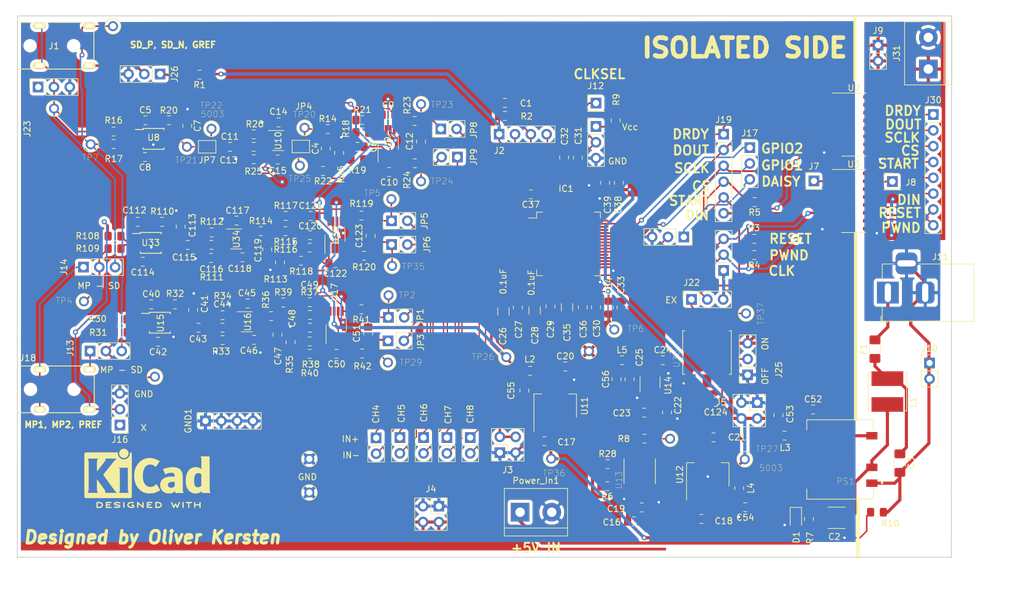
<source format=kicad_pcb>
(kicad_pcb (version 20171130) (host pcbnew "(5.1.4)-1")
  (layers (0 F.Cu signal) (31 B.Cu signal) (34 B.Paste user) (35 F.Paste user) (36 B.SilkS user) (37 F.SilkS user) (38 B.Mask user) (39 F.Mask user) (44 Edge.Cuts user))
  (net 0 "")
  (net 1 RLDINV)
  (net 2 RLDOUT1)
  (net 3 +5V)
  (net 4 "Net-(C2-Pad2)")
  (net 5 "Net-(C3-Pad1)")
  (net 6 "Net-(C4-Pad2)")
  (net 7 "Net-(C4-Pad1)")
  (net 8 "Net-(C5-Pad2)")
  (net 9 "Net-(C5-Pad1)")
  (net 10 DGND)
  (net 11 "Net-(C6-Pad1)")
  (net 12 +2V5)
  (net 13 -2V5)
  (net 14 "Net-(C9-Pad1)")
  (net 15 "Net-(C9-Pad2)")
  (net 16 "Net-(C10-Pad2)")
  (net 17 "Net-(C10-Pad1)")
  (net 18 "Net-(C11-Pad2)")
  (net 19 "Net-(C11-Pad1)")
  (net 20 "Net-(C12-Pad2)")
  (net 21 "Net-(C12-Pad1)")
  (net 22 "Net-(C13-Pad2)")
  (net 23 "Net-(C19-Pad2)")
  (net 24 "Net-(C19-Pad1)")
  (net 25 +3_3V)
  (net 26 "Net-(C22-Pad1)")
  (net 27 "Net-(C24-Pad1)")
  (net 28 VCAP4_1)
  (net 29 VCAP3_1)
  (net 30 VCAP2_1)
  (net 31 VCAP1_1)
  (net 32 VREFP1)
  (net 33 WTC_1)
  (net 34 "Net-(C40-Pad2)")
  (net 35 "Net-(C40-Pad1)")
  (net 36 "Net-(C43-Pad1)")
  (net 37 "Net-(C43-Pad2)")
  (net 38 "Net-(C44-Pad2)")
  (net 39 "Net-(C47-Pad2)")
  (net 40 "Net-(C47-Pad1)")
  (net 41 "Net-(C48-Pad1)")
  (net 42 "Net-(C49-Pad1)")
  (net 43 "Net-(C49-Pad2)")
  (net 44 "Net-(C50-Pad2)")
  (net 45 "Net-(C50-Pad1)")
  (net 46 "Net-(C112-Pad2)")
  (net 47 "Net-(C112-Pad1)")
  (net 48 "Net-(C115-Pad2)")
  (net 49 "Net-(C115-Pad1)")
  (net 50 "Net-(C116-Pad2)")
  (net 51 "Net-(C119-Pad1)")
  (net 52 "Net-(C119-Pad2)")
  (net 53 "Net-(C120-Pad1)")
  (net 54 "Net-(C121-Pad1)")
  (net 55 "Net-(C121-Pad2)")
  (net 56 "Net-(C122-Pad1)")
  (net 57 "Net-(C122-Pad2)")
  (net 58 "Net-(F1-Pad2)")
  (net 59 IN8N)
  (net 60 IN8P)
  (net 61 IN7N)
  (net 62 IN7P)
  (net 63 IN6N)
  (net 64 IN6P)
  (net 65 IN5N)
  (net 66 IN5P)
  (net 67 IN4N)
  (net 68 IN4P)
  (net 69 IN3N)
  (net 70 IN3P)
  (net 71 IN2N)
  (net 72 IN2P)
  (net 73 IN1N)
  (net 74 IN1P)
  (net 75 DIN)
  (net 76 PWDN)
  (net 77 RESET)
  (net 78 CLK)
  (net 79 START)
  (net 80 CS)
  (net 81 "Net-(IC1-Pad41)")
  (net 82 GPIO_1)
  (net 83 DOUT)
  (net 84 GPIO_2)
  (net 85 DRDY)
  (net 86 CLKSEL)
  (net 87 RLD_REF1)
  (net 88 RLDIN1)
  (net 89 "Net-(J1-Pad1)")
  (net 90 DAISY_CON_1)
  (net 91 SCLK)
  (net 92 PREF)
  (net 93 "Net-(JP4-Pad2)")
  (net 94 "/Alternative Desing 1.3/low_pass_out")
  (net 95 "Net-(JP7-Pad1)")
  (net 96 "Net-(R16-Pad1)")
  (net 97 "Net-(R17-Pad1)")
  (net 98 "Net-(R20-Pad1)")
  (net 99 "Net-(R28-Pad2)")
  (net 100 "Net-(R30-Pad1)")
  (net 101 "Net-(R31-Pad1)")
  (net 102 "Net-(R32-Pad1)")
  (net 103 "Net-(R34-Pad1)")
  (net 104 "Net-(R108-Pad1)")
  (net 105 "Net-(R109-Pad1)")
  (net 106 "Net-(R110-Pad1)")
  (net 107 "Net-(R112-Pad1)")
  (net 108 "Net-(IC1-Pad37)")
  (net 109 "Net-(J24-Pad1)")
  (net 110 "Net-(J25-Pad2)")
  (net 111 "Net-(R6-Pad2)")
  (net 112 CHA_SD_N)
  (net 113 CHA_SD)
  (net 114 CHC_MP)
  (net 115 CHB_MP)
  (net 116 "/Input two/IN+3")
  (net 117 /sheet5DE654DA/IN+3)
  (net 118 GNDA)
  (net 119 ISO_DRDY)
  (net 120 ISO_SCLK)
  (net 121 ISO_CS)
  (net 122 ISO_DIN)
  (net 123 ISO_RESET)
  (net 124 ISO_START)
  (net 125 ISO_DOUT)
  (net 126 +3V3)
  (net 127 ISO_PWDN)
  (net 128 "/Power supply circuit/Power_IN")
  (net 129 "Net-(C20-Pad1)")
  (net 130 "Net-(C21-Pad1)")
  (net 131 "Net-(C25-Pad1)")
  (net 132 "Net-(D1-Pad1)")
  (net 133 "Net-(C51-Pad2)")
  (net 134 "Net-(C51-Pad1)")
  (net 135 "Net-(C123-Pad1)")
  (net 136 "Net-(C123-Pad2)")
  (net 137 "Net-(J7-Pad1)")
  (net 138 "Net-(J8-Pad1)")
  (net 139 "/ADS1298 AFE in DUE out/EX_CLK_SIG")
  (net 140 "Net-(J26-Pad1)")
  (module Symbol:KiCad-Logo2_8mm_SilkScreen (layer F.Cu) (at 46.9 126.5)
    (fp_text reference REF** hide)
    (fp_text value KiCad-Logo2_8mm_SilkScreen hide)
  )
  (module Connector_PinHeader_2.54mm:PinHeader_1x03_P2.54mm_Vertical (layer F.Cu) (at 48.94 62.4 270)
    (fp_text reference J26 (at 0 -2.33 90) (layer F.SilkS))
    (fp_text value Conn_01x03)
    (pad 3 thru_hole oval (at 0 5.08 270) (size 1.7 1.7) (drill 1) (layers *.Cu *.Mask) (net 10 DGND))
    (pad 2 thru_hole oval (at 0 2.54 270) (size 1.7 1.7) (drill 1) (layers *.Cu *.Mask) (net 89 "Net-(J1-Pad1)"))
    (pad 1 thru_hole rect (at 0 0 270) (size 1.7 1.7) (drill 1) (layers *.Cu *.Mask) (net 140 "Net-(J26-Pad1)"))
  )
  (module Connector_PinSocket_2.54mm:PinSocket_1x04_P2.54mm_Vertical (layer F.Cu) (at 56.22 118.1 90)
    (fp_text reference GND1 (at 0 -2.77 90) (layer F.SilkS))
    (fp_text value Conn_02x02_Counter_Clockwise)
    (pad 1 thru_hole rect (at 0 0 90) (size 1.7 1.7) (drill 1) (layers *.Cu *.Mask) (net 10 DGND))
    (pad 2 thru_hole oval (at 0 2.54 90) (size 1.7 1.7) (drill 1) (layers *.Cu *.Mask) (net 10 DGND))
    (pad 3 thru_hole oval (at 0 5.08 90) (size 1.7 1.7) (drill 1) (layers *.Cu *.Mask) (net 10 DGND))
    (pad 4 thru_hole oval (at 0 7.62 90) (size 1.7 1.7) (drill 1) (layers *.Cu *.Mask) (net 10 DGND))
  )
  (module Connector_PinSocket_2.54mm:PinSocket_1x04_P2.54mm_Vertical (layer F.Cu) (at 103.39 72.06 90)
    (fp_text reference J2 (at -2.64 0.01 180) (layer F.SilkS))
    (fp_text value Conn_01x04)
    (pad 1 thru_hole rect (at 0 0 90) (size 1.7 1.7) (drill 1) (layers *.Cu *.Mask) (net 2 RLDOUT1))
    (pad 2 thru_hole oval (at 0 2.54 90) (size 1.7 1.7) (drill 1) (layers *.Cu *.Mask) (net 88 RLDIN1))
    (pad 3 thru_hole oval (at 0 5.08 90) (size 1.7 1.7) (drill 1) (layers *.Cu *.Mask) (net 1 RLDINV))
    (pad 4 thru_hole oval (at 0 7.62 90) (size 1.7 1.7) (drill 1) (layers *.Cu *.Mask) (net 87 RLD_REF1))
  )
  (module Connector_PinSocket_2.54mm:PinSocket_2x02_P2.54mm_Vertical (layer F.Cu) (at 103.49 123.2 180)
    (fp_text reference J3 (at -1.27 -2.77) (layer F.SilkS))
    (fp_text value Conn_02x02_Counter_Clockwise)
    (pad 1 thru_hole rect (at 0 0 180) (size 1.7 1.7) (drill 1) (layers *.Cu *.Mask) (net 10 DGND))
    (pad 2 thru_hole oval (at -2.54 0 180) (size 1.7 1.7) (drill 1) (layers *.Cu *.Mask) (net 10 DGND))
    (pad 3 thru_hole oval (at 0 2.54 180) (size 1.7 1.7) (drill 1) (layers *.Cu *.Mask) (net 12 +2V5))
    (pad 4 thru_hole oval (at -2.54 2.54 180) (size 1.7 1.7) (drill 1) (layers *.Cu *.Mask) (net 12 +2V5))
  )
  (module Connector_PinSocket_2.54mm:PinSocket_2x02_P2.54mm_Vertical (layer F.Cu) (at 93.7 131.8)
    (fp_text reference J4 (at -1.27 -2.77) (layer F.SilkS))
    (fp_text value Conn_02x02_Counter_Clockwise)
    (pad 1 thru_hole rect (at 0 0) (size 1.7 1.7) (drill 1) (layers *.Cu *.Mask) (net 10 DGND))
    (pad 2 thru_hole oval (at -2.54 0) (size 1.7 1.7) (drill 1) (layers *.Cu *.Mask) (net 10 DGND))
    (pad 3 thru_hole oval (at 0 2.54) (size 1.7 1.7) (drill 1) (layers *.Cu *.Mask) (net 13 -2V5))
    (pad 4 thru_hole oval (at -2.54 2.54) (size 1.7 1.7) (drill 1) (layers *.Cu *.Mask) (net 13 -2V5))
  )
  (module Connector_PinSocket_2.54mm:PinSocket_1x03_P2.54mm_Vertical (layer F.Cu) (at 134.27 98.59 90)
    (fp_text reference J22 (at 2.69 0.03 180) (layer F.SilkS))
    (fp_text value Conn_01x03)
    (pad 1 thru_hole rect (at 0 0 90) (size 1.7 1.7) (drill 1) (layers *.Cu *.Mask) (net 139 "/ADS1298 AFE in DUE out/EX_CLK_SIG"))
    (pad 2 thru_hole oval (at 0 2.54 90) (size 1.7 1.7) (drill 1) (layers *.Cu *.Mask) (net 108 "Net-(IC1-Pad37)"))
    (pad 3 thru_hole oval (at 0 5.08 90) (size 1.7 1.7) (drill 1) (layers *.Cu *.Mask) (net 78 CLK))
  )
  (module Connector_PinSocket_2.54mm:PinSocket_1x03_P2.54mm_Vertical (layer F.Cu) (at 143.28 110.7 180)
    (fp_text reference J25 (at -5.02 0.8 270) (layer F.SilkS))
    (fp_text value Conn_01x03)
    (pad 3 thru_hole oval (at 0 5.08 180) (size 1.7 1.7) (drill 1) (layers *.Cu *.Mask) (net 25 +3_3V))
    (pad 2 thru_hole oval (at 0 2.54 180) (size 1.7 1.7) (drill 1) (layers *.Cu *.Mask) (net 110 "Net-(J25-Pad2)"))
    (pad 1 thru_hole rect (at 0 0 180) (size 1.7 1.7) (drill 1) (layers *.Cu *.Mask) (net 10 DGND))
  )
  (module Connector_PinHeader_2.54mm:PinHeader_1x02_P2.54mm_Vertical (layer F.Cu) (at 172.5 108.8)
    (fp_text reference J10 (at 0 -2.33) (layer F.SilkS))
    (fp_text value Conn_01x02)
    (pad 2 thru_hole oval (at 0 2.54) (size 1.7 1.7) (drill 1) (layers *.Cu *.Mask) (net 118 GNDA))
    (pad 1 thru_hole rect (at 0 0) (size 1.7 1.7) (drill 1) (layers *.Cu *.Mask) (net 118 GNDA))
  )
  (module Connector_PinHeader_2.54mm:PinHeader_1x02_P2.54mm_Vertical (layer F.Cu) (at 164.23 57.76)
    (fp_text reference J9 (at 0 -2.33) (layer F.SilkS))
    (fp_text value Conn_01x02)
    (pad 2 thru_hole oval (at 0 2.54) (size 1.7 1.7) (drill 1) (layers *.Cu *.Mask) (net 126 +3V3))
    (pad 1 thru_hole rect (at 0 0) (size 1.7 1.7) (drill 1) (layers *.Cu *.Mask) (net 126 +3V3))
  )
  (module Connector_PinHeader_2.54mm:PinHeader_1x01_P2.54mm_Vertical (layer F.Cu) (at 166.53 79.66)
    (fp_text reference J8 (at 2.97 0.14) (layer F.SilkS))
    (fp_text value Conn_01x01)
    (pad 1 thru_hole rect (at 0 0) (size 1.7 1.7) (drill 1) (layers *.Cu *.Mask) (net 138 "Net-(J8-Pad1)"))
  )
  (module Connector_PinHeader_2.54mm:PinHeader_1x01_P2.54mm_Vertical (layer F.Cu) (at 153.93 79.56)
    (fp_text reference J7 (at 0 -2.33) (layer F.SilkS))
    (fp_text value Conn_01x01)
    (pad 1 thru_hole rect (at 0 0) (size 1.7 1.7) (drill 1) (layers *.Cu *.Mask) (net 137 "Net-(J7-Pad1)"))
  )
  (module Capacitor_SMD:C_0805_2012Metric_Pad1.15x1.40mm_HandSolder (layer F.Cu) (at 142.905 131.96 180)
    (fp_text reference C54 (at 0 -1.65) (layer F.SilkS))
    (fp_text value 10uF)
    (pad 2 smd roundrect (at 1.025 0 180) (size 1.15 1.4) (layers F.Cu F.Paste F.Mask) (roundrect_rratio 0.217391) (net 10 DGND))
    (pad 1 smd roundrect (at -1.025 0 180) (size 1.15 1.4) (layers F.Cu F.Paste F.Mask) (roundrect_rratio 0.217391) (net 25 +3_3V))
  )
  (module Connector_PinHeader_2.54mm:PinHeader_1x08_P2.54mm_Vertical (layer F.Cu) (at 173.1 68.9)
    (fp_text reference J30 (at 0 -2.33) (layer F.SilkS))
    (fp_text value Conn_01x08)
    (pad 1 thru_hole rect (at 0 0) (size 1.7 1.7) (drill 1) (layers *.Cu *.Mask) (net 119 ISO_DRDY))
    (pad 2 thru_hole oval (at 0 2.54) (size 1.7 1.7) (drill 1) (layers *.Cu *.Mask) (net 125 ISO_DOUT))
    (pad 3 thru_hole oval (at 0 5.08) (size 1.7 1.7) (drill 1) (layers *.Cu *.Mask) (net 120 ISO_SCLK))
    (pad 4 thru_hole oval (at 0 7.62) (size 1.7 1.7) (drill 1) (layers *.Cu *.Mask) (net 121 ISO_CS))
    (pad 5 thru_hole oval (at 0 10.16) (size 1.7 1.7) (drill 1) (layers *.Cu *.Mask) (net 124 ISO_START))
    (pad 6 thru_hole oval (at 0 12.7) (size 1.7 1.7) (drill 1) (layers *.Cu *.Mask) (net 122 ISO_DIN))
    (pad 7 thru_hole oval (at 0 15.24) (size 1.7 1.7) (drill 1) (layers *.Cu *.Mask) (net 123 ISO_RESET))
    (pad 8 thru_hole oval (at 0 17.78) (size 1.7 1.7) (drill 1) (layers *.Cu *.Mask) (net 127 ISO_PWDN))
  )
  (module Connector_PinHeader_2.54mm:PinHeader_1x02_P2.54mm_Vertical (layer F.Cu) (at 86.11 89.78 90)
    (fp_text reference JP6 (at 0 5.69 90) (layer F.SilkS))
    (fp_text value Jumper)
    (pad 2 thru_hole oval (at 0 2.54 90) (size 1.7 1.7) (drill 1) (layers *.Cu *.Mask) (net 71 IN2N))
    (pad 1 thru_hole rect (at 0 0 90) (size 1.7 1.7) (drill 1) (layers *.Cu *.Mask) (net 136 "Net-(C123-Pad2)"))
  )
  (module Connector_PinHeader_2.54mm:PinHeader_1x02_P2.54mm_Vertical (layer F.Cu) (at 85.54 105.24 90)
    (fp_text reference JP3 (at -0.26 5.26 90) (layer F.SilkS))
    (fp_text value Jumper)
    (pad 2 thru_hole oval (at 0 2.54 90) (size 1.7 1.7) (drill 1) (layers *.Cu *.Mask) (net 69 IN3N))
    (pad 1 thru_hole rect (at 0 0 90) (size 1.7 1.7) (drill 1) (layers *.Cu *.Mask) (net 133 "Net-(C51-Pad2)"))
  )
  (module Resistor_SMD:R_0805_2012Metric_Pad1.15x1.40mm_HandSolder (layer F.Cu) (at 71.565 92.38)
    (fp_text reference R118 (at 0.035 1.71) (layer F.SilkS))
    (fp_text value 11k)
    (pad 2 smd roundrect (at 1.025 0) (size 1.15 1.4) (layers F.Cu F.Paste F.Mask) (roundrect_rratio 0.217391) (net 56 "Net-(C122-Pad1)"))
    (pad 1 smd roundrect (at -1.025 0) (size 1.15 1.4) (layers F.Cu F.Paste F.Mask) (roundrect_rratio 0.217391) (net 51 "Net-(C119-Pad1)"))
  )
  (module footprints:keystone_PCB_TEST_PIN (layer F.Cu) (at 36.7 98.9)
    (fp_text reference TP4 (at -3.2 -0.1) (layer F.SilkS) (effects (font (size 1.0001 1.0001) (thickness 0.05))))
    (fp_text value 5003)
    (pad 1 thru_hole circle (at 0 0) (size 1.6 1.6) (drill 1.02) (layers *.Cu *.Mask) (net 117 /sheet5DE654DA/IN+3))
  )
  (module Package_SO:MSOP-8_3x3mm_P0.65mm (layer F.Cu) (at 48.89 102.33)
    (fp_text reference U15 (at 0.11 0.07 90) (layer F.SilkS))
    (fp_text value INA333AIDGKR)
    (pad 1 smd rect (at -2.2 -0.975) (size 1.45 0.45) (layers F.Cu F.Paste F.Mask) (net 35 "Net-(C40-Pad1)"))
    (pad 2 smd rect (at -2.2 -0.325) (size 1.45 0.45) (layers F.Cu F.Paste F.Mask) (net 100 "Net-(R30-Pad1)"))
    (pad 3 smd rect (at -2.2 0.325) (size 1.45 0.45) (layers F.Cu F.Paste F.Mask) (net 101 "Net-(R31-Pad1)"))
    (pad 4 smd rect (at -2.2 0.975) (size 1.45 0.45) (layers F.Cu F.Paste F.Mask) (net 13 -2V5))
    (pad 5 smd rect (at 2.2 0.975) (size 1.45 0.45) (layers F.Cu F.Paste F.Mask) (net 10 DGND))
    (pad 6 smd rect (at 2.2 0.325) (size 1.45 0.45) (layers F.Cu F.Paste F.Mask) (net 36 "Net-(C43-Pad1)"))
    (pad 7 smd rect (at 2.2 -0.325) (size 1.45 0.45) (layers F.Cu F.Paste F.Mask) (net 12 +2V5))
    (pad 8 smd rect (at 2.2 -0.975) (size 1.45 0.45) (layers F.Cu F.Paste F.Mask) (net 102 "Net-(R32-Pad1)"))
  )
  (module Package_SO:VSSOP-8_3.0x3.0mm_P0.65mm (layer F.Cu) (at 85.565 73.53 90)
    (fp_text reference U9 (at 0.1 -0.025 90) (layer F.SilkS))
    (fp_text value THS4521IDGKT)
    (pad 1 smd rect (at -2.2 -0.975) (size 0.45 1.45) (layers F.Cu F.Paste F.Mask) (net 16 "Net-(C10-Pad2)"))
    (pad 2 smd rect (at -2.2 -0.325) (size 0.45 1.45) (layers F.Cu F.Paste F.Mask) (net 11 "Net-(C6-Pad1)"))
    (pad 3 smd rect (at -2.2 0.325) (size 0.45 1.45) (layers F.Cu F.Paste F.Mask) (net 12 +2V5))
    (pad 4 smd rect (at -2.2 0.975) (size 0.45 1.45) (layers F.Cu F.Paste F.Mask) (net 17 "Net-(C10-Pad1)"))
    (pad 5 smd rect (at 2.2 0.975) (size 0.45 1.45) (layers F.Cu F.Paste F.Mask) (net 14 "Net-(C9-Pad1)"))
    (pad 6 smd rect (at 2.2 0.325) (size 0.45 1.45) (layers F.Cu F.Paste F.Mask) (net 13 -2V5))
    (pad 7 smd rect (at 2.2 -0.325) (size 0.45 1.45) (layers F.Cu F.Paste F.Mask) (net 12 +2V5))
    (pad 8 smd rect (at 2.2 -0.975) (size 0.45 1.45) (layers F.Cu F.Paste F.Mask) (net 15 "Net-(C9-Pad2)"))
  )
  (module footprints:keystone_PCB_TEST_PIN (layer F.Cu) (at 57.19 71.18)
    (fp_text reference TP22 (at -0.05 -3.75) (layer F.SilkS) (effects (font (size 1.0001 1.0001) (thickness 0.05))))
    (fp_text value 5003 (at 0.15 -2.35) (layer F.SilkS) (effects (font (size 1.00055 1.00055) (thickness 0.05))))
    (pad 1 thru_hole circle (at 0 0) (size 1.6 1.6) (drill 1.02) (layers *.Cu *.Mask) (net 19 "Net-(C11-Pad1)"))
  )
  (module Resistor_SMD:R_0805_2012Metric_Pad1.15x1.40mm_HandSolder (layer F.Cu) (at 81.265 85.13 180)
    (fp_text reference R119 (at -0.005 1.92 180) (layer F.SilkS))
    (fp_text value 50R)
    (pad 2 smd roundrect (at 1.025 0 180) (size 1.15 1.4) (layers F.Cu F.Paste F.Mask) (roundrect_rratio 0.217391) (net 54 "Net-(C121-Pad1)"))
    (pad 1 smd roundrect (at -1.025 0 180) (size 1.15 1.4) (layers F.Cu F.Paste F.Mask) (roundrect_rratio 0.217391) (net 135 "Net-(C123-Pad1)"))
  )
  (module footprints:keystone_PCB_TEST_PIN (layer F.Cu) (at 37.79 73.68)
    (fp_text reference TP7 (at -0.07 2.11) (layer F.SilkS) (effects (font (size 1.0001 1.0001) (thickness 0.05))))
    (fp_text value 5003)
    (pad 1 thru_hole circle (at 0 0) (size 1.6 1.6) (drill 1.02) (layers *.Cu *.Mask) (net 113 CHA_SD))
  )
  (module footprints:keystone_PCB_TEST_PIN (layer F.Cu) (at 53.24 74.08)
    (fp_text reference TP21 (at -0.1 2.15) (layer F.SilkS) (effects (font (size 1.0001 1.0001) (thickness 0.05))))
    (fp_text value 5003)
    (pad 1 thru_hole circle (at 0 0) (size 1.6 1.6) (drill 1.02) (layers *.Cu *.Mask) (net 95 "Net-(JP7-Pad1)"))
  )
  (module Package_TO_SOT_SMD:SOT-23-5 (layer F.Cu) (at 62.84 102.18)
    (fp_text reference U16 (at 0.16 0.02 90) (layer F.SilkS))
    (fp_text value OPA333xxDBV)
    (pad 1 smd rect (at -1.1 -0.95) (size 1.06 0.65) (layers F.Cu F.Paste F.Mask) (net 103 "Net-(R34-Pad1)"))
    (pad 2 smd rect (at -1.1 0) (size 1.06 0.65) (layers F.Cu F.Paste F.Mask) (net 13 -2V5))
    (pad 3 smd rect (at -1.1 0.95) (size 1.06 0.65) (layers F.Cu F.Paste F.Mask) (net 38 "Net-(C44-Pad2)"))
    (pad 4 smd rect (at 1.1 0.95) (size 1.06 0.65) (layers F.Cu F.Paste F.Mask) (net 103 "Net-(R34-Pad1)"))
    (pad 5 smd rect (at 1.1 -0.95) (size 1.06 0.65) (layers F.Cu F.Paste F.Mask) (net 12 +2V5))
  )
  (module Resistor_SMD:R_0805_2012Metric_Pad1.15x1.40mm_HandSolder (layer F.Cu) (at 81.715 91.58)
    (fp_text reference R120 (at -0.015 1.81) (layer F.SilkS))
    (fp_text value 50R)
    (pad 1 smd roundrect (at -1.025 0) (size 1.15 1.4) (layers F.Cu F.Paste F.Mask) (roundrect_rratio 0.217391) (net 56 "Net-(C122-Pad1)"))
    (pad 2 smd roundrect (at 1.025 0) (size 1.15 1.4) (layers F.Cu F.Paste F.Mask) (roundrect_rratio 0.217391) (net 136 "Net-(C123-Pad2)"))
  )
  (module Resistor_SMD:R_0805_2012Metric_Pad1.15x1.40mm_HandSolder (layer F.Cu) (at 72.965 90.28)
    (fp_text reference R116 (at -3.875 0.28) (layer F.SilkS))
    (fp_text value 5.6k)
    (pad 1 smd roundrect (at -1.025 0) (size 1.15 1.4) (layers F.Cu F.Paste F.Mask) (roundrect_rratio 0.217391) (net 51 "Net-(C119-Pad1)"))
    (pad 2 smd roundrect (at 1.025 0) (size 1.15 1.4) (layers F.Cu F.Paste F.Mask) (roundrect_rratio 0.217391) (net 57 "Net-(C122-Pad2)"))
  )
  (module Package_SO:MSOP-8_3x3mm_P0.65mm (layer F.Cu) (at 47.89 72.805)
    (fp_text reference U8 (at 0 -0.205) (layer F.SilkS))
    (fp_text value INA333AIDGKR)
    (pad 1 smd rect (at -2.2 -0.975) (size 1.45 0.45) (layers F.Cu F.Paste F.Mask) (net 9 "Net-(C5-Pad1)"))
    (pad 2 smd rect (at -2.2 -0.325) (size 1.45 0.45) (layers F.Cu F.Paste F.Mask) (net 96 "Net-(R16-Pad1)"))
    (pad 3 smd rect (at -2.2 0.325) (size 1.45 0.45) (layers F.Cu F.Paste F.Mask) (net 97 "Net-(R17-Pad1)"))
    (pad 4 smd rect (at -2.2 0.975) (size 1.45 0.45) (layers F.Cu F.Paste F.Mask) (net 13 -2V5))
    (pad 5 smd rect (at 2.2 0.975) (size 1.45 0.45) (layers F.Cu F.Paste F.Mask) (net 10 DGND))
    (pad 6 smd rect (at 2.2 0.325) (size 1.45 0.45) (layers F.Cu F.Paste F.Mask) (net 95 "Net-(JP7-Pad1)"))
    (pad 7 smd rect (at 2.2 -0.325) (size 1.45 0.45) (layers F.Cu F.Paste F.Mask) (net 12 +2V5))
    (pad 8 smd rect (at 2.2 -0.975) (size 1.45 0.45) (layers F.Cu F.Paste F.Mask) (net 98 "Net-(R20-Pad1)"))
  )
  (module Package_SO:VSSOP-8_3.0x3.0mm_P0.65mm (layer F.Cu) (at 77.015 88.23 90)
    (fp_text reference U35 (at -0.05 0.075 90) (layer F.SilkS))
    (fp_text value THS4521IDGKT)
    (pad 1 smd rect (at -2.2 -0.975) (size 0.45 1.45) (layers F.Cu F.Paste F.Mask) (net 57 "Net-(C122-Pad2)"))
    (pad 2 smd rect (at -2.2 -0.325) (size 0.45 1.45) (layers F.Cu F.Paste F.Mask) (net 53 "Net-(C120-Pad1)"))
    (pad 3 smd rect (at -2.2 0.325) (size 0.45 1.45) (layers F.Cu F.Paste F.Mask) (net 12 +2V5))
    (pad 4 smd rect (at -2.2 0.975) (size 0.45 1.45) (layers F.Cu F.Paste F.Mask) (net 56 "Net-(C122-Pad1)"))
    (pad 5 smd rect (at 2.2 0.975) (size 0.45 1.45) (layers F.Cu F.Paste F.Mask) (net 54 "Net-(C121-Pad1)"))
    (pad 6 smd rect (at 2.2 0.325) (size 0.45 1.45) (layers F.Cu F.Paste F.Mask) (net 13 -2V5))
    (pad 7 smd rect (at 2.2 -0.325) (size 0.45 1.45) (layers F.Cu F.Paste F.Mask) (net 12 +2V5))
    (pad 8 smd rect (at 2.2 -0.975) (size 0.45 1.45) (layers F.Cu F.Paste F.Mask) (net 55 "Net-(C121-Pad2)"))
  )
  (module Connector_PinSocket_2.54mm:PinSocket_1x03_P2.54mm_Vertical (layer F.Cu) (at 29.35 64.48 90)
    (fp_text reference J23 (at -6.72 -1.75 90) (layer F.SilkS))
    (fp_text value Conn_01x03)
    (pad 1 thru_hole rect (at 0 0 90) (size 1.7 1.7) (drill 1) (layers *.Cu *.Mask))
    (pad 2 thru_hole oval (at 0 2.54 90) (size 1.7 1.7) (drill 1) (layers *.Cu *.Mask) (net 112 CHA_SD_N))
    (pad 3 thru_hole oval (at 0 5.08 90) (size 1.7 1.7) (drill 1) (layers *.Cu *.Mask) (net 10 DGND))
  )
  (module Resistor_SMD:R_0805_2012Metric_Pad1.15x1.40mm_HandSolder (layer F.Cu) (at 69.115 85.18)
    (fp_text reference R117 (at 0 -1.66) (layer F.SilkS))
    (fp_text value 11k)
    (pad 2 smd roundrect (at 1.025 0) (size 1.15 1.4) (layers F.Cu F.Paste F.Mask) (roundrect_rratio 0.217391) (net 54 "Net-(C121-Pad1)"))
    (pad 1 smd roundrect (at -1.025 0) (size 1.15 1.4) (layers F.Cu F.Paste F.Mask) (roundrect_rratio 0.217391) (net 52 "Net-(C119-Pad2)"))
  )
  (module Package_SO:MSOP-8_3x3mm_P0.65mm (layer F.Cu) (at 47.44 89.505)
    (fp_text reference U33 (at -0.01 -0.015) (layer F.SilkS))
    (fp_text value INA333AIDGKR)
    (pad 8 smd rect (at 2.2 -0.975) (size 1.45 0.45) (layers F.Cu F.Paste F.Mask) (net 106 "Net-(R110-Pad1)"))
    (pad 7 smd rect (at 2.2 -0.325) (size 1.45 0.45) (layers F.Cu F.Paste F.Mask) (net 12 +2V5))
    (pad 6 smd rect (at 2.2 0.325) (size 1.45 0.45) (layers F.Cu F.Paste F.Mask) (net 49 "Net-(C115-Pad1)"))
    (pad 5 smd rect (at 2.2 0.975) (size 1.45 0.45) (layers F.Cu F.Paste F.Mask) (net 10 DGND))
    (pad 4 smd rect (at -2.2 0.975) (size 1.45 0.45) (layers F.Cu F.Paste F.Mask) (net 13 -2V5))
    (pad 3 smd rect (at -2.2 0.325) (size 1.45 0.45) (layers F.Cu F.Paste F.Mask) (net 105 "Net-(R109-Pad1)"))
    (pad 2 smd rect (at -2.2 -0.325) (size 1.45 0.45) (layers F.Cu F.Paste F.Mask) (net 104 "Net-(R108-Pad1)"))
    (pad 1 smd rect (at -2.2 -0.975) (size 1.45 0.45) (layers F.Cu F.Paste F.Mask) (net 47 "Net-(C112-Pad1)"))
  )
  (module Package_TO_SOT_SMD:SOT-23-5 (layer F.Cu) (at 61.14 88.88)
    (fp_text reference U34 (at 0.06 0.02 90) (layer F.SilkS))
    (fp_text value OPA333xxDBV)
    (pad 1 smd rect (at -1.1 -0.95) (size 1.06 0.65) (layers F.Cu F.Paste F.Mask) (net 107 "Net-(R112-Pad1)"))
    (pad 2 smd rect (at -1.1 0) (size 1.06 0.65) (layers F.Cu F.Paste F.Mask) (net 13 -2V5))
    (pad 3 smd rect (at -1.1 0.95) (size 1.06 0.65) (layers F.Cu F.Paste F.Mask) (net 50 "Net-(C116-Pad2)"))
    (pad 4 smd rect (at 1.1 0.95) (size 1.06 0.65) (layers F.Cu F.Paste F.Mask) (net 107 "Net-(R112-Pad1)"))
    (pad 5 smd rect (at 1.1 -0.95) (size 1.06 0.65) (layers F.Cu F.Paste F.Mask) (net 12 +2V5))
  )
  (module Package_SO:VSSOP-8_3.0x3.0mm_P0.65mm (layer F.Cu) (at 77.215 102.68 90)
    (fp_text reference U17 (at 5.25 -0.275 90) (layer F.SilkS))
    (fp_text value THS4521IDGKT)
    (pad 8 smd rect (at 2.2 -0.975) (size 0.45 1.45) (layers F.Cu F.Paste F.Mask) (net 43 "Net-(C49-Pad2)"))
    (pad 7 smd rect (at 2.2 -0.325) (size 0.45 1.45) (layers F.Cu F.Paste F.Mask) (net 12 +2V5))
    (pad 6 smd rect (at 2.2 0.325) (size 0.45 1.45) (layers F.Cu F.Paste F.Mask) (net 13 -2V5))
    (pad 5 smd rect (at 2.2 0.975) (size 0.45 1.45) (layers F.Cu F.Paste F.Mask) (net 42 "Net-(C49-Pad1)"))
    (pad 4 smd rect (at -2.2 0.975) (size 0.45 1.45) (layers F.Cu F.Paste F.Mask) (net 45 "Net-(C50-Pad1)"))
    (pad 3 smd rect (at -2.2 0.325) (size 0.45 1.45) (layers F.Cu F.Paste F.Mask) (net 12 +2V5))
    (pad 2 smd rect (at -2.2 -0.325) (size 0.45 1.45) (layers F.Cu F.Paste F.Mask) (net 41 "Net-(C48-Pad1)"))
    (pad 1 smd rect (at -2.2 -0.975) (size 0.45 1.45) (layers F.Cu F.Paste F.Mask) (net 44 "Net-(C50-Pad2)"))
  )
  (module Resistor_SMD:R_0805_2012Metric_Pad1.15x1.40mm_HandSolder (layer F.Cu) (at 69.065 87.63)
    (fp_text reference R115 (at 0.035 1.68) (layer F.SilkS))
    (fp_text value 5.6k)
    (pad 2 smd roundrect (at 1.025 0) (size 1.15 1.4) (layers F.Cu F.Paste F.Mask) (roundrect_rratio 0.217391) (net 55 "Net-(C121-Pad2)"))
    (pad 1 smd roundrect (at -1.025 0) (size 1.15 1.4) (layers F.Cu F.Paste F.Mask) (roundrect_rratio 0.217391) (net 52 "Net-(C119-Pad2)"))
  )
  (module Package_TO_SOT_SMD:SOT-23-5 (layer F.Cu) (at 67.89 73.08)
    (fp_text reference U10 (at 0.01 0.02 90) (layer F.SilkS))
    (fp_text value OPA333xxDBV)
    (pad 5 smd rect (at 1.1 -0.95) (size 1.06 0.65) (layers F.Cu F.Paste F.Mask) (net 12 +2V5))
    (pad 4 smd rect (at 1.1 0.95) (size 1.06 0.65) (layers F.Cu F.Paste F.Mask) (net 94 "/Alternative Desing 1.3/low_pass_out"))
    (pad 3 smd rect (at -1.1 0.95) (size 1.06 0.65) (layers F.Cu F.Paste F.Mask) (net 22 "Net-(C13-Pad2)"))
    (pad 2 smd rect (at -1.1 0) (size 1.06 0.65) (layers F.Cu F.Paste F.Mask) (net 13 -2V5))
    (pad 1 smd rect (at -1.1 -0.95) (size 1.06 0.65) (layers F.Cu F.Paste F.Mask) (net 94 "/Alternative Desing 1.3/low_pass_out"))
  )
  (module footprints:keystone_PCB_TEST_PIN (layer F.Cu) (at 48.1 111)
    (fp_text reference TP3)
    (fp_text value 5003)
    (pad 1 thru_hole circle (at 0 0) (size 1.6 1.6) (drill 1.02) (layers *.Cu *.Mask) (net 116 "/Input two/IN+3"))
  )
  (module footprints:keystone_PCB_TEST_PIN (layer F.Cu) (at 31.91 67.93)
    (fp_text reference TP12)
    (fp_text value 5003)
    (pad 1 thru_hole circle (at 0 0) (size 1.6 1.6) (drill 1.02) (layers *.Cu *.Mask) (net 112 CHA_SD_N))
  )
  (module footprints:keystone_PCB_TEST_PIN (layer F.Cu) (at 72.14 71.03)
    (fp_text reference TP20 (at -0.04 -2.13) (layer F.SilkS) (effects (font (size 1.0001 1.0001) (thickness 0.05))))
    (fp_text value 5003)
    (pad 1 thru_hole circle (at 0 0) (size 1.6 1.6) (drill 1.02) (layers *.Cu *.Mask) (net 93 "Net-(JP4-Pad2)"))
  )
  (module footprints:keystone_PCB_TEST_PIN (layer F.Cu) (at 90.84 67.23)
    (fp_text reference TP23 (at 3.36 0.07) (layer F.SilkS) (effects (font (size 1.0001 1.0001) (thickness 0.05))))
    (fp_text value 5003)
    (pad 1 thru_hole circle (at 0 0) (size 1.6 1.6) (drill 1.02) (layers *.Cu *.Mask) (net 21 "Net-(C12-Pad1)"))
  )
  (module footprints:keystone_PCB_TEST_PIN (layer F.Cu) (at 85.52 108.72)
    (fp_text reference TP29 (at 3.68 -0.02) (layer F.SilkS) (effects (font (size 1.0001 1.0001) (thickness 0.05))))
    (fp_text value 5003)
    (pad 1 thru_hole circle (at 0 0) (size 1.6 1.6) (drill 1.02) (layers *.Cu *.Mask) (net 133 "Net-(C51-Pad2)"))
  )
  (module footprints:keystone_PCB_TEST_PIN (layer F.Cu) (at 71.38 77.12)
    (fp_text reference TP25 (at 0 2.08) (layer F.SilkS) (effects (font (size 1.0001 1.0001) (thickness 0.05))))
    (fp_text value 5003)
    (pad 1 thru_hole circle (at 0 0) (size 1.6 1.6) (drill 1.02) (layers *.Cu *.Mask) (net 94 "/Alternative Desing 1.3/low_pass_out"))
  )
  (module footprints:keystone_PCB_TEST_PIN (layer F.Cu) (at 86.19 93.2)
    (fp_text reference TP35 (at 3.41 0.1) (layer F.SilkS) (effects (font (size 1.0001 1.0001) (thickness 0.05))))
    (fp_text value 5003)
    (pad 1 thru_hole circle (at 0 0) (size 1.6 1.6) (drill 1.02) (layers *.Cu *.Mask) (net 136 "Net-(C123-Pad2)"))
  )
  (module footprints:keystone_PCB_TEST_PIN (layer F.Cu) (at 90.84 79.63)
    (fp_text reference TP24 (at 3.36 -0.03) (layer F.SilkS) (effects (font (size 1.0001 1.0001) (thickness 0.05))))
    (fp_text value 5003)
    (pad 1 thru_hole circle (at 0 0) (size 1.6 1.6) (drill 1.02) (layers *.Cu *.Mask) (net 20 "Net-(C12-Pad2)"))
  )
  (module Connector_PinHeader_2.54mm:PinHeader_1x03_P2.54mm_Vertical (layer F.Cu) (at 42.48 118.76 180)
    (fp_text reference J16 (at 0 -2.33) (layer F.SilkS))
    (fp_text value Conn_01x03)
    (pad 1 thru_hole rect (at 0 0 180) (size 1.7 1.7) (drill 1) (layers *.Cu *.Mask))
    (pad 2 thru_hole oval (at 0 2.54 180) (size 1.7 1.7) (drill 1) (layers *.Cu *.Mask) (net 92 PREF))
    (pad 3 thru_hole oval (at 0 5.08 180) (size 1.7 1.7) (drill 1) (layers *.Cu *.Mask) (net 10 DGND))
  )
  (module Capacitor_SMD:C_0805_2012Metric_Pad1.15x1.40mm_HandSolder (layer F.Cu) (at 104.315 67.03)
    (fp_text reference C1 (at 3.385 0.07) (layer F.SilkS))
    (fp_text value 1M)
    (pad 2 smd roundrect (at 1.025 0) (size 1.15 1.4) (layers F.Cu F.Paste F.Mask) (roundrect_rratio 0.217391) (net 1 RLDINV))
    (pad 1 smd roundrect (at -1.025 0) (size 1.15 1.4) (layers F.Cu F.Paste F.Mask) (roundrect_rratio 0.217391) (net 2 RLDOUT1))
  )
  (module Capacitor_SMD:C_0805_2012Metric_Pad1.15x1.40mm_HandSolder (layer F.Cu) (at 75.54 74.355 90)
    (fp_text reference C4 (at 0 -1.65 90) (layer F.SilkS))
    (fp_text value 47nF)
    (pad 2 smd roundrect (at 1.025 0 90) (size 1.15 1.4) (layers F.Cu F.Paste F.Mask) (roundrect_rratio 0.217391) (net 6 "Net-(C4-Pad2)"))
    (pad 1 smd roundrect (at -1.025 0 90) (size 1.15 1.4) (layers F.Cu F.Paste F.Mask) (roundrect_rratio 0.217391) (net 7 "Net-(C4-Pad1)"))
  )
  (module Capacitor_SMD:C_0805_2012Metric_Pad1.15x1.40mm_HandSolder (layer F.Cu) (at 46.565 69.83)
    (fp_text reference C5 (at 0 -1.65) (layer F.SilkS))
    (fp_text value 4.7uF)
    (pad 2 smd roundrect (at 1.025 0) (size 1.15 1.4) (layers F.Cu F.Paste F.Mask) (roundrect_rratio 0.217391) (net 8 "Net-(C5-Pad2)"))
    (pad 1 smd roundrect (at -1.025 0) (size 1.15 1.4) (layers F.Cu F.Paste F.Mask) (roundrect_rratio 0.217391) (net 9 "Net-(C5-Pad1)"))
  )
  (module "audio and red connector:MX387GL" (layer F.Cu) (at 23.55 57.85 90)
    (fp_text reference J1 (at -0.05 8.35 180) (layer F.SilkS))
    (fp_text value AUDIO_JACK_By_OLIVER hide)
    (pad "" np_thru_hole circle (at 0 4.5 90) (size 1.15 1.15) (drill 1.15) (layers *.Cu *.Mask))
    (pad "" np_thru_hole circle (at 0 11.5 90) (size 1.15 1.15) (drill 1.15) (layers *.Cu *.Mask))
    (pad 2 thru_hole oval (at -3.2 6 90) (size 1 2) (drill oval 0.5 1.2) (layers *.Cu *.Mask F.SilkS) (net 112 CHA_SD_N))
    (pad 1 thru_hole oval (at -3.2 14 90) (size 1 2) (drill oval 0.5 1.2) (layers *.Cu *.Mask F.SilkS) (net 89 "Net-(J1-Pad1)"))
    (pad 2 thru_hole oval (at 3.2 6 90) (size 1 2) (drill oval 0.5 1.2) (layers *.Cu *.Mask F.SilkS) (net 112 CHA_SD_N))
    (pad 3 thru_hole oval (at 3.2 14 90) (size 1 2) (drill oval 0.5 1.2) (layers *.Cu *.Mask F.SilkS) (net 113 CHA_SD))
  )
  (module Capacitor_SMD:C_0805_2012Metric_Pad1.15x1.40mm_HandSolder (layer F.Cu) (at 80.64 74.08 180)
    (fp_text reference C6 (at -2.55 0.06 270) (layer F.SilkS))
    (fp_text value 220nF)
    (pad 2 smd roundrect (at 1.025 0 180) (size 1.15 1.4) (layers F.Cu F.Paste F.Mask) (roundrect_rratio 0.217391) (net 10 DGND))
    (pad 1 smd roundrect (at -1.025 0 180) (size 1.15 1.4) (layers F.Cu F.Paste F.Mask) (roundrect_rratio 0.217391) (net 11 "Net-(C6-Pad1)"))
  )
  (module Capacitor_SMD:C_0805_2012Metric_Pad1.15x1.40mm_HandSolder (layer F.Cu) (at 53.29 70.705 270)
    (fp_text reference C7 (at 0 -1.65 270) (layer F.SilkS))
    (fp_text value 100n)
    (pad 2 smd roundrect (at 1.025 0 270) (size 1.15 1.4) (layers F.Cu F.Paste F.Mask) (roundrect_rratio 0.217391) (net 12 +2V5))
    (pad 1 smd roundrect (at -1.025 0 270) (size 1.15 1.4) (layers F.Cu F.Paste F.Mask) (roundrect_rratio 0.217391) (net 10 DGND))
  )
  (module Capacitor_SMD:C_0805_2012Metric_Pad1.15x1.40mm_HandSolder (layer F.Cu) (at 46.515 75.73 180)
    (fp_text reference C8 (at 0 -1.65 180) (layer F.SilkS))
    (fp_text value 100n)
    (pad 2 smd roundrect (at 1.025 0 180) (size 1.15 1.4) (layers F.Cu F.Paste F.Mask) (roundrect_rratio 0.217391) (net 13 -2V5))
    (pad 1 smd roundrect (at -1.025 0 180) (size 1.15 1.4) (layers F.Cu F.Paste F.Mask) (roundrect_rratio 0.217391) (net 10 DGND))
  )
  (module Capacitor_SMD:C_0805_2012Metric_Pad1.15x1.40mm_HandSolder (layer F.Cu) (at 90.84 73.23 270)
    (fp_text reference C12 (at -0.03 1.84 270) (layer F.SilkS))
    (fp_text value 33nF)
    (pad 2 smd roundrect (at 1.025 0 270) (size 1.15 1.4) (layers F.Cu F.Paste F.Mask) (roundrect_rratio 0.217391) (net 20 "Net-(C12-Pad2)"))
    (pad 1 smd roundrect (at -1.025 0 270) (size 1.15 1.4) (layers F.Cu F.Paste F.Mask) (roundrect_rratio 0.217391) (net 21 "Net-(C12-Pad1)"))
  )
  (module Capacitor_SMD:C_0805_2012Metric_Pad1.15x1.40mm_HandSolder (layer F.Cu) (at 85.615 68.93 180)
    (fp_text reference C9 (at 0.055 1.56 180) (layer F.SilkS))
    (fp_text value 2.2nF)
    (pad 1 smd roundrect (at -1.025 0 180) (size 1.15 1.4) (layers F.Cu F.Paste F.Mask) (roundrect_rratio 0.217391) (net 14 "Net-(C9-Pad1)"))
    (pad 2 smd roundrect (at 1.025 0 180) (size 1.15 1.4) (layers F.Cu F.Paste F.Mask) (roundrect_rratio 0.217391) (net 15 "Net-(C9-Pad2)"))
  )
  (module Capacitor_SMD:C_0805_2012Metric_Pad1.15x1.40mm_HandSolder (layer F.Cu) (at 67.965 70.18 180)
    (fp_text reference C14 (at 0.025 1.75 180) (layer F.SilkS))
    (fp_text value 100n)
    (pad 2 smd roundrect (at 1.025 0 180) (size 1.15 1.4) (layers F.Cu F.Paste F.Mask) (roundrect_rratio 0.217391) (net 10 DGND))
    (pad 1 smd roundrect (at -1.025 0 180) (size 1.15 1.4) (layers F.Cu F.Paste F.Mask) (roundrect_rratio 0.217391) (net 12 +2V5))
  )
  (module Capacitor_SMD:C_0805_2012Metric_Pad1.15x1.40mm_HandSolder (layer F.Cu) (at 60.165 74.08)
    (fp_text reference C11 (at -0.025 -1.65) (layer F.SilkS))
    (fp_text value 100nF)
    (pad 2 smd roundrect (at 1.025 0) (size 1.15 1.4) (layers F.Cu F.Paste F.Mask) (roundrect_rratio 0.217391) (net 18 "Net-(C11-Pad2)"))
    (pad 1 smd roundrect (at -1.025 0) (size 1.15 1.4) (layers F.Cu F.Paste F.Mask) (roundrect_rratio 0.217391) (net 19 "Net-(C11-Pad1)"))
  )
  (module Capacitor_SMD:C_0805_2012Metric_Pad1.15x1.40mm_HandSolder (layer F.Cu) (at 63.965 74.08)
    (fp_text reference C13 (at -4.025 2.15) (layer F.SilkS))
    (fp_text value 100nF)
    (pad 1 smd roundrect (at -1.025 0) (size 1.15 1.4) (layers F.Cu F.Paste F.Mask) (roundrect_rratio 0.217391) (net 18 "Net-(C11-Pad2)"))
    (pad 2 smd roundrect (at 1.025 0) (size 1.15 1.4) (layers F.Cu F.Paste F.Mask) (roundrect_rratio 0.217391) (net 22 "Net-(C13-Pad2)"))
  )
  (module Capacitor_SMD:C_0805_2012Metric_Pad1.15x1.40mm_HandSolder (layer F.Cu) (at 67.815 76.13)
    (fp_text reference C15 (at 0 1.8) (layer F.SilkS))
    (fp_text value 100n)
    (pad 2 smd roundrect (at 1.025 0) (size 1.15 1.4) (layers F.Cu F.Paste F.Mask) (roundrect_rratio 0.217391) (net 10 DGND))
    (pad 1 smd roundrect (at -1.025 0) (size 1.15 1.4) (layers F.Cu F.Paste F.Mask) (roundrect_rratio 0.217391) (net 13 -2V5))
  )
  (module Capacitor_SMD:C_0805_2012Metric_Pad1.15x1.40mm_HandSolder (layer F.Cu) (at 85.715 78.13 180)
    (fp_text reference C10 (at 0 -1.65 180) (layer F.SilkS))
    (fp_text value 2.2nF)
    (pad 2 smd roundrect (at 1.025 0 180) (size 1.15 1.4) (layers F.Cu F.Paste F.Mask) (roundrect_rratio 0.217391) (net 16 "Net-(C10-Pad2)"))
    (pad 1 smd roundrect (at -1.025 0 180) (size 1.15 1.4) (layers F.Cu F.Paste F.Mask) (roundrect_rratio 0.217391) (net 17 "Net-(C10-Pad1)"))
  )
  (module Capacitor_SMD:C_0805_2012Metric_Pad1.15x1.40mm_HandSolder (layer F.Cu) (at 55.115 103.13)
    (fp_text reference C43 (at -0.075 1.82) (layer F.SilkS))
    (fp_text value 100nF)
    (pad 1 smd roundrect (at -1.025 0) (size 1.15 1.4) (layers F.Cu F.Paste F.Mask) (roundrect_rratio 0.217391) (net 36 "Net-(C43-Pad1)"))
    (pad 2 smd roundrect (at 1.025 0) (size 1.15 1.4) (layers F.Cu F.Paste F.Mask) (roundrect_rratio 0.217391) (net 37 "Net-(C43-Pad2)"))
  )
  (module Capacitor_SMD:C_0805_2012Metric_Pad1.15x1.40mm_HandSolder (layer F.Cu) (at 46.14 92.53 180)
    (fp_text reference C114 (at -0.01 -1.71 180) (layer F.SilkS))
    (fp_text value 100n)
    (pad 2 smd roundrect (at 1.025 0 180) (size 1.15 1.4) (layers F.Cu F.Paste F.Mask) (roundrect_rratio 0.217391) (net 13 -2V5))
    (pad 1 smd roundrect (at -1.025 0 180) (size 1.15 1.4) (layers F.Cu F.Paste F.Mask) (roundrect_rratio 0.217391) (net 10 DGND))
  )
  (module Capacitor_SMD:C_0805_2012Metric_Pad1.15x1.40mm_HandSolder (layer F.Cu) (at 72.965 99.03)
    (fp_text reference C49 (at -0.025 -2.8) (layer F.SilkS))
    (fp_text value 2.2n)
    (pad 1 smd roundrect (at -1.025 0) (size 1.15 1.4) (layers F.Cu F.Paste F.Mask) (roundrect_rratio 0.217391) (net 42 "Net-(C49-Pad1)"))
    (pad 2 smd roundrect (at 1.025 0) (size 1.15 1.4) (layers F.Cu F.Paste F.Mask) (roundrect_rratio 0.217391) (net 43 "Net-(C49-Pad2)"))
  )
  (module Capacitor_SMD:C_0805_2012Metric_Pad1.15x1.40mm_HandSolder (layer F.Cu) (at 48.615 105.38 180)
    (fp_text reference C42 (at 0 -1.65 180) (layer F.SilkS))
    (fp_text value 100n)
    (pad 1 smd roundrect (at -1.025 0 180) (size 1.15 1.4) (layers F.Cu F.Paste F.Mask) (roundrect_rratio 0.217391) (net 10 DGND))
    (pad 2 smd roundrect (at 1.025 0 180) (size 1.15 1.4) (layers F.Cu F.Paste F.Mask) (roundrect_rratio 0.217391) (net 13 -2V5))
  )
  (module Capacitor_SMD:C_0805_2012Metric_Pad1.15x1.40mm_HandSolder (layer F.Cu) (at 73.015 103.13 180)
    (fp_text reference C48 (at 2.875 1.5 270) (layer F.SilkS))
    (fp_text value 220nF)
    (pad 1 smd roundrect (at -1.025 0 180) (size 1.15 1.4) (layers F.Cu F.Paste F.Mask) (roundrect_rratio 0.217391) (net 41 "Net-(C48-Pad1)"))
    (pad 2 smd roundrect (at 1.025 0 180) (size 1.15 1.4) (layers F.Cu F.Paste F.Mask) (roundrect_rratio 0.217391) (net 10 DGND))
  )
  (module Capacitor_SMD:C_0805_2012Metric_Pad1.15x1.40mm_HandSolder (layer F.Cu) (at 64.015 105.08)
    (fp_text reference C46 (at -0.815 1.73) (layer F.SilkS))
    (fp_text value 100n)
    (pad 2 smd roundrect (at 1.025 0) (size 1.15 1.4) (layers F.Cu F.Paste F.Mask) (roundrect_rratio 0.217391) (net 10 DGND))
    (pad 1 smd roundrect (at -1.025 0) (size 1.15 1.4) (layers F.Cu F.Paste F.Mask) (roundrect_rratio 0.217391) (net 13 -2V5))
  )
  (module Capacitor_SMD:C_0805_2012Metric_Pad1.15x1.40mm_HandSolder (layer F.Cu) (at 52.24 86.905 270)
    (fp_text reference C113 (at -0.215 -1.87 270) (layer F.SilkS))
    (fp_text value 100n)
    (pad 1 smd roundrect (at -1.025 0 270) (size 1.15 1.4) (layers F.Cu F.Paste F.Mask) (roundrect_rratio 0.217391) (net 10 DGND))
    (pad 2 smd roundrect (at 1.025 0 270) (size 1.15 1.4) (layers F.Cu F.Paste F.Mask) (roundrect_rratio 0.217391) (net 12 +2V5))
  )
  (module Capacitor_SMD:C_0805_2012Metric_Pad1.15x1.40mm_HandSolder (layer F.Cu) (at 67.79 104.255 90)
    (fp_text reference C47 (at -3.445 0.08 90) (layer F.SilkS))
    (fp_text value 47n)
    (pad 2 smd roundrect (at 1.025 0 90) (size 1.15 1.4) (layers F.Cu F.Paste F.Mask) (roundrect_rratio 0.217391) (net 39 "Net-(C47-Pad2)"))
    (pad 1 smd roundrect (at -1.025 0 90) (size 1.15 1.4) (layers F.Cu F.Paste F.Mask) (roundrect_rratio 0.217391) (net 40 "Net-(C47-Pad1)"))
  )
  (module Capacitor_SMD:C_0805_2012Metric_Pad1.15x1.40mm_HandSolder (layer F.Cu) (at 58.965 103.13)
    (fp_text reference C44 (at -0.025 -3.78) (layer F.SilkS))
    (fp_text value 100nF)
    (pad 1 smd roundrect (at -1.025 0) (size 1.15 1.4) (layers F.Cu F.Paste F.Mask) (roundrect_rratio 0.217391) (net 37 "Net-(C43-Pad2)"))
    (pad 2 smd roundrect (at 1.025 0) (size 1.15 1.4) (layers F.Cu F.Paste F.Mask) (roundrect_rratio 0.217391) (net 38 "Net-(C44-Pad2)"))
  )
  (module Capacitor_SMD:C_0805_2012Metric_Pad1.15x1.40mm_HandSolder (layer F.Cu) (at 47.515 99.38)
    (fp_text reference C40 (at 0 -1.65) (layer F.SilkS))
    (fp_text value 4.7uF)
    (pad 2 smd roundrect (at 1.025 0) (size 1.15 1.4) (layers F.Cu F.Paste F.Mask) (roundrect_rratio 0.217391) (net 34 "Net-(C40-Pad2)"))
    (pad 1 smd roundrect (at -1.025 0) (size 1.15 1.4) (layers F.Cu F.Paste F.Mask) (roundrect_rratio 0.217391) (net 35 "Net-(C40-Pad1)"))
  )
  (module Capacitor_SMD:C_0805_2012Metric_Pad1.15x1.40mm_HandSolder (layer F.Cu) (at 62.99 99.23 180)
    (fp_text reference C45 (at 0.11 1.67 180) (layer F.SilkS))
    (fp_text value 100n)
    (pad 1 smd roundrect (at -1.025 0 180) (size 1.15 1.4) (layers F.Cu F.Paste F.Mask) (roundrect_rratio 0.217391) (net 12 +2V5))
    (pad 2 smd roundrect (at 1.025 0 180) (size 1.15 1.4) (layers F.Cu F.Paste F.Mask) (roundrect_rratio 0.217391) (net 10 DGND))
  )
  (module Capacitor_SMD:C_0805_2012Metric_Pad1.15x1.40mm_HandSolder (layer F.Cu) (at 82.34 104.055 270)
    (fp_text reference C51 (at 0 1.84 270) (layer F.SilkS))
    (fp_text value 33nF)
    (pad 2 smd roundrect (at 1.025 0 270) (size 1.15 1.4) (layers F.Cu F.Paste F.Mask) (roundrect_rratio 0.217391) (net 133 "Net-(C51-Pad2)"))
    (pad 1 smd roundrect (at -1.025 0 270) (size 1.15 1.4) (layers F.Cu F.Paste F.Mask) (roundrect_rratio 0.217391) (net 134 "Net-(C51-Pad1)"))
  )
  (module Capacitor_SMD:C_0805_2012Metric_Pad1.15x1.40mm_HandSolder (layer F.Cu) (at 45.315 86.13)
    (fp_text reference C112 (at -0.505 -1.86) (layer F.SilkS))
    (fp_text value 4.7uF)
    (pad 2 smd roundrect (at 1.025 0) (size 1.15 1.4) (layers F.Cu F.Paste F.Mask) (roundrect_rratio 0.217391) (net 46 "Net-(C112-Pad2)"))
    (pad 1 smd roundrect (at -1.025 0) (size 1.15 1.4) (layers F.Cu F.Paste F.Mask) (roundrect_rratio 0.217391) (net 47 "Net-(C112-Pad1)"))
  )
  (module Capacitor_SMD:C_0805_2012Metric_Pad1.15x1.40mm_HandSolder (layer F.Cu) (at 54.24 100.255 270)
    (fp_text reference C41 (at -0.955 -1.85 270) (layer F.SilkS))
    (fp_text value 100n)
    (pad 2 smd roundrect (at 1.025 0 270) (size 1.15 1.4) (layers F.Cu F.Paste F.Mask) (roundrect_rratio 0.217391) (net 12 +2V5))
    (pad 1 smd roundrect (at -1.025 0 270) (size 1.15 1.4) (layers F.Cu F.Paste F.Mask) (roundrect_rratio 0.217391) (net 10 DGND))
  )
  (module Capacitor_SMD:C_0805_2012Metric_Pad1.15x1.40mm_HandSolder (layer F.Cu) (at 77.265 107.33 180)
    (fp_text reference C50 (at 0 -1.65 180) (layer F.SilkS))
    (fp_text value 2.2nF)
    (pad 2 smd roundrect (at 1.025 0 180) (size 1.15 1.4) (layers F.Cu F.Paste F.Mask) (roundrect_rratio 0.217391) (net 44 "Net-(C50-Pad2)"))
    (pad 1 smd roundrect (at -1.025 0 180) (size 1.15 1.4) (layers F.Cu F.Paste F.Mask) (roundrect_rratio 0.217391) (net 45 "Net-(C50-Pad1)"))
  )
  (module Capacitor_SMD:C_0805_2012Metric_Pad1.15x1.40mm_HandSolder (layer F.Cu) (at 57.165 89.83)
    (fp_text reference C116 (at 0.025 3.89) (layer F.SilkS))
    (fp_text value 100nF)
    (pad 2 smd roundrect (at 1.025 0) (size 1.15 1.4) (layers F.Cu F.Paste F.Mask) (roundrect_rratio 0.217391) (net 50 "Net-(C116-Pad2)"))
    (pad 1 smd roundrect (at -1.025 0) (size 1.15 1.4) (layers F.Cu F.Paste F.Mask) (roundrect_rratio 0.217391) (net 48 "Net-(C115-Pad2)"))
  )
  (module Capacitor_SMD:C_0805_2012Metric_Pad1.15x1.40mm_HandSolder (layer F.Cu) (at 62.165 91.83)
    (fp_text reference C118 (at -0.445 1.82) (layer F.SilkS))
    (fp_text value 100n)
    (pad 1 smd roundrect (at -1.025 0) (size 1.15 1.4) (layers F.Cu F.Paste F.Mask) (roundrect_rratio 0.217391) (net 13 -2V5))
    (pad 2 smd roundrect (at 1.025 0) (size 1.15 1.4) (layers F.Cu F.Paste F.Mask) (roundrect_rratio 0.217391) (net 10 DGND))
  )
  (module Capacitor_SMD:C_0805_2012Metric_Pad1.15x1.40mm_HandSolder (layer F.Cu) (at 53.365 89.83)
    (fp_text reference C115 (at -0.585 2) (layer F.SilkS))
    (fp_text value 100nF)
    (pad 2 smd roundrect (at 1.025 0) (size 1.15 1.4) (layers F.Cu F.Paste F.Mask) (roundrect_rratio 0.217391) (net 48 "Net-(C115-Pad2)"))
    (pad 1 smd roundrect (at -1.025 0) (size 1.15 1.4) (layers F.Cu F.Paste F.Mask) (roundrect_rratio 0.217391) (net 49 "Net-(C115-Pad1)"))
  )
  (module Capacitor_SMD:C_0805_2012Metric_Pad1.15x1.40mm_HandSolder (layer F.Cu) (at 66.14 90.555 90)
    (fp_text reference C119 (at -0.155 -1.47 90) (layer F.SilkS))
    (fp_text value 47n)
    (pad 1 smd roundrect (at -1.025 0 90) (size 1.15 1.4) (layers F.Cu F.Paste F.Mask) (roundrect_rratio 0.217391) (net 51 "Net-(C119-Pad1)"))
    (pad 2 smd roundrect (at 1.025 0 90) (size 1.15 1.4) (layers F.Cu F.Paste F.Mask) (roundrect_rratio 0.217391) (net 52 "Net-(C119-Pad2)"))
  )
  (module Capacitor_SMD:C_0805_2012Metric_Pad1.15x1.40mm_HandSolder (layer F.Cu) (at 73.115 85.18)
    (fp_text reference C121 (at 0 -1.65) (layer F.SilkS))
    (fp_text value 2.2n)
    (pad 1 smd roundrect (at -1.025 0) (size 1.15 1.4) (layers F.Cu F.Paste F.Mask) (roundrect_rratio 0.217391) (net 54 "Net-(C121-Pad1)"))
    (pad 2 smd roundrect (at 1.025 0) (size 1.15 1.4) (layers F.Cu F.Paste F.Mask) (roundrect_rratio 0.217391) (net 55 "Net-(C121-Pad2)"))
  )
  (module Capacitor_SMD:C_0805_2012Metric_Pad1.15x1.40mm_HandSolder (layer F.Cu) (at 82.74 88.38 270)
    (fp_text reference C123 (at 0.02 1.84 270) (layer F.SilkS))
    (fp_text value 33nF)
    (pad 1 smd roundrect (at -1.025 0 270) (size 1.15 1.4) (layers F.Cu F.Paste F.Mask) (roundrect_rratio 0.217391) (net 135 "Net-(C123-Pad1)"))
    (pad 2 smd roundrect (at 1.025 0 270) (size 1.15 1.4) (layers F.Cu F.Paste F.Mask) (roundrect_rratio 0.217391) (net 136 "Net-(C123-Pad2)"))
  )
  (module Capacitor_SMD:C_0805_2012Metric_Pad1.15x1.40mm_HandSolder (layer F.Cu) (at 61.215 85.93 180)
    (fp_text reference C117 (at -0.155 1.63 180) (layer F.SilkS))
    (fp_text value 100n)
    (pad 2 smd roundrect (at 1.025 0 180) (size 1.15 1.4) (layers F.Cu F.Paste F.Mask) (roundrect_rratio 0.217391) (net 10 DGND))
    (pad 1 smd roundrect (at -1.025 0 180) (size 1.15 1.4) (layers F.Cu F.Paste F.Mask) (roundrect_rratio 0.217391) (net 12 +2V5))
  )
  (module Jumper:SolderJumper-2_P1.3mm_Open_Pad1.0x1.5mm (layer F.Cu) (at 71.54 74.03)
    (fp_text reference JP4 (at 0.46 -6.43) (layer F.SilkS))
    (fp_text value Jumper)
    (pad 2 smd rect (at 0.65 0) (size 1 1.5) (layers F.Cu F.Mask) (net 93 "Net-(JP4-Pad2)"))
    (pad 1 smd rect (at -0.65 0) (size 1 1.5) (layers F.Cu F.Mask) (net 94 "/Alternative Desing 1.3/low_pass_out"))
  )
  (module Capacitor_SMD:C_0805_2012Metric_Pad1.15x1.40mm_HandSolder (layer F.Cu) (at 73.015 88.28 180)
    (fp_text reference C120 (at -0.045 1.48 180) (layer F.SilkS))
    (fp_text value 220nF)
    (pad 2 smd roundrect (at 1.025 0 180) (size 1.15 1.4) (layers F.Cu F.Paste F.Mask) (roundrect_rratio 0.217391) (net 10 DGND))
    (pad 1 smd roundrect (at -1.025 0 180) (size 1.15 1.4) (layers F.Cu F.Paste F.Mask) (roundrect_rratio 0.217391) (net 53 "Net-(C120-Pad1)"))
  )
  (module "audio and red connector:MX387GL" (layer F.Cu) (at 23.61 113.03 90)
    (fp_text reference J18 (at 5.03 4.09 180) (layer F.SilkS))
    (fp_text value AUDIO_JACK_By_OLIVER hide)
    (pad 3 thru_hole oval (at 3.2 14 90) (size 1 2) (drill oval 0.5 1.2) (layers *.Cu *.Mask F.SilkS) (net 114 CHC_MP))
    (pad 2 thru_hole oval (at 3.2 6 90) (size 1 2) (drill oval 0.5 1.2) (layers *.Cu *.Mask F.SilkS) (net 115 CHB_MP))
    (pad 1 thru_hole oval (at -3.2 14 90) (size 1 2) (drill oval 0.5 1.2) (layers *.Cu *.Mask F.SilkS) (net 92 PREF))
    (pad 2 thru_hole oval (at -3.2 6 90) (size 1 2) (drill oval 0.5 1.2) (layers *.Cu *.Mask F.SilkS) (net 115 CHB_MP))
    (pad "" np_thru_hole circle (at 0 11.5 90) (size 1.15 1.15) (drill 1.15) (layers *.Cu *.Mask))
    (pad "" np_thru_hole circle (at 0 4.5 90) (size 1.15 1.15) (drill 1.15) (layers *.Cu *.Mask))
  )
  (module Capacitor_SMD:C_0805_2012Metric_Pad1.15x1.40mm_HandSolder (layer F.Cu) (at 77.065 92.78 180)
    (fp_text reference C122 (at 0 -1.65 180) (layer F.SilkS))
    (fp_text value 2.2nF)
    (pad 1 smd roundrect (at -1.025 0 180) (size 1.15 1.4) (layers F.Cu F.Paste F.Mask) (roundrect_rratio 0.217391) (net 56 "Net-(C122-Pad1)"))
    (pad 2 smd roundrect (at 1.025 0 180) (size 1.15 1.4) (layers F.Cu F.Paste F.Mask) (roundrect_rratio 0.217391) (net 57 "Net-(C122-Pad2)"))
  )
  (module Jumper:SolderJumper-2_P1.3mm_Open_Pad1.0x1.5mm (layer F.Cu) (at 56.49 74.08)
    (fp_text reference JP7 (at 0 2.15) (layer F.SilkS))
    (fp_text value Jumper)
    (pad 2 smd rect (at 0.65 0) (size 1 1.5) (layers F.Cu F.Mask) (net 19 "Net-(C11-Pad1)"))
    (pad 1 smd rect (at -0.65 0) (size 1 1.5) (layers F.Cu F.Mask) (net 95 "Net-(JP7-Pad1)"))
  )
  (module Resistor_SMD:R_0805_2012Metric_Pad1.15x1.40mm_HandSolder (layer F.Cu) (at 63.965 76.08)
    (fp_text reference R25 (at -0.025 1.95) (layer F.SilkS))
    (fp_text value 220k)
    (pad 2 smd roundrect (at 1.025 0) (size 1.15 1.4) (layers F.Cu F.Paste F.Mask) (roundrect_rratio 0.217391) (net 22 "Net-(C13-Pad2)"))
    (pad 1 smd roundrect (at -1.025 0) (size 1.15 1.4) (layers F.Cu F.Paste F.Mask) (roundrect_rratio 0.217391) (net 10 DGND))
  )
  (module Resistor_SMD:R_0805_2012Metric_Pad1.15x1.40mm_HandSolder (layer F.Cu) (at 75.865 71.23)
    (fp_text reference R14 (at 0 -1.65) (layer F.SilkS))
    (fp_text value 1.1k)
    (pad 1 smd roundrect (at -1.025 0) (size 1.15 1.4) (layers F.Cu F.Paste F.Mask) (roundrect_rratio 0.217391) (net 93 "Net-(JP4-Pad2)"))
    (pad 2 smd roundrect (at 1.025 0) (size 1.15 1.4) (layers F.Cu F.Paste F.Mask) (roundrect_rratio 0.217391) (net 6 "Net-(C4-Pad2)"))
  )
  (module Resistor_SMD:R_0805_2012Metric_Pad1.15x1.40mm_HandSolder (layer F.Cu) (at 41.465 73.63 180)
    (fp_text reference R17 (at -0.035 -2.37 180) (layer F.SilkS))
    (fp_text value 51k)
    (pad 1 smd roundrect (at -1.025 0 180) (size 1.15 1.4) (layers F.Cu F.Paste F.Mask) (roundrect_rratio 0.217391) (net 97 "Net-(R17-Pad1)"))
    (pad 2 smd roundrect (at 1.025 0 180) (size 1.15 1.4) (layers F.Cu F.Paste F.Mask) (roundrect_rratio 0.217391) (net 113 CHA_SD))
  )
  (module Resistor_SMD:R_0805_2012Metric_Pad1.15x1.40mm_HandSolder (layer F.Cu) (at 81.415 71.78)
    (fp_text reference R18 (at -2.635 -0.59 90) (layer F.SilkS))
    (fp_text value 5.6k)
    (pad 1 smd roundrect (at -1.025 0) (size 1.15 1.4) (layers F.Cu F.Paste F.Mask) (roundrect_rratio 0.217391) (net 6 "Net-(C4-Pad2)"))
    (pad 2 smd roundrect (at 1.025 0) (size 1.15 1.4) (layers F.Cu F.Paste F.Mask) (roundrect_rratio 0.217391) (net 15 "Net-(C9-Pad2)"))
  )
  (module Resistor_SMD:R_0805_2012Metric_Pad1.15x1.40mm_HandSolder (layer F.Cu) (at 81.265 100.18 180)
    (fp_text reference R41 (at 0 -1.65 180) (layer F.SilkS))
    (fp_text value 50R)
    (pad 1 smd roundrect (at -1.025 0 180) (size 1.15 1.4) (layers F.Cu F.Paste F.Mask) (roundrect_rratio 0.217391) (net 134 "Net-(C51-Pad1)"))
    (pad 2 smd roundrect (at 1.025 0 180) (size 1.15 1.4) (layers F.Cu F.Paste F.Mask) (roundrect_rratio 0.217391) (net 42 "Net-(C49-Pad1)"))
  )
  (module Resistor_SMD:R_0805_2012Metric_Pad1.15x1.40mm_HandSolder (layer F.Cu) (at 50.365 69.83 180)
    (fp_text reference R20 (at 0.025 1.6 180) (layer F.SilkS))
    (fp_text value 4300R)
    (pad 2 smd roundrect (at 1.025 0 180) (size 1.15 1.4) (layers F.Cu F.Paste F.Mask) (roundrect_rratio 0.217391) (net 8 "Net-(C5-Pad2)"))
    (pad 1 smd roundrect (at -1.025 0 180) (size 1.15 1.4) (layers F.Cu F.Paste F.Mask) (roundrect_rratio 0.217391) (net 98 "Net-(R20-Pad1)"))
  )
  (module Resistor_SMD:R_0805_2012Metric_Pad1.15x1.40mm_HandSolder (layer F.Cu) (at 72.99 101.08)
    (fp_text reference R37 (at -0.05 -3.65) (layer F.SilkS))
    (fp_text value 5.6k)
    (pad 2 smd roundrect (at 1.025 0) (size 1.15 1.4) (layers F.Cu F.Paste F.Mask) (roundrect_rratio 0.217391) (net 43 "Net-(C49-Pad2)"))
    (pad 1 smd roundrect (at -1.025 0) (size 1.15 1.4) (layers F.Cu F.Paste F.Mask) (roundrect_rratio 0.217391) (net 39 "Net-(C47-Pad2)"))
  )
  (module Resistor_SMD:R_0805_2012Metric_Pad1.15x1.40mm_HandSolder (layer F.Cu) (at 49.265 86.13 180)
    (fp_text reference R110 (at -0.025 1.68 180) (layer F.SilkS))
    (fp_text value 4300R)
    (pad 1 smd roundrect (at -1.025 0 180) (size 1.15 1.4) (layers F.Cu F.Paste F.Mask) (roundrect_rratio 0.217391) (net 106 "Net-(R110-Pad1)"))
    (pad 2 smd roundrect (at 1.025 0 180) (size 1.15 1.4) (layers F.Cu F.Paste F.Mask) (roundrect_rratio 0.217391) (net 46 "Net-(C112-Pad2)"))
  )
  (module Resistor_SMD:R_0805_2012Metric_Pad1.15x1.40mm_HandSolder (layer F.Cu) (at 104.315 69.13 180)
    (fp_text reference R2 (at -3.485 -0.07 180) (layer F.SilkS))
    (fp_text value 1.5nF)
    (pad 2 smd roundrect (at 1.025 0 180) (size 1.15 1.4) (layers F.Cu F.Paste F.Mask) (roundrect_rratio 0.217391) (net 2 RLDOUT1))
    (pad 1 smd roundrect (at -1.025 0 180) (size 1.15 1.4) (layers F.Cu F.Paste F.Mask) (roundrect_rratio 0.217391) (net 1 RLDINV))
  )
  (module Resistor_SMD:R_0805_2012Metric_Pad1.15x1.40mm_HandSolder (layer F.Cu) (at 58.965 105.13)
    (fp_text reference R33 (at -0.225 1.8) (layer F.SilkS))
    (fp_text value 430k)
    (pad 2 smd roundrect (at 1.025 0) (size 1.15 1.4) (layers F.Cu F.Paste F.Mask) (roundrect_rratio 0.217391) (net 38 "Net-(C44-Pad2)"))
    (pad 1 smd roundrect (at -1.025 0) (size 1.15 1.4) (layers F.Cu F.Paste F.Mask) (roundrect_rratio 0.217391) (net 10 DGND))
  )
  (module Resistor_SMD:R_0805_2012Metric_Pad1.15x1.40mm_HandSolder (layer F.Cu) (at 58.965 101.13 180)
    (fp_text reference R34 (at -0.025 3.1 180) (layer F.SilkS))
    (fp_text value 220k)
    (pad 1 smd roundrect (at -1.025 0 180) (size 1.15 1.4) (layers F.Cu F.Paste F.Mask) (roundrect_rratio 0.217391) (net 103 "Net-(R34-Pad1)"))
    (pad 2 smd roundrect (at 1.025 0 180) (size 1.15 1.4) (layers F.Cu F.Paste F.Mask) (roundrect_rratio 0.217391) (net 37 "Net-(C43-Pad2)"))
  )
  (module Resistor_SMD:R_0805_2012Metric_Pad1.15x1.40mm_HandSolder (layer F.Cu) (at 89.84 76.73)
    (fp_text reference R24 (at -1.24 2.67 90) (layer F.SilkS))
    (fp_text value 50R)
    (pad 2 smd roundrect (at 1.025 0) (size 1.15 1.4) (layers F.Cu F.Paste F.Mask) (roundrect_rratio 0.217391) (net 20 "Net-(C12-Pad2)"))
    (pad 1 smd roundrect (at -1.025 0) (size 1.15 1.4) (layers F.Cu F.Paste F.Mask) (roundrect_rratio 0.217391) (net 17 "Net-(C10-Pad1)"))
  )
  (module Resistor_SMD:R_0805_2012Metric_Pad1.15x1.40mm_HandSolder (layer F.Cu) (at 89.815 69.93 180)
    (fp_text reference R23 (at 1.195 2.52 270) (layer F.SilkS))
    (fp_text value 50R)
    (pad 2 smd roundrect (at 1.025 0 180) (size 1.15 1.4) (layers F.Cu F.Paste F.Mask) (roundrect_rratio 0.217391) (net 14 "Net-(C9-Pad1)"))
    (pad 1 smd roundrect (at -1.025 0 180) (size 1.15 1.4) (layers F.Cu F.Paste F.Mask) (roundrect_rratio 0.217391) (net 21 "Net-(C12-Pad1)"))
  )
  (module Resistor_SMD:R_0805_2012Metric_Pad1.15x1.40mm_HandSolder (layer F.Cu) (at 42.615 103.88 180)
    (fp_text reference R31 (at 3.615 -0.02) (layer F.SilkS))
    (fp_text value 51k)
    (pad 1 smd roundrect (at -1.025 0 180) (size 1.15 1.4) (layers F.Cu F.Paste F.Mask) (roundrect_rratio 0.217391) (net 101 "Net-(R31-Pad1)"))
    (pad 2 smd roundrect (at 1.025 0 180) (size 1.15 1.4) (layers F.Cu F.Paste F.Mask) (roundrect_rratio 0.217391) (net 116 "/Input two/IN+3"))
  )
  (module Resistor_SMD:R_0805_2012Metric_Pad1.15x1.40mm_HandSolder (layer F.Cu) (at 69.89 105.455 270)
    (fp_text reference R35 (at 3.575 0.15 270) (layer F.SilkS))
    (fp_text value 1.1k)
    (pad 2 smd roundrect (at 1.025 0 270) (size 1.15 1.4) (layers F.Cu F.Paste F.Mask) (roundrect_rratio 0.217391) (net 40 "Net-(C47-Pad1)"))
    (pad 1 smd roundrect (at -1.025 0 270) (size 1.15 1.4) (layers F.Cu F.Paste F.Mask) (roundrect_rratio 0.217391) (net 10 DGND))
  )
  (module Resistor_SMD:R_0805_2012Metric_Pad1.15x1.40mm_HandSolder (layer F.Cu) (at 72.965 105.33)
    (fp_text reference R38 (at 0.175 3.7) (layer F.SilkS))
    (fp_text value 5.6k)
    (pad 2 smd roundrect (at 1.025 0) (size 1.15 1.4) (layers F.Cu F.Paste F.Mask) (roundrect_rratio 0.217391) (net 44 "Net-(C50-Pad2)"))
    (pad 1 smd roundrect (at -1.025 0) (size 1.15 1.4) (layers F.Cu F.Paste F.Mask) (roundrect_rratio 0.217391) (net 40 "Net-(C47-Pad1)"))
  )
  (module Resistor_SMD:R_0805_2012Metric_Pad1.15x1.40mm_HandSolder (layer F.Cu) (at 63.965 72.08 180)
    (fp_text reference R26 (at -0.175 1.65 180) (layer F.SilkS))
    (fp_text value 110k)
    (pad 2 smd roundrect (at 1.025 0 180) (size 1.15 1.4) (layers F.Cu F.Paste F.Mask) (roundrect_rratio 0.217391) (net 18 "Net-(C11-Pad2)"))
    (pad 1 smd roundrect (at -1.025 0 180) (size 1.15 1.4) (layers F.Cu F.Paste F.Mask) (roundrect_rratio 0.217391) (net 94 "/Alternative Desing 1.3/low_pass_out"))
  )
  (module Resistor_SMD:R_0805_2012Metric_Pad1.15x1.40mm_HandSolder (layer F.Cu) (at 55.275 62.5 180)
    (fp_text reference R1 (at 0 -1.65 180) (layer F.SilkS))
    (fp_text value 100k)
    (pad 1 smd roundrect (at -1.025 0 180) (size 1.15 1.4) (layers F.Cu F.Paste F.Mask) (roundrect_rratio 0.217391) (net 2 RLDOUT1))
    (pad 2 smd roundrect (at 1.025 0 180) (size 1.15 1.4) (layers F.Cu F.Paste F.Mask) (roundrect_rratio 0.217391) (net 140 "Net-(J26-Pad1)"))
  )
  (module Resistor_SMD:R_0805_2012Metric_Pad1.15x1.40mm_HandSolder (layer F.Cu) (at 41.615 88.43 180)
    (fp_text reference R108 (at 4.315 0.03 180) (layer F.SilkS))
    (fp_text value 51k)
    (pad 1 smd roundrect (at -1.025 0 180) (size 1.15 1.4) (layers F.Cu F.Paste F.Mask) (roundrect_rratio 0.217391) (net 104 "Net-(R108-Pad1)"))
    (pad 2 smd roundrect (at 1.025 0 180) (size 1.15 1.4) (layers F.Cu F.Paste F.Mask) (roundrect_rratio 0.217391) (net 92 PREF))
  )
  (module Resistor_SMD:R_0805_2012Metric_Pad1.15x1.40mm_HandSolder (layer F.Cu) (at 41.615 90.43 180)
    (fp_text reference R109 (at 4.315 0.03) (layer F.SilkS))
    (fp_text value 51k)
    (pad 2 smd roundrect (at 1.025 0 180) (size 1.15 1.4) (layers F.Cu F.Paste F.Mask) (roundrect_rratio 0.217391) (net 117 /sheet5DE654DA/IN+3))
    (pad 1 smd roundrect (at -1.025 0 180) (size 1.15 1.4) (layers F.Cu F.Paste F.Mask) (roundrect_rratio 0.217391) (net 105 "Net-(R109-Pad1)"))
  )
  (module Resistor_SMD:R_0805_2012Metric_Pad1.15x1.40mm_HandSolder (layer F.Cu) (at 77.69 75.055 270)
    (fp_text reference R15 (at 3.455 -0.32 270) (layer F.SilkS))
    (fp_text value 1.1k)
    (pad 2 smd roundrect (at 1.025 0 270) (size 1.15 1.4) (layers F.Cu F.Paste F.Mask) (roundrect_rratio 0.217391) (net 7 "Net-(C4-Pad1)"))
    (pad 1 smd roundrect (at -1.025 0 270) (size 1.15 1.4) (layers F.Cu F.Paste F.Mask) (roundrect_rratio 0.217391) (net 10 DGND))
  )
  (module Resistor_SMD:R_0805_2012Metric_Pad1.15x1.40mm_HandSolder (layer F.Cu) (at 75.095 77.95 180)
    (fp_text reference R22 (at 0 -1.65 180) (layer F.SilkS))
    (fp_text value 11k)
    (pad 1 smd roundrect (at -1.025 0 180) (size 1.15 1.4) (layers F.Cu F.Paste F.Mask) (roundrect_rratio 0.217391) (net 7 "Net-(C4-Pad1)"))
    (pad 2 smd roundrect (at 1.025 0 180) (size 1.15 1.4) (layers F.Cu F.Paste F.Mask) (roundrect_rratio 0.217391) (net 17 "Net-(C10-Pad1)"))
  )
  (module Resistor_SMD:R_0805_2012Metric_Pad1.15x1.40mm_HandSolder (layer F.Cu) (at 57.215 87.83 180)
    (fp_text reference R112 (at -0.025 1.76 180) (layer F.SilkS))
    (fp_text value 220k)
    (pad 1 smd roundrect (at -1.025 0 180) (size 1.15 1.4) (layers F.Cu F.Paste F.Mask) (roundrect_rratio 0.217391) (net 107 "Net-(R112-Pad1)"))
    (pad 2 smd roundrect (at 1.025 0 180) (size 1.15 1.4) (layers F.Cu F.Paste F.Mask) (roundrect_rratio 0.217391) (net 48 "Net-(C115-Pad2)"))
  )
  (module Resistor_SMD:R_0805_2012Metric_Pad1.15x1.40mm_HandSolder (layer F.Cu) (at 81.415 69.78)
    (fp_text reference R21 (at 0 -1.65) (layer F.SilkS))
    (fp_text value 11k)
    (pad 2 smd roundrect (at 1.025 0) (size 1.15 1.4) (layers F.Cu F.Paste F.Mask) (roundrect_rratio 0.217391) (net 14 "Net-(C9-Pad1)"))
    (pad 1 smd roundrect (at -1.025 0) (size 1.15 1.4) (layers F.Cu F.Paste F.Mask) (roundrect_rratio 0.217391) (net 6 "Net-(C4-Pad2)"))
  )
  (module Resistor_SMD:R_0805_2012Metric_Pad1.15x1.40mm_HandSolder (layer F.Cu) (at 57.115 91.93)
    (fp_text reference R111 (at 0.115 3.09) (layer F.SilkS))
    (fp_text value 430k)
    (pad 1 smd roundrect (at -1.025 0) (size 1.15 1.4) (layers F.Cu F.Paste F.Mask) (roundrect_rratio 0.217391) (net 10 DGND))
    (pad 2 smd roundrect (at 1.025 0) (size 1.15 1.4) (layers F.Cu F.Paste F.Mask) (roundrect_rratio 0.217391) (net 50 "Net-(C116-Pad2)"))
  )
  (module Resistor_SMD:R_0805_2012Metric_Pad1.15x1.40mm_HandSolder (layer F.Cu) (at 51.315 99.38 180)
    (fp_text reference R32 (at -0.025 1.72 180) (layer F.SilkS))
    (fp_text value 4300R)
    (pad 1 smd roundrect (at -1.025 0 180) (size 1.15 1.4) (layers F.Cu F.Paste F.Mask) (roundrect_rratio 0.217391) (net 102 "Net-(R32-Pad1)"))
    (pad 2 smd roundrect (at 1.025 0 180) (size 1.15 1.4) (layers F.Cu F.Paste F.Mask) (roundrect_rratio 0.217391) (net 34 "Net-(C40-Pad2)"))
  )
  (module Resistor_SMD:R_0805_2012Metric_Pad1.15x1.40mm_HandSolder (layer F.Cu) (at 65.115 87.63)
    (fp_text reference R114 (at 0 -1.65) (layer F.SilkS))
    (fp_text value 1.1k)
    (pad 1 smd roundrect (at -1.025 0) (size 1.15 1.4) (layers F.Cu F.Paste F.Mask) (roundrect_rratio 0.217391) (net 107 "Net-(R112-Pad1)"))
    (pad 2 smd roundrect (at 1.025 0) (size 1.15 1.4) (layers F.Cu F.Paste F.Mask) (roundrect_rratio 0.217391) (net 52 "Net-(C119-Pad2)"))
  )
  (module Resistor_SMD:R_0805_2012Metric_Pad1.15x1.40mm_HandSolder (layer F.Cu) (at 66.765 101.28)
    (fp_text reference R36 (at -0.835 -2.65 90) (layer F.SilkS))
    (fp_text value 1.1k)
    (pad 1 smd roundrect (at -1.025 0) (size 1.15 1.4) (layers F.Cu F.Paste F.Mask) (roundrect_rratio 0.217391) (net 103 "Net-(R34-Pad1)"))
    (pad 2 smd roundrect (at 1.025 0) (size 1.15 1.4) (layers F.Cu F.Paste F.Mask) (roundrect_rratio 0.217391) (net 39 "Net-(C47-Pad2)"))
  )
  (module Resistor_SMD:R_0805_2012Metric_Pad1.15x1.40mm_HandSolder (layer F.Cu) (at 68.19 92.655 90)
    (fp_text reference R113 (at -2.685 -0.7 180) (layer F.SilkS))
    (fp_text value 1.1k)
    (pad 1 smd roundrect (at -1.025 0 90) (size 1.15 1.4) (layers F.Cu F.Paste F.Mask) (roundrect_rratio 0.217391) (net 10 DGND))
    (pad 2 smd roundrect (at 1.025 0 90) (size 1.15 1.4) (layers F.Cu F.Paste F.Mask) (roundrect_rratio 0.217391) (net 51 "Net-(C119-Pad1)"))
  )
  (module Resistor_SMD:R_0805_2012Metric_Pad1.15x1.40mm_HandSolder (layer F.Cu) (at 41.465 71.63 180)
    (fp_text reference R16 (at 0 1.8 180) (layer F.SilkS))
    (fp_text value 51k)
    (pad 2 smd roundrect (at 1.025 0 180) (size 1.15 1.4) (layers F.Cu F.Paste F.Mask) (roundrect_rratio 0.217391) (net 112 CHA_SD_N))
    (pad 1 smd roundrect (at -1.025 0 180) (size 1.15 1.4) (layers F.Cu F.Paste F.Mask) (roundrect_rratio 0.217391) (net 96 "Net-(R16-Pad1)"))
  )
  (module Resistor_SMD:R_0805_2012Metric_Pad1.15x1.40mm_HandSolder (layer F.Cu) (at 80.615 76.13)
    (fp_text reference R19 (at -0.015 1.72) (layer F.SilkS))
    (fp_text value 5.6k)
    (pad 2 smd roundrect (at 1.025 0) (size 1.15 1.4) (layers F.Cu F.Paste F.Mask) (roundrect_rratio 0.217391) (net 16 "Net-(C10-Pad2)"))
    (pad 1 smd roundrect (at -1.025 0) (size 1.15 1.4) (layers F.Cu F.Paste F.Mask) (roundrect_rratio 0.217391) (net 7 "Net-(C4-Pad1)"))
  )
  (module Resistor_SMD:R_0805_2012Metric_Pad1.15x1.40mm_HandSolder (layer F.Cu) (at 81.39 107.28)
    (fp_text reference R42 (at 0.06 2.04) (layer F.SilkS))
    (fp_text value 50R)
    (pad 2 smd roundrect (at 1.025 0) (size 1.15 1.4) (layers F.Cu F.Paste F.Mask) (roundrect_rratio 0.217391) (net 133 "Net-(C51-Pad2)"))
    (pad 1 smd roundrect (at -1.025 0) (size 1.15 1.4) (layers F.Cu F.Paste F.Mask) (roundrect_rratio 0.217391) (net 45 "Net-(C50-Pad1)"))
  )
  (module Resistor_SMD:R_0805_2012Metric_Pad1.15x1.40mm_HandSolder (layer F.Cu) (at 68.715 99.08)
    (fp_text reference R39 (at 0 -1.65) (layer F.SilkS))
    (fp_text value 11k)
    (pad 2 smd roundrect (at 1.025 0) (size 1.15 1.4) (layers F.Cu F.Paste F.Mask) (roundrect_rratio 0.217391) (net 42 "Net-(C49-Pad1)"))
    (pad 1 smd roundrect (at -1.025 0) (size 1.15 1.4) (layers F.Cu F.Paste F.Mask) (roundrect_rratio 0.217391) (net 39 "Net-(C47-Pad2)"))
  )
  (module Resistor_SMD:R_0805_2012Metric_Pad1.15x1.40mm_HandSolder (layer F.Cu) (at 72.965 107.33)
    (fp_text reference R40 (at 0 3.1) (layer F.SilkS))
    (fp_text value 11k)
    (pad 2 smd roundrect (at 1.025 0) (size 1.15 1.4) (layers F.Cu F.Paste F.Mask) (roundrect_rratio 0.217391) (net 45 "Net-(C50-Pad1)"))
    (pad 1 smd roundrect (at -1.025 0) (size 1.15 1.4) (layers F.Cu F.Paste F.Mask) (roundrect_rratio 0.217391) (net 40 "Net-(C47-Pad1)"))
  )
  (module Resistor_SMD:R_0805_2012Metric_Pad1.15x1.40mm_HandSolder (layer F.Cu) (at 42.59 101.78 180)
    (fp_text reference R30 (at 3.69 0.08 180) (layer F.SilkS))
    (fp_text value 51k)
    (pad 2 smd roundrect (at 1.025 0 180) (size 1.15 1.4) (layers F.Cu F.Paste F.Mask) (roundrect_rratio 0.217391) (net 92 PREF))
    (pad 1 smd roundrect (at -1.025 0 180) (size 1.15 1.4) (layers F.Cu F.Paste F.Mask) (roundrect_rratio 0.217391) (net 100 "Net-(R30-Pad1)"))
  )
  (module 5003:TPCW51D250H460P (layer F.Cu) (at 86.07 82.48)
    (fp_text reference TP5 (at -3.07 -0.98) (layer F.SilkS) (effects (font (size 1.0001 1.0001) (thickness 0.05))))
    (fp_text value 5003)
    (pad 1 thru_hole circle (at 0 0) (size 1.6 1.6) (drill 1.02) (layers *.Cu *.Mask) (net 135 "Net-(C123-Pad1)"))
  )
  (module 5003:TPCW51D250H460P (layer F.Cu) (at 85.62 97.92)
    (fp_text reference TP2 (at 2.98 -0.02) (layer F.SilkS) (effects (font (size 1.0001 1.0001) (thickness 0.05))))
    (fp_text value 5003)
    (pad 1 thru_hole circle (at 0 0) (size 1.6 1.6) (drill 1.02) (layers *.Cu *.Mask) (net 134 "Net-(C51-Pad1)"))
  )
  (module Resistor_SMD:R_0805_2012Metric_Pad1.15x1.40mm_HandSolder (layer F.Cu) (at 164.055 132.76 180)
    (fp_text reference R10 (at -2.145 -1.84) (layer F.SilkS))
    (fp_text value 0R)
    (pad 2 smd roundrect (at 1.025 0 180) (size 1.15 1.4) (layers F.Cu F.Paste F.Mask) (roundrect_rratio 0.217391) (net 10 DGND))
    (pad 1 smd roundrect (at -1.025 0 180) (size 1.15 1.4) (layers F.Cu F.Paste F.Mask) (roundrect_rratio 0.217391) (net 118 GNDA))
  )
  (module Resistor_SMD:R_0805_2012Metric_Pad1.15x1.40mm_HandSolder (layer F.Cu) (at 122.1 69.825 270)
    (fp_text reference R9 (at -3.325 -0.1 90) (layer F.SilkS))
    (fp_text value 10k)
    (pad 2 smd roundrect (at 1.025 0 270) (size 1.15 1.4) (layers F.Cu F.Paste F.Mask) (roundrect_rratio 0.217391) (net 109 "Net-(J24-Pad1)"))
    (pad 1 smd roundrect (at -1.025 0 270) (size 1.15 1.4) (layers F.Cu F.Paste F.Mask) (roundrect_rratio 0.217391) (net 25 +3_3V))
  )
  (module Inductor_SMD:L_0805_2012Metric_Pad1.15x1.40mm_HandSolder (layer F.Cu) (at 123.105 108.36 180)
    (fp_text reference L5 (at 0.005 1.66) (layer F.SilkS))
    (fp_text value INDUCTOR)
    (pad 2 smd roundrect (at 1.025 0 180) (size 1.15 1.4) (layers F.Cu F.Paste F.Mask) (roundrect_rratio 0.217391) (net 13 -2V5))
    (pad 1 smd roundrect (at -1.025 0 180) (size 1.15 1.4) (layers F.Cu F.Paste F.Mask) (roundrect_rratio 0.217391) (net 131 "Net-(C25-Pad1)"))
  )
  (module Inductor_SMD:L_0805_2012Metric_Pad1.15x1.40mm_HandSolder (layer F.Cu) (at 141.93 128.885 90)
    (fp_text reference L4 (at -0.015 1.87 90) (layer F.SilkS))
    (fp_text value INDUCTOR)
    (pad 2 smd roundrect (at 1.025 0 90) (size 1.15 1.4) (layers F.Cu F.Paste F.Mask) (roundrect_rratio 0.217391) (net 25 +3_3V))
    (pad 1 smd roundrect (at -1.025 0 90) (size 1.15 1.4) (layers F.Cu F.Paste F.Mask) (roundrect_rratio 0.217391) (net 130 "Net-(C21-Pad1)"))
  )
  (module Inductor_SMD:L_0805_2012Metric_Pad1.15x1.40mm_HandSolder (layer F.Cu) (at 149.205 120.46)
    (fp_text reference L3 (at 0.095 1.94) (layer F.SilkS))
    (fp_text value INDUCTOR)
    (pad 2 smd roundrect (at 1.025 0) (size 1.15 1.4) (layers F.Cu F.Paste F.Mask) (roundrect_rratio 0.217391) (net 3 +5V))
    (pad 1 smd roundrect (at -1.025 0) (size 1.15 1.4) (layers F.Cu F.Paste F.Mask) (roundrect_rratio 0.217391) (net 128 "/Power supply circuit/Power_IN"))
  )
  (module Inductor_SMD:L_0805_2012Metric_Pad1.15x1.40mm_HandSolder (layer F.Cu) (at 108.355 110.06 180)
    (fp_text reference L2 (at 0.055 1.86) (layer F.SilkS))
    (fp_text value INDUCTOR)
    (pad 2 smd roundrect (at 1.025 0 180) (size 1.15 1.4) (layers F.Cu F.Paste F.Mask) (roundrect_rratio 0.217391) (net 12 +2V5))
    (pad 1 smd roundrect (at -1.025 0 180) (size 1.15 1.4) (layers F.Cu F.Paste F.Mask) (roundrect_rratio 0.217391) (net 129 "Net-(C20-Pad1)"))
  )
  (module Diode_SMD:D_0805_2012Metric_Castellated (layer F.Cu) (at 151.03 133.8725 270)
    (fp_text reference D1 (at 2.9275 -0.07 90) (layer F.SilkS))
    (fp_text value LED)
    (pad 2 smd roundrect (at 0.9625 0 270) (size 1.325 1.3) (layers F.Cu F.Paste F.Mask) (roundrect_rratio 0.192308) (net 10 DGND))
    (pad 1 smd roundrect (at -0.9625 0 270) (size 1.325 1.3) (layers F.Cu F.Paste F.Mask) (roundrect_rratio 0.192308) (net 132 "Net-(D1-Pad1)"))
  )
  (module Capacitor_SMD:C_0805_2012Metric_Pad1.15x1.40mm_HandSolder (layer F.Cu) (at 122.23 111.385 270)
    (fp_text reference C56 (at 0.015 1.73 90) (layer F.SilkS))
    (fp_text value 10uF)
    (pad 2 smd roundrect (at 1.025 0 270) (size 1.15 1.4) (layers F.Cu F.Paste F.Mask) (roundrect_rratio 0.217391) (net 10 DGND))
    (pad 1 smd roundrect (at -1.025 0 270) (size 1.15 1.4) (layers F.Cu F.Paste F.Mask) (roundrect_rratio 0.217391) (net 13 -2V5))
  )
  (module Capacitor_SMD:C_0805_2012Metric_Pad1.15x1.40mm_HandSolder (layer F.Cu) (at 107.43 113.235 270)
    (fp_text reference C55 (at 0 2.13 90) (layer F.SilkS))
    (fp_text value 10uF)
    (pad 2 smd roundrect (at 1.025 0 270) (size 1.15 1.4) (layers F.Cu F.Paste F.Mask) (roundrect_rratio 0.217391) (net 10 DGND))
    (pad 1 smd roundrect (at -1.025 0 270) (size 1.15 1.4) (layers F.Cu F.Paste F.Mask) (roundrect_rratio 0.217391) (net 12 +2V5))
  )
  (module Capacitor_SMD:C_0805_2012Metric_Pad1.15x1.40mm_HandSolder (layer F.Cu) (at 148.23 117.185 90)
    (fp_text reference C53 (at 0.185 1.87 90) (layer F.SilkS))
    (fp_text value 10uF)
    (pad 2 smd roundrect (at 1.025 0 90) (size 1.15 1.4) (layers F.Cu F.Paste F.Mask) (roundrect_rratio 0.217391) (net 10 DGND))
    (pad 1 smd roundrect (at -1.025 0 90) (size 1.15 1.4) (layers F.Cu F.Paste F.Mask) (roundrect_rratio 0.217391) (net 128 "/Power supply circuit/Power_IN"))
  )
  (module Capacitor_SMD:C_0805_2012Metric_Pad1.15x1.40mm_HandSolder (layer F.Cu) (at 153.805 116.26)
    (fp_text reference C52 (at 0 -1.65) (layer F.SilkS))
    (fp_text value 10uF)
    (pad 2 smd roundrect (at 1.025 0) (size 1.15 1.4) (layers F.Cu F.Paste F.Mask) (roundrect_rratio 0.217391) (net 10 DGND))
    (pad 1 smd roundrect (at -1.025 0) (size 1.15 1.4) (layers F.Cu F.Paste F.Mask) (roundrect_rratio 0.217391) (net 3 +5V))
  )
  (module Fuse:Fuse_1812_4532Metric_Pad1.30x3.40mm_HandSolder (layer F.Cu) (at 157.555 133.66)
    (fp_text reference C2 (at -0.355 3.04) (layer F.SilkS))
    (fp_text value 470pF)
    (pad 1 smd roundrect (at -2.225 0) (size 1.3 3.4) (layers F.Cu F.Paste F.Mask) (roundrect_rratio 0.192308) (net 3 +5V))
    (pad 2 smd roundrect (at 2.225 0) (size 1.3 3.4) (layers F.Cu F.Paste F.Mask) (roundrect_rratio 0.192308) (net 4 "Net-(C2-Pad2)"))
  )
  (module Capacitor_SMD:C_1206_3216Metric_Pad1.42x1.75mm_HandSolder (layer F.Cu) (at 167.73 124.8725 270)
    (fp_text reference C3 (at 0 -1.82 270) (layer F.SilkS))
    (fp_text value 2.2uF)
    (pad 1 smd roundrect (at -1.4875 0 270) (size 1.425 1.75) (layers F.Cu F.Paste F.Mask) (roundrect_rratio 0.175439) (net 5 "Net-(C3-Pad1)"))
    (pad 2 smd roundrect (at 1.4875 0 270) (size 1.425 1.75) (layers F.Cu F.Paste F.Mask) (roundrect_rratio 0.175439) (net 118 GNDA))
  )
  (module Capacitor_SMD:C_0805_2012Metric_Pad1.15x1.40mm_HandSolder (layer F.Cu) (at 125.035 134.21)
    (fp_text reference C16 (at -3.565 0.16) (layer F.SilkS))
    (fp_text value 4.7uF)
    (pad 2 smd roundrect (at 1.025 0) (size 1.15 1.4) (layers F.Cu F.Paste F.Mask) (roundrect_rratio 0.217391) (net 10 DGND))
    (pad 1 smd roundrect (at -1.025 0) (size 1.15 1.4) (layers F.Cu F.Paste F.Mask) (roundrect_rratio 0.217391) (net 128 "/Power supply circuit/Power_IN"))
  )
  (module Capacitor_SMD:C_0805_2012Metric_Pad1.15x1.40mm_HandSolder (layer F.Cu) (at 110.655 121.36 180)
    (fp_text reference C17 (at -3.545 -0.14 180) (layer F.SilkS))
    (fp_text value 1uF)
    (pad 1 smd roundrect (at -1.025 0 180) (size 1.15 1.4) (layers F.Cu F.Paste F.Mask) (roundrect_rratio 0.217391) (net 128 "/Power supply circuit/Power_IN"))
    (pad 2 smd roundrect (at 1.025 0 180) (size 1.15 1.4) (layers F.Cu F.Paste F.Mask) (roundrect_rratio 0.217391) (net 10 DGND))
  )
  (module Capacitor_SMD:C_0805_2012Metric_Pad1.15x1.40mm_HandSolder (layer F.Cu) (at 135.855 133.84)
    (fp_text reference C18 (at 3.595 0.33) (layer F.SilkS))
    (fp_text value 1uF)
    (pad 1 smd roundrect (at -1.025 0) (size 1.15 1.4) (layers F.Cu F.Paste F.Mask) (roundrect_rratio 0.217391) (net 128 "/Power supply circuit/Power_IN"))
    (pad 2 smd roundrect (at 1.025 0) (size 1.15 1.4) (layers F.Cu F.Paste F.Mask) (roundrect_rratio 0.217391) (net 10 DGND))
  )
  (module Capacitor_SMD:C_0805_2012Metric_Pad1.15x1.40mm_HandSolder (layer F.Cu) (at 126.28 131.99)
    (fp_text reference C19 (at -4.13 0.22) (layer F.SilkS))
    (fp_text value 1uF)
    (pad 2 smd roundrect (at 1.025 0) (size 1.15 1.4) (layers F.Cu F.Paste F.Mask) (roundrect_rratio 0.217391) (net 23 "Net-(C19-Pad2)"))
    (pad 1 smd roundrect (at -1.025 0) (size 1.15 1.4) (layers F.Cu F.Paste F.Mask) (roundrect_rratio 0.217391) (net 24 "Net-(C19-Pad1)"))
  )
  (module Capacitor_SMD:C_0805_2012Metric_Pad1.15x1.40mm_HandSolder (layer F.Cu) (at 137.805 120.74 180)
    (fp_text reference C21 (at -3.775 0.01 180) (layer F.SilkS))
    (fp_text value 1uF)
    (pad 2 smd roundrect (at 1.025 0 180) (size 1.15 1.4) (layers F.Cu F.Paste F.Mask) (roundrect_rratio 0.217391) (net 10 DGND))
    (pad 1 smd roundrect (at -1.025 0 180) (size 1.15 1.4) (layers F.Cu F.Paste F.Mask) (roundrect_rratio 0.217391) (net 130 "Net-(C21-Pad1)"))
  )
  (module Capacitor_SMD:C_0805_2012Metric_Pad1.15x1.40mm_HandSolder (layer F.Cu) (at 126.685 116.77 180)
    (fp_text reference C23 (at 3.615 -0.07 180) (layer F.SilkS))
    (fp_text value 2.2uF)
    (pad 1 smd roundrect (at -1.025 0 180) (size 1.15 1.4) (layers F.Cu F.Paste F.Mask) (roundrect_rratio 0.217391) (net 26 "Net-(C22-Pad1)"))
    (pad 2 smd roundrect (at 1.025 0 180) (size 1.15 1.4) (layers F.Cu F.Paste F.Mask) (roundrect_rratio 0.217391) (net 10 DGND))
  )
  (module Capacitor_SMD:C_0805_2012Metric_Pad1.15x1.40mm_HandSolder (layer F.Cu) (at 129.663 108.36)
    (fp_text reference C24 (at 0 -1.65) (layer F.SilkS))
    (fp_text value 10nF)
    (pad 1 smd roundrect (at -1.025 0) (size 1.15 1.4) (layers F.Cu F.Paste F.Mask) (roundrect_rratio 0.217391) (net 27 "Net-(C24-Pad1)"))
    (pad 2 smd roundrect (at 1.025 0) (size 1.15 1.4) (layers F.Cu F.Paste F.Mask) (roundrect_rratio 0.217391) (net 10 DGND))
  )
  (module Capacitor_SMD:C_0805_2012Metric_Pad1.15x1.40mm_HandSolder (layer F.Cu) (at 124.32 111.417 270)
    (fp_text reference C25 (at -3.517 -1.58 270) (layer F.SilkS))
    (fp_text value 2.2uF)
    (pad 1 smd roundrect (at -1.025 0 270) (size 1.15 1.4) (layers F.Cu F.Paste F.Mask) (roundrect_rratio 0.217391) (net 131 "Net-(C25-Pad1)"))
    (pad 2 smd roundrect (at 1.025 0 270) (size 1.15 1.4) (layers F.Cu F.Paste F.Mask) (roundrect_rratio 0.217391) (net 10 DGND))
  )
  (module Capacitor_SMD:C_1206_3216Metric_Pad1.42x1.75mm_HandSolder (layer F.Cu) (at 104.066 100.5275 270)
    (fp_text reference C26 (at 3.9625 0.076 270) (layer F.SilkS))
    (fp_text value 0.1uF (at -4.8275 0.036 270) (layer F.SilkS))
    (pad 2 smd roundrect (at 1.4875 0 270) (size 1.425 1.75) (layers F.Cu F.Paste F.Mask) (roundrect_rratio 0.175439) (net 10 DGND))
    (pad 1 smd roundrect (at -1.4875 0 270) (size 1.425 1.75) (layers F.Cu F.Paste F.Mask) (roundrect_rratio 0.175439) (net 12 +2V5))
  )
  (module Capacitor_SMD:C_0805_2012Metric_Pad1.15x1.40mm_HandSolder (layer F.Cu) (at 106.376 99.885 270)
    (fp_text reference C27 (at 3.545 -0.144 270) (layer F.SilkS))
    (fp_text value 1uF)
    (pad 1 smd roundrect (at -1.025 0 270) (size 1.15 1.4) (layers F.Cu F.Paste F.Mask) (roundrect_rratio 0.217391) (net 12 +2V5))
    (pad 2 smd roundrect (at 1.025 0 270) (size 1.15 1.4) (layers F.Cu F.Paste F.Mask) (roundrect_rratio 0.217391) (net 10 DGND))
  )
  (module Capacitor_SMD:C_1206_3216Metric_Pad1.42x1.75mm_HandSolder (layer F.Cu) (at 109.08 100.3675 270)
    (fp_text reference C28 (at 4.0025 -0.06 270) (layer F.SilkS))
    (fp_text value 0.1uF (at -4.4675 0.53 270) (layer F.SilkS))
    (pad 1 smd roundrect (at -1.4875 0 270) (size 1.425 1.75) (layers F.Cu F.Paste F.Mask) (roundrect_rratio 0.175439) (net 13 -2V5))
    (pad 2 smd roundrect (at 1.4875 0 270) (size 1.425 1.75) (layers F.Cu F.Paste F.Mask) (roundrect_rratio 0.175439) (net 10 DGND))
  )
  (module Capacitor_SMD:C_0805_2012Metric_Pad1.15x1.40mm_HandSolder (layer F.Cu) (at 111.62 99.705 270)
    (fp_text reference C29 (at 3.675 -0.03 270) (layer F.SilkS))
    (fp_text value 1uF)
    (pad 2 smd roundrect (at 1.025 0 270) (size 1.15 1.4) (layers F.Cu F.Paste F.Mask) (roundrect_rratio 0.217391) (net 10 DGND))
    (pad 1 smd roundrect (at -1.025 0 270) (size 1.15 1.4) (layers F.Cu F.Paste F.Mask) (roundrect_rratio 0.217391) (net 13 -2V5))
  )
  (module Capacitor_SMD:C_0805_2012Metric_Pad1.15x1.40mm_HandSolder (layer F.Cu) (at 118.93 99.865 270)
    (fp_text reference C30 (at 3.395 -0.13 270) (layer F.SilkS))
    (fp_text value 1uF)
    (pad 2 smd roundrect (at 1.025 0 270) (size 1.15 1.4) (layers F.Cu F.Paste F.Mask) (roundrect_rratio 0.217391) (net 13 -2V5))
    (pad 1 smd roundrect (at -1.025 0 270) (size 1.15 1.4) (layers F.Cu F.Paste F.Mask) (roundrect_rratio 0.217391) (net 28 VCAP4_1))
  )
  (module Capacitor_SMD:C_0805_2012Metric_Pad1.15x1.40mm_HandSolder (layer F.Cu) (at 116.01 75.835 90)
    (fp_text reference C31 (at 3.535 0.09 90) (layer F.SilkS))
    (fp_text value 1uF)
    (pad 2 smd roundrect (at 1.025 0 90) (size 1.15 1.4) (layers F.Cu F.Paste F.Mask) (roundrect_rratio 0.217391) (net 13 -2V5))
    (pad 1 smd roundrect (at -1.025 0 90) (size 1.15 1.4) (layers F.Cu F.Paste F.Mask) (roundrect_rratio 0.217391) (net 29 VCAP3_1))
  )
  (module Capacitor_SMD:C_0805_2012Metric_Pad1.15x1.40mm_HandSolder (layer F.Cu) (at 113.82 75.795 90)
    (fp_text reference C32 (at 3.395 0.08 90) (layer F.SilkS))
    (fp_text value .1uF)
    (pad 1 smd roundrect (at -1.025 0 90) (size 1.15 1.4) (layers F.Cu F.Paste F.Mask) (roundrect_rratio 0.217391) (net 29 VCAP3_1))
    (pad 2 smd roundrect (at 1.025 0 90) (size 1.15 1.4) (layers F.Cu F.Paste F.Mask) (roundrect_rratio 0.217391) (net 13 -2V5))
  )
  (module Capacitor_SMD:C_0805_2012Metric_Pad1.15x1.40mm_HandSolder (layer F.Cu) (at 123.03 99.895 270)
    (fp_text reference C33 (at -3.615 0.06 270) (layer F.SilkS))
    (fp_text value 1uF)
    (pad 1 smd roundrect (at -1.025 0 270) (size 1.15 1.4) (layers F.Cu F.Paste F.Mask) (roundrect_rratio 0.217391) (net 30 VCAP2_1))
    (pad 2 smd roundrect (at 1.025 0 270) (size 1.15 1.4) (layers F.Cu F.Paste F.Mask) (roundrect_rratio 0.217391) (net 13 -2V5))
  )
  (module Capacitor_SMD:C_0805_2012Metric_Pad1.15x1.40mm_HandSolder (layer F.Cu) (at 120.99 99.905 270)
    (fp_text reference C34 (at -3.435 -0.02 270) (layer F.SilkS))
    (fp_text value 22uF)
    (pad 2 smd roundrect (at 1.025 0 270) (size 1.15 1.4) (layers F.Cu F.Paste F.Mask) (roundrect_rratio 0.217391) (net 13 -2V5))
    (pad 1 smd roundrect (at -1.025 0 270) (size 1.15 1.4) (layers F.Cu F.Paste F.Mask) (roundrect_rratio 0.217391) (net 31 VCAP1_1))
  )
  (module Capacitor_SMD:C_1206_3216Metric (layer F.Cu) (at 114.28 99.85 270)
    (fp_text reference C35 (at 4.05 -0.02 90) (layer F.SilkS))
    (fp_text value 10uF)
    (pad 1 smd roundrect (at -1.4 0 270) (size 1.25 1.75) (layers F.Cu F.Paste F.Mask) (roundrect_rratio 0.2) (net 32 VREFP1))
    (pad 2 smd roundrect (at 1.4 0 270) (size 1.25 1.75) (layers F.Cu F.Paste F.Mask) (roundrect_rratio 0.2) (net 13 -2V5))
  )
  (module Capacitor_SMD:C_0805_2012Metric_Pad1.15x1.40mm_HandSolder (layer F.Cu) (at 116.81 99.845 270)
    (fp_text reference C36 (at 3.515 -0.09 270) (layer F.SilkS))
    (fp_text value 0.1u)
    (pad 2 smd roundrect (at 1.025 0 270) (size 1.15 1.4) (layers F.Cu F.Paste F.Mask) (roundrect_rratio 0.217391) (net 13 -2V5))
    (pad 1 smd roundrect (at -1.025 0 270) (size 1.15 1.4) (layers F.Cu F.Paste F.Mask) (roundrect_rratio 0.217391) (net 32 VREFP1))
  )
  (module Capacitor_SMD:C_0805_2012Metric_Pad1.15x1.40mm_HandSolder (layer F.Cu) (at 108.47 81.71 180)
    (fp_text reference C37 (at 0 -1.65 180) (layer F.SilkS))
    (fp_text value 1nF)
    (pad 1 smd roundrect (at -1.025 0 180) (size 1.15 1.4) (layers F.Cu F.Paste F.Mask) (roundrect_rratio 0.217391) (net 33 WTC_1))
    (pad 2 smd roundrect (at 1.025 0 180) (size 1.15 1.4) (layers F.Cu F.Paste F.Mask) (roundrect_rratio 0.217391) (net 13 -2V5))
  )
  (module Capacitor_SMD:C_0805_2012Metric_Pad1.15x1.40mm_HandSolder (layer F.Cu) (at 122.6 79.855 90)
    (fp_text reference C38 (at -3.545 -0.1 90) (layer F.SilkS))
    (fp_text value 0.1uF)
    (pad 2 smd roundrect (at 1.025 0 90) (size 1.15 1.4) (layers F.Cu F.Paste F.Mask) (roundrect_rratio 0.217391) (net 10 DGND))
    (pad 1 smd roundrect (at -1.025 0 90) (size 1.15 1.4) (layers F.Cu F.Paste F.Mask) (roundrect_rratio 0.217391) (net 25 +3_3V))
  )
  (module Capacitor_SMD:C_0805_2012Metric_Pad1.15x1.40mm_HandSolder (layer F.Cu) (at 120.38 79.855 90)
    (fp_text reference C39 (at -3.545 0.42 90) (layer F.SilkS))
    (fp_text value 1uF)
    (pad 1 smd roundrect (at -1.025 0 90) (size 1.15 1.4) (layers F.Cu F.Paste F.Mask) (roundrect_rratio 0.217391) (net 25 +3_3V))
    (pad 2 smd roundrect (at 1.025 0 90) (size 1.15 1.4) (layers F.Cu F.Paste F.Mask) (roundrect_rratio 0.217391) (net 10 DGND))
  )
  (module Fuse:Fuse_1206_3216Metric_Pad1.42x1.75mm_HandSolder (layer F.Cu) (at 163.73 106.5725 90)
    (fp_text reference F1 (at 0 -1.82 90) (layer F.SilkS))
    (fp_text value Fuse)
    (pad 1 smd roundrect (at -1.4875 0 90) (size 1.425 1.75) (layers F.Cu F.Paste F.Mask) (roundrect_rratio 0.175439) (net 5 "Net-(C3-Pad1)"))
    (pad 2 smd roundrect (at 1.4875 0 90) (size 1.425 1.75) (layers F.Cu F.Paste F.Mask) (roundrect_rratio 0.175439) (net 58 "Net-(F1-Pad2)"))
  )
  (module Package_QFP:TQFP-64_10x10mm_P0.5mm (layer F.Cu) (at 114.52 89.68)
    (fp_text reference IC1 (at -0.4 -8.875) (layer F.SilkS))
    (fp_text value ADS1298_By_Oliver)
    (pad 1 smd roundrect (at -5.6625 -3.75) (size 1.475 0.3) (layers F.Cu F.Paste F.Mask) (net 74 IN1P))
    (pad 2 smd roundrect (at -5.6625 -3.25) (size 1.475 0.3) (layers F.Cu F.Paste F.Mask) (net 73 IN1N))
    (pad 3 smd roundrect (at -5.6625 -2.75) (size 1.475 0.3) (layers F.Cu F.Paste F.Mask) (net 72 IN2P))
    (pad 4 smd roundrect (at -5.6625 -2.25) (size 1.475 0.3) (layers F.Cu F.Paste F.Mask) (net 71 IN2N))
    (pad 5 smd roundrect (at -5.6625 -1.75) (size 1.475 0.3) (layers F.Cu F.Paste F.Mask) (net 70 IN3P))
    (pad 6 smd roundrect (at -5.6625 -1.25) (size 1.475 0.3) (layers F.Cu F.Paste F.Mask) (net 69 IN3N))
    (pad 7 smd roundrect (at -5.6625 -0.75) (size 1.475 0.3) (layers F.Cu F.Paste F.Mask) (net 68 IN4P))
    (pad 8 smd roundrect (at -5.6625 -0.25) (size 1.475 0.3) (layers F.Cu F.Paste F.Mask) (net 67 IN4N))
    (pad 9 smd roundrect (at -5.6625 0.25) (size 1.475 0.3) (layers F.Cu F.Paste F.Mask) (net 66 IN5P))
    (pad 10 smd roundrect (at -5.6625 0.75) (size 1.475 0.3) (layers F.Cu F.Paste F.Mask) (net 65 IN5N))
    (pad 11 smd roundrect (at -5.6625 1.25) (size 1.475 0.3) (layers F.Cu F.Paste F.Mask) (net 64 IN6P))
    (pad 12 smd roundrect (at -5.6625 1.75) (size 1.475 0.3) (layers F.Cu F.Paste F.Mask) (net 63 IN6N))
    (pad 13 smd roundrect (at -5.6625 2.25) (size 1.475 0.3) (layers F.Cu F.Paste F.Mask) (net 62 IN7P))
    (pad 14 smd roundrect (at -5.6625 2.75) (size 1.475 0.3) (layers F.Cu F.Paste F.Mask) (net 61 IN7N))
    (pad 15 smd roundrect (at -5.6625 3.25) (size 1.475 0.3) (layers F.Cu F.Paste F.Mask) (net 60 IN8P))
    (pad 16 smd roundrect (at -5.6625 3.75) (size 1.475 0.3) (layers F.Cu F.Paste F.Mask) (net 59 IN8N))
    (pad 17 smd roundrect (at -3.75 5.6625) (size 0.3 1.475) (layers F.Cu F.Paste F.Mask))
    (pad 18 smd roundrect (at -3.25 5.6625) (size 0.3 1.475) (layers F.Cu F.Paste F.Mask))
    (pad 19 smd roundrect (at -2.75 5.6625) (size 0.3 1.475) (layers F.Cu F.Paste F.Mask) (net 12 +2V5))
    (pad 20 smd roundrect (at -2.25 5.6625) (size 0.3 1.475) (layers F.Cu F.Paste F.Mask) (net 13 -2V5))
    (pad 21 smd roundrect (at -1.75 5.6625) (size 0.3 1.475) (layers F.Cu F.Paste F.Mask) (net 12 +2V5))
    (pad 22 smd roundrect (at -1.25 5.6625) (size 0.3 1.475) (layers F.Cu F.Paste F.Mask) (net 12 +2V5))
    (pad 23 smd roundrect (at -0.75 5.6625) (size 0.3 1.475) (layers F.Cu F.Paste F.Mask) (net 13 -2V5))
    (pad 24 smd roundrect (at -0.25 5.6625) (size 0.3 1.475) (layers F.Cu F.Paste F.Mask) (net 13 -2V5))
    (pad 25 smd roundrect (at 0.25 5.6625) (size 0.3 1.475) (layers F.Cu F.Paste F.Mask) (net 32 VREFP1))
    (pad 26 smd roundrect (at 0.75 5.6625) (size 0.3 1.475) (layers F.Cu F.Paste F.Mask) (net 28 VCAP4_1))
    (pad 27 smd roundrect (at 1.25 5.6625) (size 0.3 1.475) (layers F.Cu F.Paste F.Mask))
    (pad 28 smd roundrect (at 1.75 5.6625) (size 0.3 1.475) (layers F.Cu F.Paste F.Mask) (net 31 VCAP1_1))
    (pad 29 smd roundrect (at 2.25 5.6625) (size 0.3 1.475) (layers F.Cu F.Paste F.Mask))
    (pad 30 smd roundrect (at 2.75 5.6625) (size 0.3 1.475) (layers F.Cu F.Paste F.Mask) (net 30 VCAP2_1))
    (pad 31 smd roundrect (at 3.25 5.6625) (size 0.3 1.475) (layers F.Cu F.Paste F.Mask) (net 10 DGND))
    (pad 32 smd roundrect (at 3.75 5.6625) (size 0.3 1.475) (layers F.Cu F.Paste F.Mask) (net 13 -2V5))
    (pad 33 smd roundrect (at 5.6625 3.75) (size 1.475 0.3) (layers F.Cu F.Paste F.Mask) (net 10 DGND))
    (pad 34 smd roundrect (at 5.6625 3.25) (size 1.475 0.3) (layers F.Cu F.Paste F.Mask) (net 75 DIN))
    (pad 35 smd roundrect (at 5.6625 2.75) (size 1.475 0.3) (layers F.Cu F.Paste F.Mask) (net 76 PWDN))
    (pad 36 smd roundrect (at 5.6625 2.25) (size 1.475 0.3) (layers F.Cu F.Paste F.Mask) (net 77 RESET))
    (pad 37 smd roundrect (at 5.6625 1.75) (size 1.475 0.3) (layers F.Cu F.Paste F.Mask) (net 108 "Net-(IC1-Pad37)"))
    (pad 38 smd roundrect (at 5.6625 1.25) (size 1.475 0.3) (layers F.Cu F.Paste F.Mask) (net 79 START))
    (pad 39 smd roundrect (at 5.6625 0.75) (size 1.475 0.3) (layers F.Cu F.Paste F.Mask) (net 80 CS))
    (pad 40 smd roundrect (at 5.6625 0.25) (size 1.475 0.3) (layers F.Cu F.Paste F.Mask) (net 91 SCLK))
    (pad 41 smd roundrect (at 5.6625 -0.25) (size 1.475 0.3) (layers F.Cu F.Paste F.Mask) (net 81 "Net-(IC1-Pad41)"))
    (pad 42 smd roundrect (at 5.6625 -0.75) (size 1.475 0.3) (layers F.Cu F.Paste F.Mask) (net 82 GPIO_1))
    (pad 43 smd roundrect (at 5.6625 -1.25) (size 1.475 0.3) (layers F.Cu F.Paste F.Mask) (net 83 DOUT))
    (pad 44 smd roundrect (at 5.6625 -1.75) (size 1.475 0.3) (layers F.Cu F.Paste F.Mask) (net 84 GPIO_2))
    (pad 45 smd roundrect (at 5.6625 -2.25) (size 1.475 0.3) (layers F.Cu F.Paste F.Mask))
    (pad 46 smd roundrect (at 5.6625 -2.75) (size 1.475 0.3) (layers F.Cu F.Paste F.Mask))
    (pad 47 smd roundrect (at 5.6625 -3.25) (size 1.475 0.3) (layers F.Cu F.Paste F.Mask) (net 85 DRDY))
    (pad 48 smd roundrect (at 5.6625 -3.75) (size 1.475 0.3) (layers F.Cu F.Paste F.Mask) (net 25 +3_3V))
    (pad 49 smd roundrect (at 3.75 -5.6625) (size 0.3 1.475) (layers F.Cu F.Paste F.Mask) (net 10 DGND))
    (pad 50 smd roundrect (at 3.25 -5.6625) (size 0.3 1.475) (layers F.Cu F.Paste F.Mask) (net 25 +3_3V))
    (pad 51 smd roundrect (at 2.75 -5.6625) (size 0.3 1.475) (layers F.Cu F.Paste F.Mask) (net 10 DGND))
    (pad 52 smd roundrect (at 2.25 -5.6625) (size 0.3 1.475) (layers F.Cu F.Paste F.Mask) (net 86 CLKSEL))
    (pad 53 smd roundrect (at 1.75 -5.6625) (size 0.3 1.475) (layers F.Cu F.Paste F.Mask) (net 13 -2V5))
    (pad 54 smd roundrect (at 1.25 -5.6625) (size 0.3 1.475) (layers F.Cu F.Paste F.Mask) (net 12 +2V5))
    (pad 55 smd roundrect (at 0.75 -5.6625) (size 0.3 1.475) (layers F.Cu F.Paste F.Mask) (net 29 VCAP3_1))
    (pad 56 smd roundrect (at 0.25 -5.6625) (size 0.3 1.475) (layers F.Cu F.Paste F.Mask) (net 12 +2V5))
    (pad 57 smd roundrect (at -0.25 -5.6625) (size 0.3 1.475) (layers F.Cu F.Paste F.Mask) (net 13 -2V5))
    (pad 58 smd roundrect (at -0.75 -5.6625) (size 0.3 1.475) (layers F.Cu F.Paste F.Mask) (net 13 -2V5))
    (pad 59 smd roundrect (at -1.25 -5.6625) (size 0.3 1.475) (layers F.Cu F.Paste F.Mask) (net 12 +2V5))
    (pad 60 smd roundrect (at -1.75 -5.6625) (size 0.3 1.475) (layers F.Cu F.Paste F.Mask) (net 87 RLD_REF1))
    (pad 61 smd roundrect (at -2.25 -5.6625) (size 0.3 1.475) (layers F.Cu F.Paste F.Mask) (net 1 RLDINV))
    (pad 62 smd roundrect (at -2.75 -5.6625) (size 0.3 1.475) (layers F.Cu F.Paste F.Mask) (net 88 RLDIN1))
    (pad 63 smd roundrect (at -3.25 -5.6625) (size 0.3 1.475) (layers F.Cu F.Paste F.Mask) (net 2 RLDOUT1))
    (pad 64 smd roundrect (at -3.75 -5.6625) (size 0.3 1.475) (layers F.Cu F.Paste F.Mask) (net 33 WTC_1))
  )
  (module Connector_PinSocket_2.54mm:PinSocket_2x02_P2.54mm_Vertical (layer F.Cu) (at 144.83 115.16)
    (fp_text reference J5 (at -5.79 -0.05) (layer F.SilkS))
    (fp_text value Conn_02x02_Counter_Clockwise)
    (pad 4 thru_hole oval (at -2.54 2.54) (size 1.7 1.7) (drill 1) (layers *.Cu *.Mask) (net 25 +3_3V))
    (pad 3 thru_hole oval (at 0 2.54) (size 1.7 1.7) (drill 1) (layers *.Cu *.Mask) (net 25 +3_3V))
    (pad 2 thru_hole oval (at -2.54 0) (size 1.7 1.7) (drill 1) (layers *.Cu *.Mask) (net 10 DGND))
    (pad 1 thru_hole rect (at 0 0) (size 1.7 1.7) (drill 1) (layers *.Cu *.Mask) (net 10 DGND))
  )
  (module TerminalBlock:TerminalBlock_bornier-2_P5.08mm (layer F.Cu) (at 106.75 132.76)
    (fp_text reference Power_In1 (at 2.54 -5.08) (layer F.SilkS))
    (fp_text value Screw_Terminal_01x02)
    (pad 2 thru_hole circle (at 5.08 0) (size 3 3) (drill 1.52) (layers *.Cu *.Mask) (net 10 DGND))
    (pad 1 thru_hole rect (at 0 0) (size 3 3) (drill 1.52) (layers *.Cu *.Mask) (net 3 +5V))
  )
  (module Connector_BarrelJack:BarrelJack_Horizontal (layer F.Cu) (at 165.8 97.5 180)
    (fp_text reference J11 (at -8.45 5.75 180) (layer F.SilkS))
    (fp_text value Barrel_Jack_Switch)
    (pad 1 thru_hole rect (at 0 0 180) (size 3.5 3.5) (drill oval 1 3) (layers *.Cu *.Mask) (net 58 "Net-(F1-Pad2)"))
    (pad 2 thru_hole roundrect (at -6 0 180) (size 3 3.5) (drill oval 1 3) (layers *.Cu *.Mask) (net 118 GNDA))
    (pad 3 thru_hole roundrect (at -3 4.7 180) (size 3.5 3.5) (drill oval 3 1) (layers *.Cu *.Mask) (net 118 GNDA))
  )
  (module Connector_PinSocket_2.54mm:PinSocket_1x03_P2.54mm_Vertical (layer F.Cu) (at 133.03 88.56 270)
    (fp_text reference J21)
    (fp_text value Conn_01x03)
    (pad 1 thru_hole rect (at 0 0 270) (size 1.7 1.7) (drill 1) (layers *.Cu *.Mask) (net 90 DAISY_CON_1))
    (pad 2 thru_hole oval (at 0 2.54 270) (size 1.7 1.7) (drill 1) (layers *.Cu *.Mask) (net 81 "Net-(IC1-Pad41)"))
    (pad 3 thru_hole oval (at 0 5.08 270) (size 1.7 1.7) (drill 1) (layers *.Cu *.Mask) (net 10 DGND))
  )
  (module Inductor_SMD:L_Bourns_SRN6045TA (layer F.Cu) (at 165.73 113.385 270)
    (fp_text reference L1 (at 1.715 -4.17 270) (layer F.SilkS))
    (fp_text value 10uH)
    (pad 1 smd rect (at -2.075 0 270) (size 2.35 5.1) (layers F.Cu F.Paste F.Mask) (net 5 "Net-(C3-Pad1)"))
    (pad 2 smd rect (at 2.075 0 270) (size 2.35 5.1) (layers F.Cu F.Paste F.Mask) (net 4 "Net-(C2-Pad2)"))
  )
  (module R2S-1205:CONV_R2S-1205 (layer F.Cu) (at 158.13 124.29 180)
    (fp_text reference PS1 (at -0.87 -3.51 180) (layer F.SilkS) (effects (font (thickness 0.05))))
    (fp_text value R2S-1205)
    (pad 1 smd rect (at -5.1 -3.81 180) (size 1.8 1.2) (layers F.Cu F.Paste F.Mask) (net 118 GNDA))
    (pad 2 smd rect (at -5.1 -1.27 180) (size 1.8 1.2) (layers F.Cu F.Paste F.Mask) (net 4 "Net-(C2-Pad2)"))
    (pad 4 smd rect (at -5.1 3.81 180) (size 1.8 1.2) (layers F.Cu F.Paste F.Mask) (net 10 DGND))
    (pad 5 smd rect (at 5.1 3.81) (size 1.8 1.2) (layers F.Cu F.Paste F.Mask) (net 3 +5V))
    (pad 8 smd rect (at 5.1 -3.81) (size 1.8 1.2) (layers F.Cu F.Paste F.Mask))
  )
  (module Resistor_SMD:R_0805_2012Metric_Pad1.15x1.40mm_HandSolder (layer F.Cu) (at 144.355 88.86 180)
    (fp_text reference R3 (at 0.075 1.75 180) (layer F.SilkS))
    (fp_text value 10K)
    (pad 2 smd roundrect (at 1.025 0 180) (size 1.15 1.4) (layers F.Cu F.Paste F.Mask) (roundrect_rratio 0.217391) (net 77 RESET))
    (pad 1 smd roundrect (at -1.025 0 180) (size 1.15 1.4) (layers F.Cu F.Paste F.Mask) (roundrect_rratio 0.217391) (net 25 +3_3V))
  )
  (module Resistor_SMD:R_0805_2012Metric_Pad1.15x1.40mm_HandSolder (layer F.Cu) (at 144.355 91.46 180)
    (fp_text reference R4 (at 0 -1.65 180) (layer F.SilkS))
    (fp_text value 10K)
    (pad 1 smd roundrect (at -1.025 0 180) (size 1.15 1.4) (layers F.Cu F.Paste F.Mask) (roundrect_rratio 0.217391) (net 25 +3_3V))
    (pad 2 smd roundrect (at 1.025 0 180) (size 1.15 1.4) (layers F.Cu F.Paste F.Mask) (roundrect_rratio 0.217391) (net 76 PWDN))
  )
  (module Resistor_SMD:R_0805_2012Metric_Pad1.15x1.40mm_HandSolder (layer F.Cu) (at 144.405 82.96 180)
    (fp_text reference R5 (at 0 -1.65 180) (layer F.SilkS))
    (fp_text value 10K)
    (pad 2 smd roundrect (at 1.025 0 180) (size 1.15 1.4) (layers F.Cu F.Paste F.Mask) (roundrect_rratio 0.217391) (net 80 CS))
    (pad 1 smd roundrect (at -1.025 0 180) (size 1.15 1.4) (layers F.Cu F.Paste F.Mask) (roundrect_rratio 0.217391) (net 25 +3_3V))
  )
  (module Resistor_SMD:R_0805_2012Metric_Pad1.15x1.40mm_HandSolder (layer F.Cu) (at 120.795 125.04)
    (fp_text reference R28 (at 0 -1.65) (layer F.SilkS))
    (fp_text value 100k)
    (pad 2 smd roundrect (at 1.025 0) (size 1.15 1.4) (layers F.Cu F.Paste F.Mask) (roundrect_rratio 0.217391) (net 99 "Net-(R28-Pad2)"))
    (pad 1 smd roundrect (at -1.025 0) (size 1.15 1.4) (layers F.Cu F.Paste F.Mask) (roundrect_rratio 0.217391) (net 128 "/Power supply circuit/Power_IN"))
  )
  (module Package_TO_SOT_SMD:SOT-223-3_TabPin2 (layer F.Cu) (at 112.38 115.67 90)
    (fp_text reference U11 (at -0.03 4.72 90) (layer F.SilkS))
    (fp_text value TLV1117-25)
    (pad 2 smd rect (at 3.15 0 90) (size 2 3.8) (layers F.Cu F.Paste F.Mask) (net 129 "Net-(C20-Pad1)"))
    (pad 2 smd rect (at -3.15 0 90) (size 2 1.5) (layers F.Cu F.Paste F.Mask) (net 129 "Net-(C20-Pad1)"))
    (pad 3 smd rect (at -3.15 2.3 90) (size 2 1.5) (layers F.Cu F.Paste F.Mask) (net 128 "/Power supply circuit/Power_IN"))
    (pad 1 smd rect (at -3.15 -2.3 90) (size 2 1.5) (layers F.Cu F.Paste F.Mask) (net 10 DGND))
  )
  (module Package_TO_SOT_SMD:SOT-223-3_TabPin2 (layer F.Cu) (at 136.89 126.72 90)
    (fp_text reference U12 (at 0 -4.5 90) (layer F.SilkS))
    (fp_text value MCP1825S)
    (pad 1 smd rect (at -3.15 -2.3 90) (size 2 1.5) (layers F.Cu F.Paste F.Mask) (net 128 "/Power supply circuit/Power_IN"))
    (pad 3 smd rect (at -3.15 2.3 90) (size 2 1.5) (layers F.Cu F.Paste F.Mask) (net 130 "Net-(C21-Pad1)"))
    (pad 2 smd rect (at -3.15 0 90) (size 2 1.5) (layers F.Cu F.Paste F.Mask) (net 10 DGND))
    (pad 2 smd rect (at 3.15 0 90) (size 2 3.8) (layers F.Cu F.Paste F.Mask) (net 10 DGND))
  )
  (module Package_TO_SOT_SMD:SOT-23-5_HandSoldering (layer F.Cu) (at 127.622 111.916 90)
    (fp_text reference U14 (at -0.484 2.878 90) (layer F.SilkS))
    (fp_text value TPS72325)
    (pad 1 smd rect (at -1.35 -0.95 90) (size 1.56 0.65) (layers F.Cu F.Paste F.Mask) (net 10 DGND))
    (pad 2 smd rect (at -1.35 0 90) (size 1.56 0.65) (layers F.Cu F.Paste F.Mask) (net 26 "Net-(C22-Pad1)"))
    (pad 3 smd rect (at -1.35 0.95 90) (size 1.56 0.65) (layers F.Cu F.Paste F.Mask) (net 26 "Net-(C22-Pad1)"))
    (pad 4 smd rect (at 1.35 0.95 90) (size 1.56 0.65) (layers F.Cu F.Paste F.Mask) (net 27 "Net-(C24-Pad1)"))
    (pad 5 smd rect (at 1.35 -0.95 90) (size 1.56 0.65) (layers F.Cu F.Paste F.Mask) (net 131 "Net-(C25-Pad1)"))
  )
  (module Capacitor_SMD:C_0805_2012Metric_Pad1.15x1.40mm_HandSolder (layer F.Cu) (at 138.165 115.05 180)
    (fp_text reference C124 (at 0 -1.65 180) (layer F.SilkS))
    (fp_text value 10nF)
    (pad 1 smd roundrect (at -1.025 0 180) (size 1.15 1.4) (layers F.Cu F.Paste F.Mask) (roundrect_rratio 0.217391) (net 10 DGND))
    (pad 2 smd roundrect (at 1.025 0 180) (size 1.15 1.4) (layers F.Cu F.Paste F.Mask) (roundrect_rratio 0.217391) (net 25 +3_3V))
  )
  (module SOIC254P1016X460-5N:SOIC254P1016X460-5N (layer F.Cu) (at 136.76 107.12 90)
    (fp_text reference U36 (at -0.96 -4.885 90) (layer F.SilkS) (effects (font (thickness 0.05))))
    (fp_text value 357LB3CI002M0480)
    (pad 1 smd rect (at -4.54 -2.54 90) (size 2.09 1.39) (layers F.Cu F.Paste F.Mask) (net 25 +3_3V))
    (pad 2 smd rect (at -4.54 0 90) (size 2.09 1.39) (layers F.Cu F.Paste F.Mask) (net 110 "Net-(J25-Pad2)"))
    (pad 3 smd rect (at -4.54 2.54 90) (size 2.09 1.39) (layers F.Cu F.Paste F.Mask) (net 10 DGND))
    (pad 4 smd rect (at 4.54 2.54 270) (size 2.09 1.39) (layers F.Cu F.Paste F.Mask) (net 139 "/ADS1298 AFE in DUE out/EX_CLK_SIG"))
    (pad 6 smd rect (at 4.54 -2.54 270) (size 2.09 1.39) (layers F.Cu F.Paste F.Mask) (net 25 +3_3V))
  )
  (module Resistor_SMD:R_0805_2012Metric_Pad1.15x1.40mm_HandSolder (layer F.Cu) (at 126.705 120.95 180)
    (fp_text reference R8 (at 3.305 -0.03 180) (layer F.SilkS))
    (fp_text value 50k)
    (pad 1 smd roundrect (at -1.025 0 180) (size 1.15 1.4) (layers F.Cu F.Paste F.Mask) (roundrect_rratio 0.217391) (net 26 "Net-(C22-Pad1)"))
    (pad 2 smd roundrect (at 1.025 0 180) (size 1.15 1.4) (layers F.Cu F.Paste F.Mask) (roundrect_rratio 0.217391) (net 99 "Net-(R28-Pad2)"))
  )
  (module MAX889TESA_:SOIC127P600X175-8N (layer F.Cu) (at 125.95 126.18 90)
    (fp_text reference U13 (at -1.43 -3.332 90) (layer F.SilkS) (effects (font (thickness 0.05))))
    (fp_text value MAX889TESA+)
    (pad 1 smd rect (at -2.475 -1.905 90) (size 1.97 0.59) (layers F.Cu F.Paste F.Mask) (net 128 "/Power supply circuit/Power_IN"))
    (pad 2 smd rect (at -2.475 -0.635 90) (size 1.97 0.59) (layers F.Cu F.Paste F.Mask) (net 24 "Net-(C19-Pad1)"))
    (pad 3 smd rect (at -2.475 0.635 90) (size 1.97 0.59) (layers F.Cu F.Paste F.Mask) (net 10 DGND))
    (pad 4 smd rect (at -2.475 1.905 90) (size 1.97 0.59) (layers F.Cu F.Paste F.Mask) (net 23 "Net-(C19-Pad2)"))
    (pad 5 smd rect (at 2.475 1.905 90) (size 1.97 0.59) (layers F.Cu F.Paste F.Mask) (net 26 "Net-(C22-Pad1)"))
    (pad 6 smd rect (at 2.475 0.635 90) (size 1.97 0.59) (layers F.Cu F.Paste F.Mask) (net 111 "Net-(R6-Pad2)"))
    (pad 7 smd rect (at 2.475 -0.635 90) (size 1.97 0.59) (layers F.Cu F.Paste F.Mask) (net 99 "Net-(R28-Pad2)"))
    (pad 8 smd rect (at 2.475 -1.905 90) (size 1.97 0.59) (layers F.Cu F.Paste F.Mask) (net 10 DGND))
  )
  (module footprints:keystone_PCB_TEST_PIN (layer F.Cu) (at 130.83 120.96)
    (fp_text reference TP1)
    (fp_text value 5003)
    (pad 1 thru_hole circle (at 0 0) (size 1.6 1.6) (drill 1.02) (layers *.Cu *.Mask) (net 26 "Net-(C22-Pad1)"))
  )
  (module footprints:keystone_PCB_TEST_PIN (layer F.Cu) (at 41.36 54.71)
    (fp_text reference TP11)
    (fp_text value 5003)
    (pad 1 thru_hole circle (at 0 0) (size 1.6 1.6) (drill 1.02) (layers *.Cu *.Mask) (net 113 CHA_SD))
  )
  (module footprints:keystone_PCB_TEST_PIN (layer F.Cu) (at 72.9 124.2)
    (fp_text reference TP13)
    (fp_text value 5003)
    (pad 1 thru_hole circle (at 0 0) (size 1.6 1.6) (drill 1.02) (layers *.Cu *.Mask) (net 10 DGND))
  )
  (module footprints:keystone_PCB_TEST_PIN (layer F.Cu) (at 72.9 129.6)
    (fp_text reference TP14)
    (fp_text value 5003)
    (pad 1 thru_hole circle (at 0 0) (size 1.6 1.6) (drill 1.02) (layers *.Cu *.Mask) (net 10 DGND))
  )
  (module footprints:keystone_PCB_TEST_PIN (layer F.Cu) (at 104.53 107.86)
    (fp_text reference TP26 (at -3.73 -0.06) (layer F.SilkS) (effects (font (size 1.0001 1.0001) (thickness 0.05))))
    (fp_text value 5003)
    (pad 1 thru_hole circle (at 0 0) (size 1.6 1.6) (drill 1.02) (layers *.Cu *.Mask) (net 12 +2V5))
  )
  (module footprints:keystone_PCB_TEST_PIN (layer F.Cu) (at 142.83 124.26)
    (fp_text reference TP27 (at 3.56036 -1.65516) (layer F.SilkS) (effects (font (size 1.0001 1.0001) (thickness 0.05))))
    (fp_text value 5003 (at 4.19731 1.40577) (layer F.SilkS) (effects (font (size 1.00055 1.00055) (thickness 0.05))))
    (pad 1 thru_hole circle (at 0 0) (size 1.6 1.6) (drill 1.02) (layers *.Cu *.Mask) (net 25 +3_3V))
  )
  (module footprints:keystone_PCB_TEST_PIN (layer F.Cu) (at 117.8 106.9 90)
    (fp_text reference TP28)
    (fp_text value 5003)
    (pad 1 thru_hole circle (at 0 0 90) (size 1.6 1.6) (drill 1.02) (layers *.Cu *.Mask) (net 13 -2V5))
  )
  (module footprints:keystone_PCB_TEST_PIN (layer F.Cu) (at 111.73 124.16)
    (fp_text reference TP36 (at 0.47 2.34) (layer F.SilkS) (effects (font (size 1.0001 1.0001) (thickness 0.05))))
    (fp_text value 5003)
    (pad 1 thru_hole circle (at 0 0) (size 1.6 1.6) (drill 1.02) (layers *.Cu *.Mask) (net 128 "/Power supply circuit/Power_IN"))
  )
  (module footprints:keystone_PCB_TEST_PIN (layer F.Cu) (at 143.03 100.84 270)
    (fp_text reference TP37 (at 0.06 -2.37 270) (layer F.SilkS) (effects (font (size 1.0001 1.0001) (thickness 0.05))))
    (fp_text value 5003)
    (pad 1 thru_hole circle (at 0 0 270) (size 1.6 1.6) (drill 1.02) (layers *.Cu *.Mask) (net 139 "/ADS1298 AFE in DUE out/EX_CLK_SIG"))
  )
  (module footprints:keystone_PCB_TEST_PIN (layer F.Cu) (at 121.87 103.43)
    (fp_text reference TP6 (at 3.43 -0.13) (layer F.SilkS) (effects (font (size 1.0001 1.0001) (thickness 0.05))))
    (fp_text value 5003)
    (pad 1 thru_hole circle (at 0 0) (size 1.6 1.6) (drill 1.02) (layers *.Cu *.Mask) (net 31 VCAP1_1))
  )
  (module TerminalBlock:TerminalBlock_bornier-2_P5.08mm (layer F.Cu) (at 172.3 61.6 90)
    (fp_text reference J31 (at 2.54 -5.08 90) (layer F.SilkS))
    (fp_text value Screw_Terminal_01x02)
    (pad 1 thru_hole rect (at 0 0 90) (size 3 3) (drill 1.52) (layers *.Cu *.Mask) (net 126 +3V3))
    (pad 2 thru_hole circle (at 5.08 0 90) (size 3 3) (drill 1.52) (layers *.Cu *.Mask) (net 118 GNDA))
  )
  (module Package_SO:SOIC-16_3.9x9.9mm_P1.27mm (layer F.Cu) (at 160.355 70.515)
    (fp_text reference U2 (at 0 -5.9) (layer F.SilkS))
    (fp_text value Si8663)
    (pad 16 smd roundrect (at 2.475 -4.445) (size 1.95 0.6) (layers F.Cu F.Paste F.Mask) (net 126 +3V3))
    (pad 15 smd roundrect (at 2.475 -3.175) (size 1.95 0.6) (layers F.Cu F.Paste F.Mask) (net 119 ISO_DRDY))
    (pad 14 smd roundrect (at 2.475 -1.905) (size 1.95 0.6) (layers F.Cu F.Paste F.Mask) (net 125 ISO_DOUT))
    (pad 13 smd roundrect (at 2.475 -0.635) (size 1.95 0.6) (layers F.Cu F.Paste F.Mask))
    (pad 12 smd roundrect (at 2.475 0.635) (size 1.95 0.6) (layers F.Cu F.Paste F.Mask) (net 120 ISO_SCLK))
    (pad 11 smd roundrect (at 2.475 1.905) (size 1.95 0.6) (layers F.Cu F.Paste F.Mask) (net 121 ISO_CS))
    (pad 10 smd roundrect (at 2.475 3.175) (size 1.95 0.6) (layers F.Cu F.Paste F.Mask) (net 124 ISO_START))
    (pad 9 smd roundrect (at 2.475 4.445) (size 1.95 0.6) (layers F.Cu F.Paste F.Mask) (net 118 GNDA))
    (pad 8 smd roundrect (at -2.475 4.445) (size 1.95 0.6) (layers F.Cu F.Paste F.Mask) (net 10 DGND))
    (pad 7 smd roundrect (at -2.475 3.175) (size 1.95 0.6) (layers F.Cu F.Paste F.Mask) (net 79 START))
    (pad 6 smd roundrect (at -2.475 1.905) (size 1.95 0.6) (layers F.Cu F.Paste F.Mask) (net 80 CS))
    (pad 5 smd roundrect (at -2.475 0.635) (size 1.95 0.6) (layers F.Cu F.Paste F.Mask) (net 91 SCLK))
    (pad 4 smd roundrect (at -2.475 -0.635) (size 1.95 0.6) (layers F.Cu F.Paste F.Mask))
    (pad 3 smd roundrect (at -2.475 -1.905) (size 1.95 0.6) (layers F.Cu F.Paste F.Mask) (net 83 DOUT))
    (pad 2 smd roundrect (at -2.475 -3.175) (size 1.95 0.6) (layers F.Cu F.Paste F.Mask) (net 85 DRDY))
    (pad 1 smd roundrect (at -2.475 -4.445) (size 1.95 0.6) (layers F.Cu F.Paste F.Mask) (net 25 +3_3V))
  )
  (module Package_SO:SOIC-16_3.9x9.9mm_P1.27mm (layer F.Cu) (at 160.305 82.785)
    (fp_text reference U3 (at 0 -5.9) (layer F.SilkS))
    (fp_text value Si8663)
    (pad 1 smd roundrect (at -2.475 -4.445) (size 1.95 0.6) (layers F.Cu F.Paste F.Mask) (net 25 +3_3V))
    (pad 2 smd roundrect (at -2.475 -3.175) (size 1.95 0.6) (layers F.Cu F.Paste F.Mask) (net 137 "Net-(J7-Pad1)"))
    (pad 3 smd roundrect (at -2.475 -1.905) (size 1.95 0.6) (layers F.Cu F.Paste F.Mask))
    (pad 4 smd roundrect (at -2.475 -0.635) (size 1.95 0.6) (layers F.Cu F.Paste F.Mask))
    (pad 5 smd roundrect (at -2.475 0.635) (size 1.95 0.6) (layers F.Cu F.Paste F.Mask) (net 75 DIN))
    (pad 6 smd roundrect (at -2.475 1.905) (size 1.95 0.6) (layers F.Cu F.Paste F.Mask) (net 77 RESET))
    (pad 7 smd roundrect (at -2.475 3.175) (size 1.95 0.6) (layers F.Cu F.Paste F.Mask) (net 76 PWDN))
    (pad 8 smd roundrect (at -2.475 4.445) (size 1.95 0.6) (layers F.Cu F.Paste F.Mask) (net 10 DGND))
    (pad 9 smd roundrect (at 2.475 4.445) (size 1.95 0.6) (layers F.Cu F.Paste F.Mask) (net 118 GNDA))
    (pad 10 smd roundrect (at 2.475 3.175) (size 1.95 0.6) (layers F.Cu F.Paste F.Mask) (net 127 ISO_PWDN))
    (pad 11 smd roundrect (at 2.475 1.905) (size 1.95 0.6) (layers F.Cu F.Paste F.Mask) (net 123 ISO_RESET))
    (pad 12 smd roundrect (at 2.475 0.635) (size 1.95 0.6) (layers F.Cu F.Paste F.Mask) (net 122 ISO_DIN))
    (pad 13 smd roundrect (at 2.475 -0.635) (size 1.95 0.6) (layers F.Cu F.Paste F.Mask))
    (pad 14 smd roundrect (at 2.475 -1.905) (size 1.95 0.6) (layers F.Cu F.Paste F.Mask))
    (pad 15 smd roundrect (at 2.475 -3.175) (size 1.95 0.6) (layers F.Cu F.Paste F.Mask) (net 138 "Net-(J8-Pad1)"))
    (pad 16 smd roundrect (at 2.475 -4.445) (size 1.95 0.6) (layers F.Cu F.Paste F.Mask) (net 126 +3V3))
  )
  (module Connector_PinHeader_2.54mm:PinHeader_1x01_P2.54mm_Vertical (layer F.Cu) (at 118.93 67.06)
    (fp_text reference J12 (at -0.03 -2.76) (layer F.SilkS))
    (fp_text value Conn_01x01)
    (pad 1 thru_hole rect (at 0 0) (size 1.7 1.7) (drill 1) (layers *.Cu *.Mask) (net 86 CLKSEL))
  )
  (module Connector_PinHeader_2.54mm:PinHeader_1x03_P2.54mm_Vertical (layer F.Cu) (at 139.43 93.94 180)
    (fp_text reference J15)
    (fp_text value Conn_01x03)
    (pad 3 thru_hole oval (at 0 5.08 180) (size 1.7 1.7) (drill 1) (layers *.Cu *.Mask) (net 77 RESET))
    (pad 2 thru_hole oval (at 0 2.54 180) (size 1.7 1.7) (drill 1) (layers *.Cu *.Mask) (net 76 PWDN))
    (pad 1 thru_hole rect (at 0 0 180) (size 1.7 1.7) (drill 1) (layers *.Cu *.Mask) (net 78 CLK))
  )
  (module Connector_PinHeader_2.54mm:PinHeader_1x02_P2.54mm_Vertical (layer F.Cu) (at 98.74 120.77)
    (fp_text reference CH8 (at 0 -3.77 90) (layer F.SilkS))
    (fp_text value Conn_01x02)
    (pad 2 thru_hole oval (at 0 2.54) (size 1.7 1.7) (drill 1) (layers *.Cu *.Mask) (net 59 IN8N))
    (pad 1 thru_hole rect (at 0 0) (size 1.7 1.7) (drill 1) (layers *.Cu *.Mask) (net 60 IN8P))
  )
  (module Connector_PinHeader_2.54mm:PinHeader_1x02_P2.54mm_Vertical (layer F.Cu) (at 94.99 120.77)
    (fp_text reference CH7 (at 0.21 -3.67 90) (layer F.SilkS))
    (fp_text value Conn_01x02)
    (pad 1 thru_hole rect (at 0 0) (size 1.7 1.7) (drill 1) (layers *.Cu *.Mask) (net 62 IN7P))
    (pad 2 thru_hole oval (at 0 2.54) (size 1.7 1.7) (drill 1) (layers *.Cu *.Mask) (net 61 IN7N))
  )
  (module Connector_PinHeader_2.54mm:PinHeader_1x02_P2.54mm_Vertical (layer F.Cu) (at 91.24 120.77)
    (fp_text reference CH6 (at 0.06 -3.97 90) (layer F.SilkS))
    (fp_text value Conn_01x02)
    (pad 2 thru_hole oval (at 0 2.54) (size 1.7 1.7) (drill 1) (layers *.Cu *.Mask) (net 63 IN6N))
    (pad 1 thru_hole rect (at 0 0) (size 1.7 1.7) (drill 1) (layers *.Cu *.Mask) (net 64 IN6P))
  )
  (module Connector_PinHeader_2.54mm:PinHeader_1x02_P2.54mm_Vertical (layer F.Cu) (at 87.44 120.77)
    (fp_text reference CH5 (at 0.26 -3.87 90) (layer F.SilkS))
    (fp_text value Conn_01x02)
    (pad 1 thru_hole rect (at 0 0) (size 1.7 1.7) (drill 1) (layers *.Cu *.Mask) (net 66 IN5P))
    (pad 2 thru_hole oval (at 0 2.54) (size 1.7 1.7) (drill 1) (layers *.Cu *.Mask) (net 65 IN5N))
  )
  (module Connector_PinHeader_2.54mm:PinHeader_1x03_P2.54mm_Vertical (layer F.Cu) (at 37.69 106.88 90)
    (fp_text reference J13 (at 0.48 -3.19 90) (layer F.SilkS))
    (fp_text value Conn_01x03)
    (pad 3 thru_hole oval (at 0 5.08 90) (size 1.7 1.7) (drill 1) (layers *.Cu *.Mask) (net 113 CHA_SD))
    (pad 2 thru_hole oval (at 0 2.54 90) (size 1.7 1.7) (drill 1) (layers *.Cu *.Mask) (net 116 "/Input two/IN+3"))
    (pad 1 thru_hole rect (at 0 0 90) (size 1.7 1.7) (drill 1) (layers *.Cu *.Mask) (net 114 CHC_MP))
  )
  (module Connector_PinHeader_2.54mm:PinHeader_1x03_P2.54mm_Vertical (layer F.Cu) (at 36.63 93.4 90)
    (fp_text reference J14 (at 0 -3.13 90) (layer F.SilkS))
    (fp_text value Conn_01x03)
    (pad 1 thru_hole rect (at 0 0 90) (size 1.7 1.7) (drill 1) (layers *.Cu *.Mask) (net 115 CHB_MP))
    (pad 2 thru_hole oval (at 0 2.54 90) (size 1.7 1.7) (drill 1) (layers *.Cu *.Mask) (net 117 /sheet5DE654DA/IN+3))
    (pad 3 thru_hole oval (at 0 5.08 90) (size 1.7 1.7) (drill 1) (layers *.Cu *.Mask) (net 112 CHA_SD_N))
  )
  (module Connector_PinHeader_2.54mm:PinHeader_1x06_P2.54mm_Vertical (layer F.Cu) (at 139.43 72.06)
    (fp_text reference J19 (at 0 -2.33) (layer F.SilkS))
    (fp_text value Conn_01x06)
    (pad 1 thru_hole rect (at 0 0) (size 1.7 1.7) (drill 1) (layers *.Cu *.Mask) (net 85 DRDY))
    (pad 2 thru_hole oval (at 0 2.54) (size 1.7 1.7) (drill 1) (layers *.Cu *.Mask) (net 83 DOUT))
    (pad 3 thru_hole oval (at 0 5.08) (size 1.7 1.7) (drill 1) (layers *.Cu *.Mask) (net 91 SCLK))
    (pad 4 thru_hole oval (at 0 7.62) (size 1.7 1.7) (drill 1) (layers *.Cu *.Mask) (net 80 CS))
    (pad 5 thru_hole oval (at 0 10.16) (size 1.7 1.7) (drill 1) (layers *.Cu *.Mask) (net 79 START))
    (pad 6 thru_hole oval (at 0 12.7) (size 1.7 1.7) (drill 1) (layers *.Cu *.Mask) (net 75 DIN))
  )
  (module Connector_PinHeader_2.54mm:PinHeader_1x02_P2.54mm_Vertical (layer F.Cu) (at 83.63 120.82)
    (fp_text reference CH4 (at -0.03 -3.82 90) (layer F.SilkS))
    (fp_text value Conn_01x02)
    (pad 1 thru_hole rect (at 0 0) (size 1.7 1.7) (drill 1) (layers *.Cu *.Mask) (net 68 IN4P))
    (pad 2 thru_hole oval (at 0 2.54) (size 1.7 1.7) (drill 1) (layers *.Cu *.Mask) (net 67 IN4N))
  )
  (module Capacitor_SMD:C_0805_2012Metric_Pad1.15x1.40mm_HandSolder (layer F.Cu) (at 114.005 109.36)
    (fp_text reference C20 (at 0 -1.65) (layer F.SilkS))
    (fp_text value 2.2uF)
    (pad 1 smd roundrect (at -1.025 0) (size 1.15 1.4) (layers F.Cu F.Paste F.Mask) (roundrect_rratio 0.217391) (net 129 "Net-(C20-Pad1)"))
    (pad 2 smd roundrect (at 1.025 0) (size 1.15 1.4) (layers F.Cu F.Paste F.Mask) (roundrect_rratio 0.217391) (net 10 DGND))
  )
  (module Capacitor_SMD:C_0805_2012Metric_Pad1.15x1.40mm_HandSolder (layer F.Cu) (at 130.33 116.735 270)
    (fp_text reference C22 (at -1.135 -1.77 90) (layer F.SilkS))
    (fp_text value 4.7uF)
    (pad 2 smd roundrect (at 1.025 0 270) (size 1.15 1.4) (layers F.Cu F.Paste F.Mask) (roundrect_rratio 0.217391) (net 10 DGND))
    (pad 1 smd roundrect (at -1.025 0 270) (size 1.15 1.4) (layers F.Cu F.Paste F.Mask) (roundrect_rratio 0.217391) (net 26 "Net-(C22-Pad1)"))
  )
  (module Connector_PinHeader_2.54mm:PinHeader_1x03_P2.54mm_Vertical (layer F.Cu) (at 143.63 74.22)
    (fp_text reference J17 (at 0 -2.33) (layer F.SilkS))
    (fp_text value Conn_01x03)
    (pad 1 thru_hole rect (at 0 0) (size 1.7 1.7) (drill 1) (layers *.Cu *.Mask) (net 84 GPIO_2))
    (pad 2 thru_hole oval (at 0 2.54) (size 1.7 1.7) (drill 1) (layers *.Cu *.Mask) (net 82 GPIO_1))
    (pad 3 thru_hole oval (at 0 5.08) (size 1.7 1.7) (drill 1) (layers *.Cu *.Mask) (net 90 DAISY_CON_1))
  )
  (module Connector_PinHeader_2.54mm:PinHeader_1x03_P2.54mm_Vertical (layer F.Cu) (at 118.93 70.82)
    (fp_text reference J24)
    (fp_text value Conn_01x03)
    (pad 3 thru_hole oval (at 0 5.08) (size 1.7 1.7) (drill 1) (layers *.Cu *.Mask) (net 10 DGND))
    (pad 2 thru_hole oval (at 0 2.54) (size 1.7 1.7) (drill 1) (layers *.Cu *.Mask) (net 86 CLKSEL))
    (pad 1 thru_hole rect (at 0 0) (size 1.7 1.7) (drill 1) (layers *.Cu *.Mask) (net 109 "Net-(J24-Pad1)"))
  )
  (module Resistor_SMD:R_0805_2012Metric_Pad1.15x1.40mm_HandSolder (layer F.Cu) (at 120.7425 128.58 180)
    (fp_text reference R6 (at 0 -1.65) (layer F.SilkS))
    (fp_text value 10k)
    (pad 1 smd roundrect (at -1.025 0 180) (size 1.15 1.4) (layers F.Cu F.Paste F.Mask) (roundrect_rratio 0.217391) (net 128 "/Power supply circuit/Power_IN"))
    (pad 2 smd roundrect (at 1.025 0 180) (size 1.15 1.4) (layers F.Cu F.Paste F.Mask) (roundrect_rratio 0.217391) (net 111 "Net-(R6-Pad2)"))
  )
  (module Resistor_SMD:R_0805_2012Metric_Pad1.15x1.40mm_HandSolder (layer F.Cu) (at 153.13 133.835 90)
    (fp_text reference R7 (at -3.065 0.17 90) (layer F.SilkS))
    (fp_text value 10k)
    (pad 2 smd roundrect (at 1.025 0 90) (size 1.15 1.4) (layers F.Cu F.Paste F.Mask) (roundrect_rratio 0.217391) (net 132 "Net-(D1-Pad1)"))
    (pad 1 smd roundrect (at -1.025 0 90) (size 1.15 1.4) (layers F.Cu F.Paste F.Mask) (roundrect_rratio 0.217391) (net 3 +5V))
  )
  (module Connector_PinHeader_2.54mm:PinHeader_1x02_P2.54mm_Vertical (layer F.Cu) (at 85.6 101.47 90)
    (fp_text reference JP1 (at 0.07 5.1 90) (layer F.SilkS))
    (fp_text value Jumper)
    (pad 2 thru_hole oval (at 0 2.54 90) (size 1.7 1.7) (drill 1) (layers *.Cu *.Mask) (net 70 IN3P))
    (pad 1 thru_hole rect (at 0 0 90) (size 1.7 1.7) (drill 1) (layers *.Cu *.Mask) (net 134 "Net-(C51-Pad1)"))
  )
  (module Connector_PinHeader_2.54mm:PinHeader_1x02_P2.54mm_Vertical (layer F.Cu) (at 86.1 85.96 90)
    (fp_text reference JP5 (at -0.04 5.3 90) (layer F.SilkS))
    (fp_text value Jumper)
    (pad 1 thru_hole rect (at 0 0 90) (size 1.7 1.7) (drill 1) (layers *.Cu *.Mask) (net 135 "Net-(C123-Pad1)"))
    (pad 2 thru_hole oval (at 0 2.54 90) (size 1.7 1.7) (drill 1) (layers *.Cu *.Mask) (net 72 IN2P))
  )
  (module Connector_PinHeader_2.54mm:PinHeader_1x02_P2.54mm_Vertical (layer F.Cu) (at 94.01 71.21 90)
    (fp_text reference JP8 (at -0.19 5.29 90) (layer F.SilkS))
    (fp_text value Jumper)
    (pad 1 thru_hole rect (at 0 0 90) (size 1.7 1.7) (drill 1) (layers *.Cu *.Mask) (net 21 "Net-(C12-Pad1)"))
    (pad 2 thru_hole oval (at 0 2.54 90) (size 1.7 1.7) (drill 1) (layers *.Cu *.Mask) (net 74 IN1P))
  )
  (module Connector_PinHeader_2.54mm:PinHeader_1x02_P2.54mm_Vertical (layer F.Cu) (at 96.68 75.73 270)
    (fp_text reference JP9 (at -0.03 -2.62 90) (layer F.SilkS))
    (fp_text value Jumper)
    (pad 2 thru_hole oval (at 0 2.54 270) (size 1.7 1.7) (drill 1) (layers *.Cu *.Mask) (net 20 "Net-(C12-Pad2)"))
    (pad 1 thru_hole rect (at 0 0 270) (size 1.7 1.7) (drill 1) (layers *.Cu *.Mask) (net 73 IN1N))
  )
  (gr_text EX (at 131 98.7) (layer F.SilkS) (effects (font (size 1 1))))
  (gr_text OFF (at 146.1 110.9 90) (layer F.SilkS) (effects (font (size 1 1))))
  (gr_text "ON\n" (at 146.1 105.7 90) (layer F.SilkS) (effects (font (size 1 1))))
  (gr_text Vcc (at 124.4 70.9) (layer F.SilkS) (effects (font (size 1 1))))
  (gr_text GND (at 122.4 76.4) (layer F.SilkS) (effects (font (size 1 1))))
  (gr_text "MP - SD\n" (at 39.1 96.4) (layer F.SilkS) (effects (font (size 1 1))))
  (gr_text "MP - SD " (at 43.1 109.9) (layer F.SilkS) (effects (font (size 1 1))))
  (gr_text X (at 46.3 119.2) (layer F.SilkS) (effects (font (size 1 1))))
  (gr_text GND (at 46.3 113.8) (layer F.SilkS) (effects (font (size 1 1))))
  (gr_text "SD_P, SD_N, GREF" (at 51 57.7) (layer F.SilkS) (effects (font (size 1 1) (thickness 0.25))))
  (gr_text "MP1, MP2, PREF" (at 33.4 118.7) (layer F.SilkS) (effects (font (size 1 1) (thickness 0.25))))
  (gr_text GND (at 72.6 127.1) (layer F.SilkS) (effects (font (size 1 1))))
  (gr_text IN- (at 79.6 123.6) (layer F.SilkS) (effects (font (size 1 1))))
  (gr_text IN+ (at 79.5 121) (layer F.SilkS) (effects (font (size 1 1))))
  (gr_text "Designed by Oliver Kersten" (at 47.7 136.8) (layer F.SilkS) (effects (font (size 2 2) (thickness 0.5) italic)))
  (gr_text "ISOLATED SIDE" (at 142.8 58.2) (layer F.SilkS) (effects (font (size 3 3) (thickness 0.75))))
  (gr_line (start 161 130.8) (end 161 140) (layer F.SilkS) (width 0.5))
  (gr_line (start 160.6 88.1) (end 160.6 117.8) (layer F.SilkS) (width 0.5))
  (gr_line (start 160.5 63.4) (end 160.5 53.2) (layer F.SilkS) (width 0.5))
  (gr_text "+5V IN" (at 109.3 138.5) (layer F.SilkS) (effects (font (size 1.5 1.5) (thickness 0.3))))
  (gr_text PWND (at 167.9 87.1) (layer F.SilkS) (effects (font (size 1.5 1.5) (thickness 0.3))))
  (gr_text RESET (at 167.7 84.7) (layer F.SilkS) (effects (font (size 1.5 1.5) (thickness 0.3))))
  (gr_text "DIN\n" (at 169.2 82.6) (layer F.SilkS) (effects (font (size 1.5 1.5) (thickness 0.3))))
  (gr_text "START\n" (at 167.5 76.8) (layer F.SilkS) (effects (font (size 1.5 1.5) (thickness 0.3))))
  (gr_text CS (at 169.4 74.7) (layer F.SilkS) (effects (font (size 1.5 1.5) (thickness 0.3))))
  (gr_text "SCLK\n" (at 168.1 72.6) (layer F.SilkS) (effects (font (size 1.5 1.5) (thickness 0.3))))
  (gr_text DOUT (at 168.3 70.5) (layer F.SilkS) (effects (font (size 1.5 1.5) (thickness 0.3))))
  (gr_text DRDY (at 168.2 68.3) (layer F.SilkS) (effects (font (size 1.5 1.5) (thickness 0.3))))
  (gr_line (start 26 140) (end 26.03 53.06) (layer Edge.Cuts) (width 0.15))
  (gr_line (start 176 140) (end 26 140) (layer Edge.Cuts) (width 0.15))
  (gr_line (start 176.03 53.06) (end 176 140) (layer Edge.Cuts) (width 0.15))
  (gr_line (start 176.03 53.06) (end 26.03 53.06) (layer Edge.Cuts) (width 0.15))
  (gr_text "SCLK\n" (at 134.33 77.51) (layer F.SilkS) (effects (font (size 1.5 1.5) (thickness 0.3))))
  (gr_text CS (at 135.83 80.41) (layer F.SilkS) (effects (font (size 1.5 1.5) (thickness 0.3))))
  (gr_text RESET (at 150.18 88.86) (layer F.SilkS) (effects (font (size 1.5 1.5) (thickness 0.3))))
  (gr_text "CLKSEL\n" (at 119.48 62.41) (layer F.SilkS) (effects (font (size 1.5 1.5) (thickness 0.3))))
  (gr_text DRDY (at 134.13 72.06) (layer F.SilkS) (effects (font (size 1.5 1.5) (thickness 0.3))))
  (gr_text "GPIO2\n" (at 148.83 74.36) (layer F.SilkS) (effects (font (size 1.5 1.5) (thickness 0.3))))
  (gr_text DOUT (at 134.18 74.66) (layer F.SilkS) (effects (font (size 1.5 1.5) (thickness 0.3))))
  (gr_text GPIO1 (at 148.83 77.06) (layer F.SilkS) (effects (font (size 1.5 1.5) (thickness 0.3))))
  (gr_text "DAISY\n" (at 148.63 79.66) (layer F.SilkS) (effects (font (size 1.5 1.5) (thickness 0.3))))
  (gr_text PWND (at 149.93 91.51) (layer F.SilkS) (effects (font (size 1.5 1.5) (thickness 0.3))))
  (gr_text "DIN\n" (at 135.18 85.11) (layer F.SilkS) (effects (font (size 1.5 1.5) (thickness 0.3))))
  (gr_text "START\n" (at 133.93 82.76) (layer F.SilkS) (effects (font (size 1.5 1.5) (thickness 0.3))))
  (gr_text "CLK\n" (at 148.78 94.01) (layer F.SilkS) (effects (font (size 1.5 1.5) (thickness 0.3))))
  (segment (start 105.34 67.03) (end 105.34 69.13) (width 0.25) (layer F.Cu) (net 1))
  (segment (start 105.52 69.13) (end 105.34 69.13) (width 0.25) (layer F.Cu) (net 1))
  (segment (start 108.47 73.262081) (end 108.47 72.06) (width 0.25) (layer F.Cu) (net 1))
  (segment (start 112.27 84.0175) (end 112.27 80.556411) (width 0.25) (layer F.Cu) (net 1))
  (segment (start 108.47 76.756411) (end 108.47 73.262081) (width 0.25) (layer F.Cu) (net 1))
  (segment (start 112.27 80.556411) (end 108.47 76.756411) (width 0.25) (layer F.Cu) (net 1))
  (segment (start 105.54 69.13) (end 105.34 69.13) (width 0.25) (layer F.Cu) (net 1))
  (segment (start 108.47 72.06) (end 105.54 69.13) (width 0.25) (layer F.Cu) (net 1))
  (segment (start 103.29 69.13) (end 103.29 67.03) (width 0.25) (layer F.Cu) (net 2))
  (segment (start 103.34 69.18) (end 103.29 69.13) (width 0.25) (layer F.Cu) (net 2))
  (segment (start 103.39 73.16) (end 103.39 72.06) (width 0.25) (layer F.Cu) (net 2))
  (segment (start 111.27 84.0175) (end 111.27 81.04) (width 0.25) (layer F.Cu) (net 2))
  (segment (start 111.27 81.04) (end 103.39 73.16) (width 0.25) (layer F.Cu) (net 2))
  (segment (start 103.39 69.23) (end 103.29 69.13) (width 0.25) (layer F.Cu) (net 2))
  (segment (start 103.39 72.06) (end 103.39 69.23) (width 0.25) (layer F.Cu) (net 2))
  (via (at 58.7 62.4) (size 0.8) (drill 0.4) (layers F.Cu B.Cu) (net 2))
  (segment (start 58.62 62.48) (end 58.7 62.4) (width 0.5) (layer F.Cu) (net 2))
  (segment (start 103.39 70.71) (end 103.39 72.06) (width 0.5) (layer B.Cu) (net 2))
  (segment (start 95.08 62.4) (end 103.39 70.71) (width 0.5) (layer B.Cu) (net 2))
  (segment (start 58.7 62.4) (end 95.08 62.4) (width 0.5) (layer B.Cu) (net 2))
  (segment (start 56.4 62.4) (end 56.3 62.5) (width 0.4) (layer F.Cu) (net 2))
  (segment (start 58.7 62.4) (end 56.4 62.4) (width 0.4) (layer F.Cu) (net 2))
  (segment (start 153.03 121.58) (end 153.03 120.48) (width 0.5) (layer F.Cu) (net 3))
  (segment (start 156.05071 124.60071) (end 153.03 121.58) (width 0.5) (layer F.Cu) (net 3))
  (segment (start 156.05071 132.93929) (end 156.05071 124.60071) (width 0.5) (layer F.Cu) (net 3))
  (segment (start 155.33 133.66) (end 156.05071 132.93929) (width 0.5) (layer F.Cu) (net 3))
  (segment (start 153.03 116.51) (end 152.78 116.26) (width 0.5) (layer F.Cu) (net 3))
  (segment (start 153.03 120.48) (end 153.03 116.51) (width 0.5) (layer F.Cu) (net 3))
  (segment (start 150.25 120.48) (end 150.23 120.46) (width 0.5) (layer F.Cu) (net 3))
  (segment (start 153.03 120.48) (end 150.25 120.48) (width 0.5) (layer F.Cu) (net 3))
  (segment (start 106.75 134.23) (end 106.75 132.76) (width 0.5) (layer F.Cu) (net 3))
  (segment (start 110.230001 137.710001) (end 106.75 134.23) (width 0.5) (layer F.Cu) (net 3))
  (segment (start 153.079999 137.710001) (end 110.230001 137.710001) (width 0.5) (layer F.Cu) (net 3))
  (segment (start 155.33 133.66) (end 155.33 135.46) (width 0.5) (layer F.Cu) (net 3))
  (segment (start 155.33 135.46) (end 153.079999 137.710001) (width 0.5) (layer F.Cu) (net 3))
  (segment (start 154.13 134.86) (end 155.33 133.66) (width 0.5) (layer F.Cu) (net 3))
  (segment (start 153.13 134.86) (end 154.13 134.86) (width 0.5) (layer F.Cu) (net 3))
  (segment (start 162.93 125.56) (end 163.23 125.56) (width 0.5) (layer F.Cu) (net 4))
  (segment (start 160.50071 127.98929) (end 162.93 125.56) (width 0.5) (layer F.Cu) (net 4))
  (segment (start 160.50071 132.93929) (end 160.50071 127.98929) (width 0.5) (layer F.Cu) (net 4))
  (segment (start 159.78 133.66) (end 160.50071 132.93929) (width 0.5) (layer F.Cu) (net 4))
  (segment (start 165.73 117.135) (end 165.73 115.46) (width 0.5) (layer F.Cu) (net 4))
  (segment (start 165.73 121.96) (end 165.73 117.135) (width 0.5) (layer F.Cu) (net 4))
  (segment (start 163.23 124.46) (end 165.73 121.96) (width 0.5) (layer F.Cu) (net 4))
  (segment (start 163.23 125.56) (end 163.23 124.46) (width 0.5) (layer F.Cu) (net 4))
  (segment (start 167.105 111.31) (end 165.73 111.31) (width 0.5) (layer F.Cu) (net 5))
  (segment (start 168.78 112.985) (end 167.105 111.31) (width 0.5) (layer F.Cu) (net 5))
  (segment (start 167.73 123.385) (end 168.78 122.335) (width 0.5) (layer F.Cu) (net 5))
  (segment (start 168.78 122.335) (end 168.78 112.985) (width 0.5) (layer F.Cu) (net 5))
  (segment (start 163.73 109.31) (end 165.73 111.31) (width 0.5) (layer F.Cu) (net 5))
  (segment (start 163.73 108.06) (end 163.73 109.31) (width 0.5) (layer F.Cu) (net 5))
  (segment (start 77.44 71.78) (end 76.89 71.23) (width 0.25) (layer F.Cu) (net 6))
  (segment (start 75.54 73.33) (end 76.89 71.98) (width 0.25) (layer F.Cu) (net 6))
  (segment (start 80.39 69.78) (end 80.39 71.78) (width 0.25) (layer F.Cu) (net 6))
  (segment (start 76.89 71.98) (end 76.89 71.23) (width 0.25) (layer F.Cu) (net 6))
  (segment (start 80.39 71.78) (end 77.44 71.78) (width 0.25) (layer F.Cu) (net 6))
  (segment (start 77.69 76.08) (end 76.24 76.08) (width 0.25) (layer F.Cu) (net 7))
  (segment (start 77.69 76.08) (end 79.54 76.08) (width 0.25) (layer F.Cu) (net 7))
  (segment (start 76.12 77.95) (end 76.12 75.96) (width 0.25) (layer F.Cu) (net 7))
  (segment (start 79.54 76.08) (end 79.59 76.13) (width 0.25) (layer F.Cu) (net 7))
  (segment (start 76.24 76.08) (end 75.54 75.38) (width 0.25) (layer F.Cu) (net 7))
  (segment (start 76.12 75.96) (end 75.54 75.38) (width 0.25) (layer F.Cu) (net 7))
  (segment (start 47.59 69.83) (end 49.34 69.83) (width 0.25) (layer F.Cu) (net 8))
  (segment (start 44.14 71.255) (end 44.14 70.33) (width 0.25) (layer F.Cu) (net 9))
  (segment (start 44.715 71.83) (end 44.14 71.255) (width 0.25) (layer F.Cu) (net 9))
  (segment (start 44.14 70.33) (end 44.64 69.83) (width 0.25) (layer F.Cu) (net 9))
  (segment (start 45.69 71.83) (end 44.715 71.83) (width 0.25) (layer F.Cu) (net 9))
  (segment (start 44.64 69.83) (end 45.54 69.83) (width 0.25) (layer F.Cu) (net 9))
  (segment (start 139.19 111.77) (end 139.3 111.66) (width 0.25) (layer F.Cu) (net 10))
  (segment (start 139.19 115.05) (end 139.19 111.77) (width 0.25) (layer F.Cu) (net 10))
  (segment (start 140.26 110.7) (end 139.3 111.66) (width 0.25) (layer F.Cu) (net 10))
  (segment (start 143.28 110.7) (end 140.26 110.7) (width 0.25) (layer F.Cu) (net 10))
  (segment (start 121.06 93.43) (end 120.1825 93.43) (width 0.2) (layer F.Cu) (net 10))
  (segment (start 126.585 127.42) (end 126.965 127.04) (width 0.25) (layer F.Cu) (net 10))
  (segment (start 126.735 134.21) (end 126.06 134.21) (width 0.25) (layer F.Cu) (net 10))
  (segment (start 128.105002 127.04) (end 129.01 127.944998) (width 0.25) (layer F.Cu) (net 10))
  (segment (start 126.585 128.655) (end 126.585 127.42) (width 0.25) (layer F.Cu) (net 10))
  (segment (start 129.01 131.935) (end 126.735 134.21) (width 0.25) (layer F.Cu) (net 10))
  (segment (start 126.965 127.04) (end 127.36 127.04) (width 0.25) (layer F.Cu) (net 10))
  (segment (start 127.36 127.04) (end 128.105002 127.04) (width 0.25) (layer F.Cu) (net 10))
  (segment (start 125.54 116.65) (end 125.66 116.77) (width 0.25) (layer F.Cu) (net 10))
  (segment (start 126.672 113.266) (end 125.54 114.398) (width 0.25) (layer F.Cu) (net 10))
  (segment (start 125.54 114.398) (end 125.54 116.65) (width 0.25) (layer F.Cu) (net 10))
  (segment (start 124.32 113.178) (end 125.54 114.398) (width 0.25) (layer F.Cu) (net 10))
  (segment (start 124.32 112.442) (end 124.32 113.178) (width 0.25) (layer F.Cu) (net 10))
  (via (at 125.54 114.398) (size 0.8) (drill 0.4) (layers F.Cu B.Cu) (net 10))
  (via (at 130.54 110.45) (size 0.8) (drill 0.4) (layers F.Cu B.Cu) (net 10))
  (segment (start 130.688 108.36) (end 130.688 110.302) (width 0.25) (layer F.Cu) (net 10))
  (segment (start 130.688 110.302) (end 130.54 110.45) (width 0.25) (layer F.Cu) (net 10))
  (via (at 129.01 131.15) (size 0.8) (drill 0.4) (layers F.Cu B.Cu) (net 10))
  (segment (start 129.01 131.15) (end 129.01 131.935) (width 0.25) (layer F.Cu) (net 10))
  (segment (start 129.01 127.944998) (end 129.01 131.15) (width 0.25) (layer F.Cu) (net 10))
  (segment (start 105.171 100.91) (end 106.376 100.91) (width 0.25) (layer F.Cu) (net 10))
  (segment (start 104.066 102.015) (end 105.171 100.91) (width 0.25) (layer F.Cu) (net 10))
  (segment (start 108.135 100.91) (end 109.08 101.855) (width 0.25) (layer F.Cu) (net 10))
  (segment (start 106.361 100.9) (end 108.12 100.9) (width 0.25) (layer F.Cu) (net 10))
  (segment (start 110.205 100.73) (end 109.08 101.855) (width 0.25) (layer F.Cu) (net 10))
  (segment (start 111.62 100.73) (end 110.205 100.73) (width 0.25) (layer F.Cu) (net 10))
  (via (at 111.62 102.48) (size 0.8) (drill 0.4) (layers F.Cu B.Cu) (net 10))
  (segment (start 111.62 100.73) (end 111.62 102.48) (width 0.25) (layer F.Cu) (net 10))
  (segment (start 136.78 123.46) (end 136.89 123.57) (width 0.25) (layer F.Cu) (net 10))
  (segment (start 136.78 120.74) (end 136.78 123.46) (width 0.25) (layer F.Cu) (net 10))
  (segment (start 136.89 129.87) (end 136.89 127.04) (width 0.25) (layer F.Cu) (net 10))
  (segment (start 136.89 127.04) (end 136.89 123.57) (width 0.25) (layer F.Cu) (net 10))
  (via (at 136.89 127.04) (size 0.8) (drill 0.4) (layers F.Cu B.Cu) (net 10))
  (segment (start 121.17 93.43) (end 121.320001 93.580001) (width 0.25) (layer F.Cu) (net 10))
  (segment (start 120.1825 93.43) (end 121.17 93.43) (width 0.25) (layer F.Cu) (net 10))
  (segment (start 121.320001 93.580001) (end 121.72 93.98) (width 0.25) (layer F.Cu) (net 10))
  (segment (start 120.38 78.83) (end 122.6 78.83) (width 0.25) (layer F.Cu) (net 10))
  (via (at 117.82 80.28) (size 0.8) (drill 0.4) (layers F.Cu B.Cu) (net 10))
  (segment (start 117.27 84.0175) (end 117.27 80.83) (width 0.25) (layer F.Cu) (net 10))
  (segment (start 117.27 80.83) (end 117.82 80.28) (width 0.25) (layer F.Cu) (net 10))
  (segment (start 118.27 84.0175) (end 118.27 82.43) (width 0.25) (layer F.Cu) (net 10))
  (via (at 119.52 82.38) (size 0.8) (drill 0.4) (layers F.Cu B.Cu) (net 10))
  (segment (start 118.27 82.43) (end 118.32 82.38) (width 0.25) (layer F.Cu) (net 10))
  (segment (start 118.32 82.38) (end 119.52 82.38) (width 0.25) (layer F.Cu) (net 10))
  (segment (start 57.94 107.03) (end 57.94 105.13) (width 0.4) (layer F.Cu) (net 10))
  (segment (start 55.99 92.03) (end 56.09 91.93) (width 0.2) (layer F.Cu) (net 10))
  (segment (start 63.563372 76.703372) (end 62.94 76.08) (width 0.25) (layer F.Cu) (net 10))
  (segment (start 51.09 104.605) (end 51.09 103.73) (width 0.2) (layer F.Cu) (net 10))
  (segment (start 69.84 102.93) (end 69.84 104.38) (width 0.2) (layer F.Cu) (net 10))
  (segment (start 71.99 88.28) (end 70.84 89.43) (width 0.2) (layer F.Cu) (net 10))
  (segment (start 66.79 93.68) (end 66.64 93.83) (width 0.2) (layer F.Cu) (net 10))
  (segment (start 54.34 99.13) (end 54.24 99.23) (width 0.2) (layer F.Cu) (net 10))
  (segment (start 65.19 93.83) (end 66.64 93.83) (width 0.2) (layer F.Cu) (net 10))
  (segment (start 68.84 76.13) (end 66.64 78.33) (width 0.25) (layer F.Cu) (net 10))
  (segment (start 65.04 105.08) (end 65.04 107.13) (width 0.2) (layer F.Cu) (net 10))
  (segment (start 54.64 92.03) (end 55.99 92.03) (width 0.2) (layer F.Cu) (net 10))
  (segment (start 65.19 78.33) (end 63.563372 76.703372) (width 0.25) (layer F.Cu) (net 10))
  (segment (start 63.19 91.83) (end 65.19 93.83) (width 0.2) (layer F.Cu) (net 10))
  (segment (start 68.19 93.68) (end 66.79 93.68) (width 0.2) (layer F.Cu) (net 10))
  (segment (start 54.34 97.63) (end 54.34 99.13) (width 0.2) (layer F.Cu) (net 10))
  (segment (start 51.09 103.73) (end 51.09 103.305) (width 0.2) (layer F.Cu) (net 10))
  (segment (start 70.84 89.43) (end 70.44 89.43) (width 0.2) (layer F.Cu) (net 10))
  (segment (start 71.99 103.13) (end 70.04 103.13) (width 0.2) (layer F.Cu) (net 10))
  (segment (start 50.315 105.38) (end 51.09 104.605) (width 0.2) (layer F.Cu) (net 10))
  (segment (start 66.64 78.33) (end 65.19 78.33) (width 0.25) (layer F.Cu) (net 10))
  (segment (start 70.04 103.13) (end 69.84 102.93) (width 0.2) (layer F.Cu) (net 10))
  (segment (start 60.04 99.23) (end 61.965 99.23) (width 0.2) (layer F.Cu) (net 10))
  (segment (start 49.64 105.38) (end 50.315 105.38) (width 0.2) (layer F.Cu) (net 10))
  (segment (start 52.24 85.03) (end 51.54 84.33) (width 0.2) (layer F.Cu) (net 10))
  (segment (start 52.24 85.88) (end 52.24 85.03) (width 0.2) (layer F.Cu) (net 10))
  (segment (start 66.89 70.13) (end 66.94 70.18) (width 0.2) (layer F.Cu) (net 10))
  (segment (start 49.64 90.48) (end 47.79 90.48) (width 0.2) (layer F.Cu) (net 10))
  (segment (start 78.04 72.53) (end 78.04 73.68) (width 0.2) (layer F.Cu) (net 10))
  (segment (start 78.04 73.68) (end 77.69 74.03) (width 0.2) (layer F.Cu) (net 10))
  (segment (start 47.89 73.78) (end 47.84 73.73) (width 0.2) (layer F.Cu) (net 10))
  (segment (start 50.09 73.78) (end 47.89 73.78) (width 0.2) (layer F.Cu) (net 10))
  (segment (start 47.79 90.48) (end 47.54 90.23) (width 0.2) (layer F.Cu) (net 10))
  (segment (start 60.19 85.93) (end 59.24 85.93) (width 0.2) (layer F.Cu) (net 10))
  (segment (start 77.69 74.03) (end 79.565 74.03) (width 0.25) (layer F.Cu) (net 10))
  (segment (start 47.54 74.03) (end 47.84 73.73) (width 0.2) (layer F.Cu) (net 10))
  (segment (start 69.84 104.38) (end 69.89 104.43) (width 0.2) (layer F.Cu) (net 10))
  (segment (start 47.54 75.73) (end 47.54 74.03) (width 0.2) (layer F.Cu) (net 10))
  (segment (start 59.24 85.93) (end 58.94 85.63) (width 0.2) (layer F.Cu) (net 10))
  (segment (start 79.565 74.03) (end 79.615 74.08) (width 0.25) (layer F.Cu) (net 10))
  (segment (start 53.34 68.03) (end 53.34 69.63) (width 0.2) (layer F.Cu) (net 10))
  (segment (start 47.165 92.53) (end 47.165 90.605) (width 0.2) (layer F.Cu) (net 10))
  (segment (start 53.34 69.63) (end 53.29 69.68) (width 0.2) (layer F.Cu) (net 10))
  (segment (start 65.34 70.13) (end 66.89 70.13) (width 0.2) (layer F.Cu) (net 10))
  (segment (start 61.14 76.03) (end 62.89 76.03) (width 0.2) (layer F.Cu) (net 10))
  (segment (start 62.89 76.03) (end 62.94 76.08) (width 0.2) (layer F.Cu) (net 10))
  (segment (start 47.165 90.605) (end 47.54 90.23) (width 0.2) (layer F.Cu) (net 10))
  (via (at 53.34 68.03) (size 0.8) (drill 0.4) (layers F.Cu B.Cu) (net 10))
  (via (at 78.04 72.53) (size 0.8) (drill 0.4) (layers F.Cu B.Cu) (net 10))
  (via (at 54.64 92.03) (size 0.8) (drill 0.4) (layers F.Cu B.Cu) (net 10))
  (via (at 66.64 93.83) (size 0.8) (drill 0.4) (layers F.Cu B.Cu) (net 10))
  (via (at 70.44 89.43) (size 0.8) (drill 0.4) (layers F.Cu B.Cu) (net 10))
  (via (at 51.09 104.605) (size 0.8) (drill 0.4) (layers F.Cu B.Cu) (net 10))
  (via (at 65.34 70.13) (size 0.8) (drill 0.4) (layers F.Cu B.Cu) (net 10))
  (via (at 61.14 76.03) (size 0.8) (drill 0.4) (layers F.Cu B.Cu) (net 10))
  (via (at 60.04 99.23) (size 0.8) (drill 0.4) (layers F.Cu B.Cu) (net 10))
  (via (at 54.34 97.63) (size 0.8) (drill 0.4) (layers F.Cu B.Cu) (net 10))
  (via (at 57.94 107.03) (size 0.8) (drill 0.4) (layers F.Cu B.Cu) (net 10))
  (via (at 65.04 107.13) (size 0.8) (drill 0.4) (layers F.Cu B.Cu) (net 10))
  (via (at 69.84 102.93) (size 0.8) (drill 0.4) (layers F.Cu B.Cu) (net 10))
  (via (at 47.54 90.23) (size 0.8) (drill 0.4) (layers F.Cu B.Cu) (net 10))
  (via (at 51.54 84.33) (size 0.8) (drill 0.4) (layers F.Cu B.Cu) (net 10))
  (via (at 47.84 73.73) (size 0.8) (drill 0.4) (layers F.Cu B.Cu) (net 10))
  (via (at 58.94 85.63) (size 0.8) (drill 0.4) (layers F.Cu B.Cu) (net 10))
  (segment (start 119.27 78.83) (end 117.82 80.28) (width 0.25) (layer F.Cu) (net 10))
  (segment (start 120.38 78.83) (end 119.27 78.83) (width 0.25) (layer F.Cu) (net 10))
  (segment (start 107.87 121.36) (end 109.63 121.36) (width 0.4) (layer F.Cu) (net 10))
  (segment (start 106.03 123.2) (end 107.87 121.36) (width 0.4) (layer F.Cu) (net 10))
  (segment (start 136.89 130.12) (end 136.89 129.87) (width 0.4) (layer F.Cu) (net 10))
  (segment (start 138.73 131.96) (end 136.89 130.12) (width 0.4) (layer F.Cu) (net 10))
  (segment (start 141.88 131.96) (end 138.73 131.96) (width 0.4) (layer F.Cu) (net 10))
  (segment (start 136.88 129.88) (end 136.89 129.87) (width 0.4) (layer F.Cu) (net 10))
  (segment (start 136.88 133.84) (end 136.88 129.88) (width 0.4) (layer F.Cu) (net 10))
  (segment (start 159.05 120.48) (end 154.83 116.26) (width 0.5) (layer F.Cu) (net 10))
  (segment (start 163.23 120.48) (end 159.05 120.48) (width 0.5) (layer F.Cu) (net 10))
  (segment (start 154.206628 115.636628) (end 154.83 116.26) (width 0.5) (layer F.Cu) (net 10))
  (segment (start 153.33 114.76) (end 154.206628 115.636628) (width 0.5) (layer F.Cu) (net 10))
  (segment (start 148.955 114.76) (end 153.33 114.76) (width 0.5) (layer F.Cu) (net 10))
  (segment (start 148.23 116.16) (end 148.23 115.485) (width 0.5) (layer F.Cu) (net 10))
  (segment (start 148.23 115.485) (end 148.955 114.76) (width 0.5) (layer F.Cu) (net 10))
  (segment (start 121.72 93.98) (end 121.72 93.98) (width 0.25) (layer F.Cu) (net 10))
  (via (at 121.72 93.98) (size 0.8) (drill 0.4) (layers F.Cu B.Cu) (net 10))
  (segment (start 108.93 118.82) (end 110.08 118.82) (width 0.4) (layer F.Cu) (net 10))
  (segment (start 107.43 117.32) (end 108.93 118.82) (width 0.4) (layer F.Cu) (net 10))
  (segment (start 107.43 114.26) (end 107.43 117.32) (width 0.4) (layer F.Cu) (net 10))
  (segment (start 109.63 119.27) (end 110.08 118.82) (width 0.4) (layer F.Cu) (net 10))
  (segment (start 109.63 121.36) (end 109.63 119.27) (width 0.4) (layer F.Cu) (net 10))
  (segment (start 124.045 118.385) (end 125.66 116.77) (width 0.4) (layer F.Cu) (net 10))
  (segment (start 124.045 123.705) (end 124.045 118.385) (width 0.4) (layer F.Cu) (net 10))
  (segment (start 147.23 115.16) (end 148.23 116.16) (width 0.3) (layer F.Cu) (net 10))
  (segment (start 144.83 115.16) (end 147.23 115.16) (width 0.3) (layer F.Cu) (net 10))
  (via (at 149.23 134.81) (size 0.8) (drill 0.4) (layers F.Cu B.Cu) (net 10))
  (segment (start 151.03 134.835) (end 149.255 134.835) (width 0.25) (layer F.Cu) (net 10))
  (segment (start 149.255 134.835) (end 149.23 134.81) (width 0.25) (layer F.Cu) (net 10))
  (via (at 141.88 133.51) (size 0.8) (drill 0.4) (layers F.Cu B.Cu) (net 10))
  (segment (start 141.88 131.96) (end 141.88 133.51) (width 0.25) (layer F.Cu) (net 10))
  (via (at 155.58 75.01) (size 0.8) (drill 0.4) (layers F.Cu B.Cu) (net 10))
  (segment (start 157.88 74.96) (end 155.63 74.96) (width 0.25) (layer F.Cu) (net 10))
  (segment (start 155.63 74.96) (end 155.58 75.01) (width 0.25) (layer F.Cu) (net 10))
  (via (at 155.28 87.31) (size 0.8) (drill 0.4) (layers F.Cu B.Cu) (net 10))
  (segment (start 157.83 87.23) (end 155.36 87.23) (width 0.25) (layer F.Cu) (net 10))
  (segment (start 155.36 87.23) (end 155.28 87.31) (width 0.25) (layer F.Cu) (net 10))
  (segment (start 162.406628 133.383372) (end 162.406628 135.783372) (width 0.25) (layer F.Cu) (net 10))
  (segment (start 163.03 132.76) (end 162.406628 133.383372) (width 0.25) (layer F.Cu) (net 10))
  (via (at 158.83 136.86) (size 0.8) (drill 0.4) (layers F.Cu B.Cu) (net 10))
  (segment (start 162.406628 135.783372) (end 161.33 136.86) (width 0.25) (layer F.Cu) (net 10))
  (segment (start 161.33 136.86) (end 158.83 136.86) (width 0.25) (layer F.Cu) (net 10))
  (segment (start 124.288 112.41) (end 124.32 112.442) (width 0.25) (layer F.Cu) (net 10))
  (segment (start 122.23 112.41) (end 124.288 112.41) (width 0.25) (layer F.Cu) (net 10))
  (via (at 132 117.73) (size 0.8) (drill 0.4) (layers F.Cu B.Cu) (net 10))
  (segment (start 130.33 117.76) (end 131.97 117.76) (width 0.25) (layer F.Cu) (net 10))
  (segment (start 131.97 117.76) (end 132 117.73) (width 0.25) (layer F.Cu) (net 10))
  (via (at 115.42 111.48) (size 0.8) (drill 0.4) (layers F.Cu B.Cu) (net 10))
  (segment (start 115.03 109.36) (end 115.03 111.09) (width 0.25) (layer F.Cu) (net 10))
  (segment (start 115.03 111.09) (end 115.42 111.48) (width 0.25) (layer F.Cu) (net 10))
  (segment (start 118.17 96.58) (end 118.58 96.58) (width 0.25) (layer F.Cu) (net 10))
  (segment (start 117.77 96.18) (end 118.17 96.58) (width 0.25) (layer F.Cu) (net 10))
  (segment (start 119.358957 95.801043) (end 119.598947 95.801043) (width 0.25) (layer F.Cu) (net 10))
  (segment (start 118.58 96.58) (end 119.358957 95.801043) (width 0.25) (layer F.Cu) (net 10))
  (segment (start 117.77 95.3425) (end 117.77 96.18) (width 0.25) (layer F.Cu) (net 10))
  (via (at 119.598947 95.801043) (size 0.8) (drill 0.4) (layers F.Cu B.Cu) (net 10))
  (segment (start 84.565 74.08) (end 82.34 74.08) (width 0.25) (layer F.Cu) (net 11))
  (segment (start 85.24 74.755) (end 84.565 74.08) (width 0.25) (layer F.Cu) (net 11))
  (segment (start 82.34 74.08) (end 81.665 74.08) (width 0.25) (layer F.Cu) (net 11))
  (segment (start 85.24 75.73) (end 85.24 74.755) (width 0.25) (layer F.Cu) (net 11))
  (segment (start 106.196 99.04) (end 106.376 98.86) (width 0.2) (layer F.Cu) (net 12))
  (segment (start 104.066 99.04) (end 106.196 99.04) (width 0.2) (layer F.Cu) (net 12))
  (segment (start 111.77 95.3425) (end 111.77 94.505) (width 0.2) (layer F.Cu) (net 12))
  (segment (start 112.77 94.505) (end 112.77 95.3425) (width 0.2) (layer F.Cu) (net 12))
  (segment (start 112.405 94.14) (end 112.77 94.505) (width 0.2) (layer F.Cu) (net 12))
  (segment (start 112.135 94.14) (end 112.405 94.14) (width 0.2) (layer F.Cu) (net 12))
  (segment (start 112.405 94.14) (end 113 94.14) (width 0.2) (layer F.Cu) (net 12))
  (segment (start 113.27 94.41) (end 113.27 95.3425) (width 0.2) (layer F.Cu) (net 12))
  (segment (start 113 94.14) (end 113.27 94.41) (width 0.2) (layer F.Cu) (net 12))
  (segment (start 113.27 93.005) (end 112.015 94.26) (width 0.2) (layer F.Cu) (net 12))
  (segment (start 111.77 94.505) (end 112.015 94.26) (width 0.2) (layer F.Cu) (net 12))
  (segment (start 113.27 84.0175) (end 113.27 93.005) (width 0.2) (layer F.Cu) (net 12))
  (segment (start 112.015 94.26) (end 112.135 94.14) (width 0.2) (layer F.Cu) (net 12))
  (segment (start 115.77 85.14) (end 115.77 84.0175) (width 0.2) (layer F.Cu) (net 12))
  (segment (start 114.77 84.855) (end 114.76 84.865) (width 0.2) (layer F.Cu) (net 12))
  (segment (start 114.77 84.0175) (end 114.77 84.855) (width 0.2) (layer F.Cu) (net 12))
  (segment (start 114.76 84.865) (end 114.76 85.2) (width 0.2) (layer F.Cu) (net 12))
  (segment (start 114.76 85.2) (end 115.07 85.51) (width 0.2) (layer F.Cu) (net 12))
  (segment (start 115.07 85.51) (end 115.4 85.51) (width 0.2) (layer F.Cu) (net 12))
  (segment (start 115.4 85.51) (end 115.77 85.14) (width 0.2) (layer F.Cu) (net 12))
  (segment (start 106.376 97.7) (end 106.376 98.86) (width 0.2) (layer F.Cu) (net 12))
  (segment (start 110.99 96.96) (end 107.116 96.96) (width 0.2) (layer F.Cu) (net 12))
  (segment (start 111.77 96.18) (end 110.99 96.96) (width 0.2) (layer F.Cu) (net 12))
  (segment (start 111.77 95.3425) (end 111.77 96.18) (width 0.2) (layer F.Cu) (net 12))
  (segment (start 107.116 96.96) (end 106.42 97.656) (width 0.2) (layer F.Cu) (net 12))
  (segment (start 106.42 97.656) (end 106.376 97.7) (width 0.2) (layer F.Cu) (net 12))
  (segment (start 113.27 82.03) (end 113.27 84.0175) (width 0.2) (layer F.Cu) (net 12))
  (segment (start 113.545 81.755) (end 113.27 82.03) (width 0.2) (layer F.Cu) (net 12))
  (segment (start 114.595 81.755) (end 113.545 81.755) (width 0.2) (layer F.Cu) (net 12))
  (segment (start 114.77 84.0175) (end 114.77 81.93) (width 0.2) (layer F.Cu) (net 12))
  (segment (start 114.77 81.93) (end 114.595 81.755) (width 0.2) (layer F.Cu) (net 12))
  (segment (start 56.94 84.33) (end 60.64 84.33) (width 0.2) (layer F.Cu) (net 12))
  (segment (start 62.24 87.93) (end 62.24 85.93) (width 0.2) (layer F.Cu) (net 12))
  (segment (start 65.715 97.53) (end 74.64 97.53) (width 0.2) (layer F.Cu) (net 12))
  (segment (start 58.59 97.73) (end 62.515 97.73) (width 0.2) (layer F.Cu) (net 12))
  (segment (start 85.24 71.33) (end 85.24 73.23) (width 0.2) (layer F.Cu) (net 12))
  (segment (start 76.89 102.53) (end 76.89 102.78) (width 0.2) (layer F.Cu) (net 12))
  (segment (start 54.24 101.28) (end 55.04 101.28) (width 0.2) (layer F.Cu) (net 12))
  (segment (start 55.04 101.28) (end 58.59 97.73) (width 0.2) (layer F.Cu) (net 12))
  (segment (start 60.64 84.33) (end 62.24 85.93) (width 0.2) (layer F.Cu) (net 12))
  (segment (start 53.34 87.93) (end 56.94 84.33) (width 0.2) (layer F.Cu) (net 12))
  (segment (start 68.366628 69.556628) (end 68.99 70.18) (width 0.25) (layer F.Cu) (net 12))
  (segment (start 76.94 88.23) (end 77.34 88.63) (width 0.2) (layer F.Cu) (net 12))
  (segment (start 62.863372 85.306628) (end 65.063372 85.306628) (width 0.25) (layer F.Cu) (net 12))
  (segment (start 67.34 83.03) (end 74.54 83.03) (width 0.25) (layer F.Cu) (net 12))
  (segment (start 56.66501 69.15499) (end 67.96499 69.15499) (width 0.25) (layer F.Cu) (net 12))
  (segment (start 62.24 85.93) (end 62.863372 85.306628) (width 0.25) (layer F.Cu) (net 12))
  (segment (start 76.89 100.48) (end 76.89 102.53) (width 0.2) (layer F.Cu) (net 12))
  (segment (start 52.24 87.93) (end 53.34 87.93) (width 0.2) (layer F.Cu) (net 12))
  (segment (start 64.015 99.23) (end 65.715 97.53) (width 0.2) (layer F.Cu) (net 12))
  (segment (start 74.64 97.53) (end 75.04 97.13) (width 0.2) (layer F.Cu) (net 12))
  (segment (start 79.34 67.03) (end 79.54 67.23) (width 0.25) (layer F.Cu) (net 12))
  (segment (start 72.815 67.03) (end 79.34 67.03) (width 0.25) (layer F.Cu) (net 12))
  (segment (start 68.99 70.18) (end 69.665 70.18) (width 0.25) (layer F.Cu) (net 12))
  (segment (start 69.665 70.18) (end 72.815 67.03) (width 0.25) (layer F.Cu) (net 12))
  (segment (start 53.29 71.73) (end 54.09 71.73) (width 0.25) (layer F.Cu) (net 12))
  (segment (start 54.09 71.73) (end 56.66501 69.15499) (width 0.25) (layer F.Cu) (net 12))
  (segment (start 67.96499 69.15499) (end 68.366628 69.556628) (width 0.25) (layer F.Cu) (net 12))
  (segment (start 62.515 97.73) (end 64.015 99.23) (width 0.2) (layer F.Cu) (net 12))
  (segment (start 65.063372 85.306628) (end 67.34 83.03) (width 0.25) (layer F.Cu) (net 12))
  (segment (start 76.69 87.98) (end 76.94 88.23) (width 0.2) (layer F.Cu) (net 12))
  (segment (start 68.99 72.13) (end 68.99 70.18) (width 0.2) (layer F.Cu) (net 12))
  (segment (start 77.54 103.955) (end 77.54 104.88) (width 0.2) (layer F.Cu) (net 12))
  (segment (start 53.515 102.005) (end 54.24 101.28) (width 0.2) (layer F.Cu) (net 12))
  (segment (start 49.64 89.18) (end 50.99 89.18) (width 0.25) (layer F.Cu) (net 12))
  (segment (start 50.99 89.18) (end 52.24 87.93) (width 0.25) (layer F.Cu) (net 12))
  (segment (start 52.54 72.48) (end 53.29 71.73) (width 0.25) (layer F.Cu) (net 12))
  (segment (start 50.09 72.48) (end 52.54 72.48) (width 0.25) (layer F.Cu) (net 12))
  (segment (start 85.89 73.88) (end 85.89 74.805) (width 0.2) (layer F.Cu) (net 12))
  (segment (start 85.89 74.805) (end 85.89 75.73) (width 0.2) (layer F.Cu) (net 12))
  (segment (start 77.54 103.43) (end 77.54 103.955) (width 0.2) (layer F.Cu) (net 12))
  (segment (start 51.09 102.005) (end 53.515 102.005) (width 0.2) (layer F.Cu) (net 12))
  (segment (start 64.015 99.23) (end 64.015 101.155) (width 0.2) (layer F.Cu) (net 12))
  (segment (start 64.015 101.155) (end 63.94 101.23) (width 0.2) (layer F.Cu) (net 12))
  (segment (start 76.69 86.03) (end 76.69 87.98) (width 0.2) (layer F.Cu) (net 12))
  (segment (start 77.34 88.63) (end 77.34 90.43) (width 0.2) (layer F.Cu) (net 12))
  (segment (start 76.89 102.78) (end 77.54 103.43) (width 0.2) (layer F.Cu) (net 12))
  (via (at 76.94 88.23) (size 0.8) (drill 0.4) (layers F.Cu B.Cu) (net 12))
  (via (at 85.74 73.73) (size 0.8) (drill 0.4) (layers F.Cu B.Cu) (net 12))
  (via (at 79.54 67.23) (size 0.8) (drill 0.4) (layers F.Cu B.Cu) (net 12))
  (via (at 74.54 83.03) (size 0.8) (drill 0.4) (layers F.Cu B.Cu) (net 12))
  (via (at 75.04 97.13) (size 0.8) (drill 0.4) (layers F.Cu B.Cu) (net 12))
  (via (at 76.89 102.53) (size 0.8) (drill 0.4) (layers F.Cu B.Cu) (net 12))
  (segment (start 85.24 73.23) (end 85.74 73.73) (width 0.2) (layer F.Cu) (net 12))
  (segment (start 85.74 73.73) (end 85.89 73.88) (width 0.2) (layer F.Cu) (net 12))
  (segment (start 107.43 110.16) (end 107.33 110.06) (width 0.25) (layer F.Cu) (net 12))
  (segment (start 107.43 112.21) (end 107.43 110.16) (width 0.25) (layer F.Cu) (net 12))
  (segment (start 103.091 99.04) (end 102.13 100.001) (width 0.4) (layer F.Cu) (net 12))
  (segment (start 102.13 100.001) (end 102.13 105.66) (width 0.4) (layer F.Cu) (net 12))
  (segment (start 106.53 110.06) (end 107.33 110.06) (width 0.4) (layer F.Cu) (net 12))
  (segment (start 102.13 105.66) (end 106.53 110.06) (width 0.4) (layer F.Cu) (net 12))
  (segment (start 103.49 116.15) (end 107.43 112.21) (width 0.4) (layer F.Cu) (net 12))
  (segment (start 103.49 120.66) (end 103.49 116.15) (width 0.4) (layer F.Cu) (net 12))
  (segment (start 106.03 120.66) (end 103.49 120.66) (width 0.4) (layer F.Cu) (net 12))
  (segment (start 104.066 99.04) (end 103.091 99.04) (width 0.25) (layer F.Cu) (net 12))
  (segment (start 77.345001 102.985001) (end 99.145999 102.985001) (width 0.25) (layer B.Cu) (net 12))
  (segment (start 76.89 102.53) (end 77.345001 102.985001) (width 0.25) (layer B.Cu) (net 12))
  (segment (start 103.091 99.04) (end 102.129989 100.001011) (width 0.25) (layer F.Cu) (net 12))
  (segment (start 103.730001 107.060001) (end 103.730001 107.030001) (width 0.5) (layer B.Cu) (net 12))
  (segment (start 104.53 107.86) (end 103.730001 107.060001) (width 0.5) (layer B.Cu) (net 12))
  (segment (start 77.289999 102.929999) (end 76.89 102.53) (width 0.5) (layer B.Cu) (net 12))
  (segment (start 77.470001 103.110001) (end 77.289999 102.929999) (width 0.5) (layer B.Cu) (net 12))
  (segment (start 99.810001 103.110001) (end 77.470001 103.110001) (width 0.5) (layer B.Cu) (net 12))
  (segment (start 103.730001 107.030001) (end 99.810001 103.110001) (width 0.5) (layer B.Cu) (net 12))
  (segment (start 74.54 85.83) (end 76.94 88.23) (width 0.3) (layer B.Cu) (net 12))
  (segment (start 74.54 83.03) (end 74.54 85.83) (width 0.3) (layer B.Cu) (net 12))
  (segment (start 83.84 73.73) (end 85.74 73.73) (width 0.3) (layer B.Cu) (net 12))
  (segment (start 80.4 68.09) (end 79.54 67.23) (width 0.3) (layer B.Cu) (net 12))
  (segment (start 80.4 71.2) (end 80.4 68.09) (width 0.3) (layer B.Cu) (net 12))
  (segment (start 83.84 73.73) (end 82.93 73.73) (width 0.3) (layer B.Cu) (net 12))
  (segment (start 82.93 73.73) (end 80.4 71.2) (width 0.3) (layer B.Cu) (net 12))
  (segment (start 82.87 73.73) (end 83.84 73.73) (width 0.3) (layer B.Cu) (net 12))
  (segment (start 74.54 83.03) (end 74.54 82.06) (width 0.3) (layer B.Cu) (net 12))
  (segment (start 74.54 82.06) (end 82.87 73.73) (width 0.3) (layer B.Cu) (net 12))
  (segment (start 76.94 91.56) (end 76.94 88.23) (width 0.3) (layer B.Cu) (net 12))
  (segment (start 75.04 97.13) (end 75.04 93.46) (width 0.3) (layer B.Cu) (net 12))
  (segment (start 75.04 93.46) (end 76.94 91.56) (width 0.3) (layer B.Cu) (net 12))
  (segment (start 76.89 98.98) (end 75.04 97.13) (width 0.3) (layer B.Cu) (net 12))
  (segment (start 76.89 102.53) (end 76.89 98.98) (width 0.3) (layer B.Cu) (net 12))
  (segment (start 112.27 96.18) (end 112.27 95.3425) (width 0.25) (layer F.Cu) (net 13))
  (segment (start 112.27 97.355) (end 112.27 96.18) (width 0.25) (layer F.Cu) (net 13))
  (segment (start 111.62 98.005) (end 112.27 97.355) (width 0.25) (layer F.Cu) (net 13))
  (segment (start 111.62 98.68) (end 111.62 98.005) (width 0.25) (layer F.Cu) (net 13))
  (segment (start 113.9 96.84) (end 113.46 96.84) (width 0.2) (layer F.Cu) (net 13))
  (segment (start 114.27 95.3425) (end 114.27 96.47) (width 0.2) (layer F.Cu) (net 13))
  (segment (start 114.27 96.47) (end 113.9 96.84) (width 0.2) (layer F.Cu) (net 13))
  (segment (start 112.785 96.84) (end 113.46 96.84) (width 0.25) (layer F.Cu) (net 13))
  (segment (start 111.62 98.005) (end 112.785 96.84) (width 0.25) (layer F.Cu) (net 13))
  (segment (start 113.77 96.45) (end 113.77 95.3425) (width 0.25) (layer F.Cu) (net 13))
  (segment (start 113.38 96.84) (end 113.77 96.45) (width 0.25) (layer F.Cu) (net 13))
  (segment (start 111.42 98.88) (end 111.62 98.68) (width 0.2) (layer F.Cu) (net 13))
  (segment (start 109.08 98.88) (end 111.42 98.88) (width 0.2) (layer F.Cu) (net 13))
  (segment (start 118.27 93.95) (end 118.27 95.3425) (width 0.2) (layer F.Cu) (net 13))
  (segment (start 117.83 93.51) (end 118.27 93.95) (width 0.2) (layer F.Cu) (net 13))
  (segment (start 114.71 93.51) (end 117.83 93.51) (width 0.2) (layer F.Cu) (net 13))
  (segment (start 114.27 95.3425) (end 114.27 93.95) (width 0.2) (layer F.Cu) (net 13))
  (segment (start 114.57 93.65) (end 114.71 93.51) (width 0.2) (layer F.Cu) (net 13))
  (segment (start 114.27 93.95) (end 114.57 93.65) (width 0.2) (layer F.Cu) (net 13))
  (segment (start 114.27 84.855) (end 114.27 84.0175) (width 0.2) (layer F.Cu) (net 13))
  (segment (start 114.42 86.4) (end 114.27 86.25) (width 0.2) (layer F.Cu) (net 13))
  (segment (start 114.27 86.25) (end 114.27 84.855) (width 0.2) (layer F.Cu) (net 13))
  (segment (start 113.77 85.75) (end 114.42 86.4) (width 0.2) (layer F.Cu) (net 13))
  (segment (start 113.77 84.0175) (end 113.77 85.75) (width 0.2) (layer F.Cu) (net 13))
  (segment (start 114.71 86.69) (end 114.42 86.4) (width 0.2) (layer F.Cu) (net 13))
  (segment (start 114.71 93.51) (end 114.71 86.69) (width 0.2) (layer F.Cu) (net 13))
  (segment (start 115.21 86.19) (end 114.71 86.69) (width 0.2) (layer F.Cu) (net 13))
  (segment (start 115.54 86.19) (end 115.21 86.19) (width 0.2) (layer F.Cu) (net 13))
  (segment (start 116.27 84.0175) (end 116.27 85.46) (width 0.2) (layer F.Cu) (net 13))
  (segment (start 116.27 85.46) (end 115.54 86.19) (width 0.2) (layer F.Cu) (net 13))
  (segment (start 120.27 100.93) (end 120.99 100.93) (width 0.25) (layer F.Cu) (net 13))
  (segment (start 120.26 100.92) (end 120.27 100.93) (width 0.25) (layer F.Cu) (net 13))
  (segment (start 121.69 100.89) (end 118.93 100.89) (width 0.25) (layer F.Cu) (net 13))
  (segment (start 121.72 100.92) (end 121.69 100.89) (width 0.25) (layer F.Cu) (net 13))
  (segment (start 121.72 100.92) (end 120.26 100.92) (width 0.25) (layer F.Cu) (net 13))
  (segment (start 123.03 100.92) (end 121.72 100.92) (width 0.25) (layer F.Cu) (net 13))
  (segment (start 116.83 100.89) (end 116.81 100.87) (width 0.25) (layer F.Cu) (net 13))
  (segment (start 118.93 100.89) (end 116.83 100.89) (width 0.25) (layer F.Cu) (net 13))
  (segment (start 111.71 98.68) (end 111.62 98.68) (width 0.25) (layer F.Cu) (net 13))
  (segment (start 114.28 101.25) (end 111.71 98.68) (width 0.25) (layer F.Cu) (net 13))
  (segment (start 107.375 81.78) (end 107.445 81.71) (width 0.2) (layer F.Cu) (net 13))
  (via (at 78.34 87.93) (size 0.8) (drill 0.4) (layers F.Cu B.Cu) (net 13))
  (via (at 77.24 83.03) (size 0.8) (drill 0.4) (layers F.Cu B.Cu) (net 13))
  (via (at 86.74 73.03) (size 0.8) (drill 0.4) (layers F.Cu B.Cu) (net 13))
  (via (at 68.54 79.73) (size 0.8) (drill 0.4) (layers F.Cu B.Cu) (net 13))
  (via (at 65.84 77.605) (size 0.8) (drill 0.4) (layers F.Cu B.Cu) (net 13))
  (via (at 85.54 66.43) (size 0.8) (drill 0.4) (layers F.Cu B.Cu) (net 13))
  (via (at 78.04 98.13) (size 0.8) (drill 0.4) (layers F.Cu B.Cu) (net 13))
  (via (at 68.54 79.73) (size 0.8) (drill 0.4) (layers F.Cu B.Cu) (net 13))
  (segment (start 67.965 79.73) (end 65.84 77.605) (width 0.25) (layer B.Cu) (net 13))
  (segment (start 62.99 102.7) (end 62.47 102.18) (width 0.2) (layer F.Cu) (net 13))
  (segment (start 45.34 103.73) (end 45.34 104.63) (width 0.2) (layer F.Cu) (net 13))
  (segment (start 46.69 103.305) (end 45.765 103.305) (width 0.2) (layer F.Cu) (net 13))
  (segment (start 65.84 77.08) (end 66.79 76.13) (width 0.25) (layer F.Cu) (net 13))
  (segment (start 68.54 79.73) (end 67.965 79.73) (width 0.25) (layer B.Cu) (net 13))
  (segment (start 45.24 90.48) (end 44.265 90.48) (width 0.25) (layer F.Cu) (net 13))
  (segment (start 78.34 87.93) (end 77.24 86.83) (width 0.25) (layer B.Cu) (net 13))
  (segment (start 77.34 86.03) (end 77.34 86.93) (width 0.25) (layer F.Cu) (net 13))
  (segment (start 45.34 104.63) (end 46.09 105.38) (width 0.2) (layer F.Cu) (net 13))
  (segment (start 44.265 90.48) (end 44.04 90.705) (width 0.25) (layer F.Cu) (net 13))
  (segment (start 65.84 77.605) (end 65.84 77.08) (width 0.25) (layer F.Cu) (net 13))
  (segment (start 62.99 105.08) (end 62.99 102.7) (width 0.2) (layer F.Cu) (net 13))
  (segment (start 85.54 71.264315) (end 85.54 66.43) (width 0.25) (layer B.Cu) (net 13))
  (segment (start 85.89 72.18) (end 86.74 73.03) (width 0.25) (layer F.Cu) (net 13))
  (segment (start 77.34 86.93) (end 78.34 87.93) (width 0.25) (layer F.Cu) (net 13))
  (segment (start 46.09 105.38) (end 47.59 105.38) (width 0.2) (layer F.Cu) (net 13))
  (segment (start 86.74 73.03) (end 86.74 72.464315) (width 0.25) (layer B.Cu) (net 13))
  (segment (start 77.24 86.83) (end 77.24 83.03) (width 0.25) (layer B.Cu) (net 13))
  (segment (start 44.04 90.705) (end 44.04 91.455) (width 0.25) (layer F.Cu) (net 13))
  (segment (start 44.04 91.455) (end 45.115 92.53) (width 0.25) (layer F.Cu) (net 13))
  (segment (start 86.74 72.464315) (end 85.54 71.264315) (width 0.25) (layer B.Cu) (net 13))
  (segment (start 85.89 71.33) (end 85.89 72.18) (width 0.25) (layer F.Cu) (net 13))
  (segment (start 62.47 102.18) (end 61.74 102.18) (width 0.2) (layer F.Cu) (net 13))
  (segment (start 45.765 103.305) (end 45.34 103.73) (width 0.2) (layer F.Cu) (net 13))
  (segment (start 61.14 91.83) (end 61.14 89.2) (width 0.25) (layer F.Cu) (net 13))
  (segment (start 44.37 73.78) (end 43.9 74.25) (width 0.25) (layer F.Cu) (net 13))
  (segment (start 67.413372 75.506628) (end 66.79 76.13) (width 0.25) (layer F.Cu) (net 13))
  (segment (start 67.84 75.08) (end 67.413372 75.506628) (width 0.25) (layer F.Cu) (net 13))
  (segment (start 45.69 73.78) (end 44.37 73.78) (width 0.25) (layer F.Cu) (net 13))
  (segment (start 44.83 75.73) (end 45.49 75.73) (width 0.25) (layer F.Cu) (net 13))
  (segment (start 66.79 73.08) (end 67.57 73.08) (width 0.25) (layer F.Cu) (net 13))
  (segment (start 61.14 89.2) (end 60.82 88.88) (width 0.25) (layer F.Cu) (net 13))
  (segment (start 60.82 88.88) (end 60.04 88.88) (width 0.25) (layer F.Cu) (net 13))
  (segment (start 67.84 73.35) (end 67.84 75.08) (width 0.25) (layer F.Cu) (net 13))
  (segment (start 67.57 73.08) (end 67.84 73.35) (width 0.25) (layer F.Cu) (net 13))
  (segment (start 43.9 74.25) (end 43.9 74.8) (width 0.25) (layer F.Cu) (net 13))
  (segment (start 43.9 74.8) (end 44.83 75.73) (width 0.25) (layer F.Cu) (net 13))
  (segment (start 116.43 101.25) (end 116.81 100.87) (width 0.25) (layer F.Cu) (net 13))
  (segment (start 114.28 101.25) (end 116.43 101.25) (width 0.25) (layer F.Cu) (net 13))
  (via (at 78.33 102.26) (size 0.8) (drill 0.4) (layers F.Cu B.Cu) (net 13))
  (segment (start 77.54 100.48) (end 77.54 101.47) (width 0.25) (layer F.Cu) (net 13))
  (segment (start 77.54 101.47) (end 77.930001 101.860001) (width 0.25) (layer F.Cu) (net 13))
  (segment (start 77.930001 101.860001) (end 78.33 102.26) (width 0.25) (layer F.Cu) (net 13))
  (segment (start 78.04 98.13) (end 78.04 101.97) (width 0.25) (layer B.Cu) (net 13))
  (segment (start 78.04 101.97) (end 78.33 102.26) (width 0.25) (layer B.Cu) (net 13))
  (segment (start 122.23 108.51) (end 122.08 108.36) (width 0.4) (layer F.Cu) (net 13))
  (segment (start 122.23 110.36) (end 122.23 108.51) (width 0.4) (layer F.Cu) (net 13))
  (segment (start 114.28 103.38) (end 114.28 101.25) (width 0.3) (layer F.Cu) (net 13))
  (segment (start 117.8 106.9) (end 114.28 103.38) (width 0.3) (layer F.Cu) (net 13))
  (segment (start 83.51501 67.90499) (end 85.61499 67.90499) (width 0.25) (layer F.Cu) (net 14))
  (segment (start 87.79 68.93) (end 86.64 68.93) (width 0.25) (layer F.Cu) (net 14))
  (segment (start 82.44 68.98) (end 83.51501 67.90499) (width 0.25) (layer F.Cu) (net 14))
  (segment (start 86.016628 68.306628) (end 86.64 68.93) (width 0.25) (layer F.Cu) (net 14))
  (segment (start 86.54 71.33) (end 86.54 69.03) (width 0.25) (layer F.Cu) (net 14))
  (segment (start 86.54 69.03) (end 86.64 68.93) (width 0.25) (layer F.Cu) (net 14))
  (segment (start 85.61499 67.90499) (end 86.016628 68.306628) (width 0.25) (layer F.Cu) (net 14))
  (segment (start 82.44 69.78) (end 82.44 68.98) (width 0.25) (layer F.Cu) (net 14))
  (segment (start 88.79 69.93) (end 87.79 68.93) (width 0.25) (layer F.Cu) (net 14))
  (segment (start 84.59 72.16) (end 84.24 72.51) (width 0.25) (layer F.Cu) (net 15))
  (segment (start 84.59 71.33) (end 84.59 72.16) (width 0.25) (layer F.Cu) (net 15))
  (segment (start 84.24 72.51) (end 83.17 72.51) (width 0.25) (layer F.Cu) (net 15))
  (segment (start 84.59 71.33) (end 84.59 68.93) (width 0.25) (layer F.Cu) (net 15))
  (segment (start 83.17 72.51) (end 82.44 71.78) (width 0.25) (layer F.Cu) (net 15))
  (segment (start 84.69 78.13) (end 83.64 78.13) (width 0.25) (layer F.Cu) (net 16))
  (segment (start 83.64 78.13) (end 81.64 76.13) (width 0.25) (layer F.Cu) (net 16))
  (segment (start 84.59 75.73) (end 84.59 78.03) (width 0.25) (layer F.Cu) (net 16))
  (segment (start 84.59 78.03) (end 84.69 78.13) (width 0.25) (layer F.Cu) (net 16))
  (segment (start 87.415 78.13) (end 88.815 76.73) (width 0.25) (layer F.Cu) (net 17))
  (segment (start 85.71499 79.15501) (end 75.27501 79.15501) (width 0.25) (layer F.Cu) (net 17))
  (segment (start 75.27501 79.15501) (end 74.693372 78.573372) (width 0.25) (layer F.Cu) (net 17))
  (segment (start 86.74 78.13) (end 86.74 75.93) (width 0.25) (layer F.Cu) (net 17))
  (segment (start 86.74 78.13) (end 87.415 78.13) (width 0.25) (layer F.Cu) (net 17))
  (segment (start 74.693372 78.573372) (end 74.07 77.95) (width 0.25) (layer F.Cu) (net 17))
  (segment (start 86.74 78.13) (end 85.71499 79.15501) (width 0.25) (layer F.Cu) (net 17))
  (segment (start 86.74 75.93) (end 86.54 75.73) (width 0.25) (layer F.Cu) (net 17))
  (segment (start 62.94 72.08) (end 62.94 74.08) (width 0.25) (layer F.Cu) (net 18))
  (segment (start 61.19 74.08) (end 62.94 74.08) (width 0.25) (layer F.Cu) (net 18))
  (segment (start 57.14 71.23) (end 57.19 71.18) (width 0.25) (layer F.Cu) (net 19))
  (segment (start 57.14 74.08) (end 59.14 74.08) (width 0.25) (layer F.Cu) (net 19))
  (segment (start 57.14 74.08) (end 57.14 71.23) (width 0.25) (layer F.Cu) (net 19))
  (segment (start 90.84 76.755) (end 90.865 76.73) (width 0.25) (layer F.Cu) (net 20))
  (segment (start 90.84 79.63) (end 90.84 76.755) (width 0.25) (layer F.Cu) (net 20))
  (segment (start 90.865 74.28) (end 90.84 74.255) (width 0.25) (layer F.Cu) (net 20))
  (segment (start 90.865 76.73) (end 90.865 74.28) (width 0.25) (layer F.Cu) (net 20))
  (segment (start 93.14 76.73) (end 94.14 75.73) (width 0.25) (layer F.Cu) (net 20))
  (segment (start 90.865 76.73) (end 93.14 76.73) (width 0.25) (layer F.Cu) (net 20))
  (segment (start 90.84 68.36137) (end 90.84 69.93) (width 0.25) (layer F.Cu) (net 21))
  (segment (start 90.84 72.205) (end 90.84 69.93) (width 0.25) (layer F.Cu) (net 21))
  (segment (start 90.84 67.23) (end 90.84 68.36137) (width 0.25) (layer F.Cu) (net 21))
  (segment (start 90.86 69.91) (end 90.84 69.93) (width 0.25) (layer F.Cu) (net 21))
  (segment (start 92.81 69.91) (end 90.86 69.91) (width 0.25) (layer F.Cu) (net 21))
  (segment (start 94.01 71.21) (end 94.01 71.11) (width 0.25) (layer F.Cu) (net 21))
  (segment (start 94.01 71.11) (end 92.81 69.91) (width 0.25) (layer F.Cu) (net 21))
  (segment (start 65.04 74.03) (end 64.99 74.08) (width 0.25) (layer F.Cu) (net 22))
  (segment (start 64.99 76.08) (end 64.99 74.08) (width 0.25) (layer F.Cu) (net 22))
  (segment (start 66.79 74.03) (end 65.04 74.03) (width 0.25) (layer F.Cu) (net 22))
  (segment (start 127.855 131.44) (end 127.305 131.99) (width 0.25) (layer F.Cu) (net 23))
  (segment (start 127.855 128.655) (end 127.855 131.44) (width 0.25) (layer F.Cu) (net 23))
  (segment (start 125.315 131.93) (end 125.255 131.99) (width 0.25) (layer F.Cu) (net 24))
  (segment (start 125.315 128.655) (end 125.315 131.93) (width 0.25) (layer F.Cu) (net 24))
  (segment (start 142.077919 105.62) (end 143.28 105.62) (width 0.25) (layer F.Cu) (net 25))
  (segment (start 138.205 105.62) (end 142.077919 105.62) (width 0.25) (layer F.Cu) (net 25))
  (segment (start 135.165 102.58) (end 138.205 105.62) (width 0.25) (layer F.Cu) (net 25))
  (segment (start 134.22 102.58) (end 135.165 102.58) (width 0.25) (layer F.Cu) (net 25))
  (segment (start 117.77 84.855) (end 117.77 84.0175) (width 0.2) (layer F.Cu) (net 25))
  (segment (start 117.77 84.885326) (end 117.77 84.855) (width 0.2) (layer F.Cu) (net 25))
  (segment (start 118.794674 85.91) (end 117.77 84.885326) (width 0.2) (layer F.Cu) (net 25))
  (segment (start 120.1825 85.93) (end 120.1625 85.91) (width 0.2) (layer F.Cu) (net 25))
  (segment (start 120.1625 85.91) (end 118.794674 85.91) (width 0.2) (layer F.Cu) (net 25))
  (segment (start 118.93 80.88) (end 120.38 80.88) (width 0.2) (layer F.Cu) (net 25))
  (segment (start 117.77 84.0175) (end 117.77 82.04) (width 0.2) (layer F.Cu) (net 25))
  (segment (start 117.77 82.04) (end 118.93 80.88) (width 0.2) (layer F.Cu) (net 25))
  (segment (start 136.516628 114.426628) (end 137.14 115.05) (width 0.4) (layer F.Cu) (net 25))
  (segment (start 134.22 112.13) (end 136.516628 114.426628) (width 0.4) (layer F.Cu) (net 25))
  (segment (start 134.22 111.66) (end 134.22 112.13) (width 0.4) (layer F.Cu) (net 25))
  (segment (start 142.83 123.12863) (end 142.83 124.26) (width 0.4) (layer F.Cu) (net 25))
  (segment (start 142.83 121.54) (end 142.83 123.12863) (width 0.4) (layer F.Cu) (net 25))
  (segment (start 137.14 115.85) (end 142.83 121.54) (width 0.4) (layer F.Cu) (net 25))
  (segment (start 137.14 115.05) (end 137.14 115.85) (width 0.4) (layer F.Cu) (net 25))
  (segment (start 141.93 125.16) (end 142.83 124.26) (width 0.4) (layer F.Cu) (net 25))
  (segment (start 141.93 127.86) (end 141.93 125.16) (width 0.4) (layer F.Cu) (net 25))
  (segment (start 143.93 129.86) (end 141.93 127.86) (width 0.4) (layer F.Cu) (net 25))
  (segment (start 143.93 131.96) (end 143.93 129.86) (width 0.4) (layer F.Cu) (net 25))
  (via (at 124.33 80.96) (size 0.8) (drill 0.4) (layers F.Cu B.Cu) (net 25))
  (segment (start 122.68 80.96) (end 122.6 80.88) (width 0.5) (layer F.Cu) (net 25))
  (segment (start 124.33 80.96) (end 122.68 80.96) (width 0.5) (layer F.Cu) (net 25))
  (segment (start 122.6 80.88) (end 120.38 80.88) (width 0.5) (layer F.Cu) (net 25))
  (segment (start 145.38 103.52) (end 145.38 91.46) (width 0.5) (layer F.Cu) (net 25))
  (segment (start 143.28 105.62) (end 145.38 103.52) (width 0.5) (layer F.Cu) (net 25))
  (segment (start 145.38 91.46) (end 145.38 88.86) (width 0.5) (layer F.Cu) (net 25))
  (segment (start 145.53 83.06) (end 145.43 82.96) (width 0.5) (layer F.Cu) (net 25))
  (segment (start 145.38 88.86) (end 145.53 88.71) (width 0.5) (layer F.Cu) (net 25))
  (segment (start 124.83 81.46) (end 124.33 80.96) (width 0.5) (layer B.Cu) (net 25))
  (segment (start 124.83 82.46) (end 124.83 81.46) (width 0.5) (layer B.Cu) (net 25))
  (segment (start 120.43 86.86) (end 124.83 82.46) (width 0.5) (layer B.Cu) (net 25))
  (segment (start 142.83 124.26) (end 142.83 117.83) (width 0.5) (layer B.Cu) (net 25))
  (segment (start 120.43 95.43) (end 120.43 93.57) (width 0.5) (layer B.Cu) (net 25))
  (segment (start 141.440001 116.440001) (end 120.43 95.43) (width 0.5) (layer B.Cu) (net 25))
  (segment (start 141.440001 116.850001) (end 141.440001 116.440001) (width 0.5) (layer B.Cu) (net 25))
  (segment (start 142.29 117.7) (end 141.440001 116.850001) (width 0.5) (layer B.Cu) (net 25))
  (segment (start 120.43 93.57) (end 120.43 86.86) (width 0.5) (layer B.Cu) (net 25))
  (segment (start 127.622 116.682) (end 127.71 116.77) (width 0.25) (layer F.Cu) (net 26))
  (segment (start 127.622 113.266) (end 127.622 116.682) (width 0.25) (layer F.Cu) (net 26))
  (segment (start 128.572 115.908) (end 127.71 116.77) (width 0.25) (layer F.Cu) (net 26))
  (segment (start 128.572 113.266) (end 128.572 115.908) (width 0.25) (layer F.Cu) (net 26))
  (segment (start 127.855 121.075) (end 127.73 120.95) (width 0.4) (layer F.Cu) (net 26))
  (segment (start 127.855 123.705) (end 127.855 121.075) (width 0.4) (layer F.Cu) (net 26))
  (segment (start 127.71 120.93) (end 127.73 120.95) (width 0.4) (layer F.Cu) (net 26))
  (segment (start 127.71 116.77) (end 127.71 120.93) (width 0.4) (layer F.Cu) (net 26))
  (segment (start 128.77 115.71) (end 127.71 116.77) (width 0.25) (layer F.Cu) (net 26))
  (segment (start 130.33 115.71) (end 128.77 115.71) (width 0.25) (layer F.Cu) (net 26))
  (segment (start 127.74 120.96) (end 127.73 120.95) (width 0.25) (layer F.Cu) (net 26))
  (segment (start 130.83 120.96) (end 127.74 120.96) (width 0.25) (layer F.Cu) (net 26))
  (segment (start 128.638 110.5) (end 128.572 110.566) (width 0.25) (layer F.Cu) (net 27))
  (segment (start 128.53 108.46) (end 128.53 110.6) (width 0.25) (layer F.Cu) (net 27))
  (segment (start 117.478278 97.870734) (end 116.960734 97.870734) (width 0.2) (layer F.Cu) (net 28))
  (segment (start 115.27 96.18) (end 115.27 95.3425) (width 0.2) (layer F.Cu) (net 28))
  (segment (start 118.93 98.84) (end 118.306628 98.216628) (width 0.2) (layer F.Cu) (net 28))
  (segment (start 118.306628 98.216628) (end 117.824172 98.216628) (width 0.2) (layer F.Cu) (net 28))
  (segment (start 116.960734 97.870734) (end 115.27 96.18) (width 0.2) (layer F.Cu) (net 28))
  (segment (start 117.824172 98.216628) (end 117.478278 97.870734) (width 0.2) (layer F.Cu) (net 28))
  (segment (start 115.27 77.6) (end 116.01 76.86) (width 0.2) (layer F.Cu) (net 29))
  (segment (start 115.27 84.0175) (end 115.27 77.6) (width 0.2) (layer F.Cu) (net 29))
  (segment (start 115.97 76.82) (end 116.01 76.86) (width 0.2) (layer F.Cu) (net 29))
  (segment (start 113.82 76.82) (end 115.97 76.82) (width 0.2) (layer F.Cu) (net 29))
  (segment (start 119.262945 96.501045) (end 121.336045 96.501045) (width 0.2) (layer F.Cu) (net 30))
  (segment (start 117.27 95.3425) (end 117.27 96.531056) (width 0.2) (layer F.Cu) (net 30))
  (segment (start 117.27 96.531056) (end 117.758944 97.02) (width 0.2) (layer F.Cu) (net 30))
  (segment (start 121.336045 96.501045) (end 123.03 98.195) (width 0.2) (layer F.Cu) (net 30))
  (segment (start 118.74399 97.02) (end 119.262945 96.501045) (width 0.2) (layer F.Cu) (net 30))
  (segment (start 123.03 98.195) (end 123.03 98.87) (width 0.2) (layer F.Cu) (net 30))
  (segment (start 117.758944 97.02) (end 118.74399 97.02) (width 0.2) (layer F.Cu) (net 30))
  (via (at 120.87 97.28) (size 0.8) (drill 0.4) (layers F.Cu B.Cu) (net 31))
  (segment (start 120.809989 97.340011) (end 120.87 97.28) (width 0.2) (layer F.Cu) (net 31))
  (segment (start 119.27 97.340011) (end 120.809989 97.340011) (width 0.2) (layer F.Cu) (net 31))
  (segment (start 119.450011 97.340011) (end 119.27 97.340011) (width 0.2) (layer F.Cu) (net 31))
  (segment (start 120.87 102.43) (end 121.87 103.43) (width 0.2) (layer B.Cu) (net 31))
  (segment (start 120.87 97.28) (end 120.87 102.43) (width 0.2) (layer B.Cu) (net 31))
  (segment (start 116.27 96.18) (end 116.27 95.3425) (width 0.2) (layer F.Cu) (net 31))
  (segment (start 117.560723 97.470723) (end 116.27 96.18) (width 0.2) (layer F.Cu) (net 31))
  (segment (start 119.27 97.340011) (end 119.139288 97.470723) (width 0.2) (layer F.Cu) (net 31))
  (segment (start 119.139288 97.470723) (end 117.560723 97.470723) (width 0.2) (layer F.Cu) (net 31))
  (segment (start 120.99 97.4) (end 120.87 97.28) (width 0.25) (layer F.Cu) (net 31))
  (segment (start 120.99 98.88) (end 120.99 97.4) (width 0.25) (layer F.Cu) (net 31))
  (segment (start 114.77 96.18) (end 114.77 95.3425) (width 0.2) (layer F.Cu) (net 32))
  (segment (start 114.77 97.110346) (end 114.77 96.18) (width 0.2) (layer F.Cu) (net 32))
  (segment (start 114.28 97.600346) (end 114.77 97.110346) (width 0.2) (layer F.Cu) (net 32))
  (segment (start 114.28 98.45) (end 114.28 97.600346) (width 0.2) (layer F.Cu) (net 32))
  (segment (start 114.65 98.82) (end 114.28 98.45) (width 0.2) (layer F.Cu) (net 32))
  (segment (start 116.81 98.82) (end 114.65 98.82) (width 0.2) (layer F.Cu) (net 32))
  (segment (start 110.77 82.985) (end 109.495 81.71) (width 0.25) (layer F.Cu) (net 33))
  (segment (start 110.77 84.0175) (end 110.77 82.985) (width 0.25) (layer F.Cu) (net 33))
  (segment (start 50.29 99.38) (end 48.54 99.38) (width 0.2) (layer F.Cu) (net 34))
  (segment (start 45.34 99.855) (end 45.34 101.13) (width 0.2) (layer F.Cu) (net 35))
  (segment (start 46.49 99.38) (end 45.815 99.38) (width 0.2) (layer F.Cu) (net 35))
  (segment (start 45.34 101.13) (end 45.565 101.355) (width 0.2) (layer F.Cu) (net 35))
  (segment (start 45.815 99.38) (end 45.34 99.855) (width 0.2) (layer F.Cu) (net 35))
  (segment (start 45.565 101.355) (end 46.69 101.355) (width 0.2) (layer F.Cu) (net 35))
  (segment (start 52.94 102.655) (end 52.015 102.655) (width 0.2) (layer F.Cu) (net 36))
  (segment (start 54.09 103.13) (end 53.415 103.13) (width 0.2) (layer F.Cu) (net 36))
  (segment (start 53.415 103.13) (end 52.94 102.655) (width 0.2) (layer F.Cu) (net 36))
  (segment (start 52.015 102.655) (end 51.09 102.655) (width 0.2) (layer F.Cu) (net 36))
  (segment (start 56.14 103.13) (end 57.94 103.13) (width 0.2) (layer F.Cu) (net 37))
  (segment (start 57.94 101.13) (end 57.94 103.13) (width 0.2) (layer F.Cu) (net 37))
  (segment (start 59.99 105.13) (end 59.99 103.13) (width 0.2) (layer F.Cu) (net 38))
  (segment (start 61.74 103.13) (end 59.99 103.13) (width 0.2) (layer F.Cu) (net 38))
  (segment (start 71.965 101.08) (end 67.99 101.08) (width 0.25) (layer F.Cu) (net 39))
  (segment (start 67.69 99.08) (end 67.69 101.18) (width 0.25) (layer F.Cu) (net 39))
  (segment (start 67.69 101.18) (end 67.79 101.28) (width 0.25) (layer F.Cu) (net 39))
  (segment (start 67.79 101.28) (end 67.79 103.23) (width 0.25) (layer F.Cu) (net 39))
  (segment (start 67.99 101.08) (end 67.79 101.28) (width 0.25) (layer F.Cu) (net 39))
  (segment (start 71.94 107.33) (end 71.94 105.33) (width 0.25) (layer F.Cu) (net 40))
  (segment (start 68.69 105.28) (end 69.89 106.48) (width 0.25) (layer F.Cu) (net 40))
  (segment (start 69.89 106.48) (end 71.09 106.48) (width 0.25) (layer F.Cu) (net 40))
  (segment (start 71.09 106.48) (end 71.94 107.33) (width 0.25) (layer F.Cu) (net 40))
  (segment (start 67.79 105.28) (end 68.69 105.28) (width 0.25) (layer F.Cu) (net 40))
  (segment (start 74.715 103.13) (end 74.04 103.13) (width 0.2) (layer F.Cu) (net 41))
  (segment (start 76.89 104.039998) (end 75.980002 103.13) (width 0.2) (layer F.Cu) (net 41))
  (segment (start 76.89 104.88) (end 76.89 104.039998) (width 0.2) (layer F.Cu) (net 41))
  (segment (start 75.980002 103.13) (end 74.715 103.13) (width 0.2) (layer F.Cu) (net 41))
  (segment (start 71.89 99.08) (end 71.94 99.03) (width 0.25) (layer F.Cu) (net 42))
  (segment (start 78.19 100.48) (end 78.19 99.639998) (width 0.2) (layer F.Cu) (net 42))
  (segment (start 72.563372 98.406628) (end 71.94 99.03) (width 0.2) (layer F.Cu) (net 42))
  (segment (start 72.94001 98.02999) (end 72.563372 98.406628) (width 0.2) (layer F.Cu) (net 42))
  (segment (start 78.19 100.48) (end 79.94 100.48) (width 0.25) (layer F.Cu) (net 42))
  (segment (start 69.74 99.08) (end 71.89 99.08) (width 0.25) (layer F.Cu) (net 42))
  (segment (start 79.94 100.48) (end 80.24 100.18) (width 0.25) (layer F.Cu) (net 42))
  (segment (start 78.19 99.639998) (end 76.579992 98.02999) (width 0.2) (layer F.Cu) (net 42))
  (segment (start 76.579992 98.02999) (end 72.94001 98.02999) (width 0.2) (layer F.Cu) (net 42))
  (segment (start 73.99 99.03) (end 73.99 101.055) (width 0.25) (layer F.Cu) (net 43))
  (segment (start 75.64 101.08) (end 76.24 100.48) (width 0.25) (layer F.Cu) (net 43))
  (segment (start 73.99 101.055) (end 74.015 101.08) (width 0.25) (layer F.Cu) (net 43))
  (segment (start 74.015 101.08) (end 75.64 101.08) (width 0.25) (layer F.Cu) (net 43))
  (segment (start 76.24 107.33) (end 76.24 104.88) (width 0.25) (layer F.Cu) (net 44))
  (segment (start 73.99 105.33) (end 75.99 107.33) (width 0.25) (layer F.Cu) (net 44))
  (segment (start 75.99 107.33) (end 76.24 107.33) (width 0.25) (layer F.Cu) (net 44))
  (segment (start 78.34 107.28) (end 78.29 107.33) (width 0.25) (layer F.Cu) (net 45))
  (segment (start 78.19 107.23) (end 78.29 107.33) (width 0.25) (layer F.Cu) (net 45))
  (segment (start 75.01501 108.35501) (end 77.26499 108.35501) (width 0.25) (layer F.Cu) (net 45))
  (segment (start 78.19 104.88) (end 78.19 107.23) (width 0.25) (layer F.Cu) (net 45))
  (segment (start 73.99 107.33) (end 75.01501 108.35501) (width 0.25) (layer F.Cu) (net 45))
  (segment (start 77.26499 108.35501) (end 77.666628 107.953372) (width 0.25) (layer F.Cu) (net 45))
  (segment (start 80.365 107.28) (end 78.34 107.28) (width 0.25) (layer F.Cu) (net 45))
  (segment (start 77.666628 107.953372) (end 78.29 107.33) (width 0.25) (layer F.Cu) (net 45))
  (segment (start 46.34 86.13) (end 48.24 86.13) (width 0.4) (layer F.Cu) (net 46))
  (segment (start 43.88 86.54) (end 44.29 86.13) (width 0.25) (layer F.Cu) (net 47))
  (segment (start 43.88 88.21) (end 43.88 86.54) (width 0.25) (layer F.Cu) (net 47))
  (segment (start 44.2 88.53) (end 43.88 88.21) (width 0.25) (layer F.Cu) (net 47))
  (segment (start 45.24 88.53) (end 44.2 88.53) (width 0.25) (layer F.Cu) (net 47))
  (segment (start 56.19 87.83) (end 56.19 89.78) (width 0.25) (layer F.Cu) (net 48))
  (segment (start 56.19 89.78) (end 56.14 89.83) (width 0.25) (layer F.Cu) (net 48))
  (segment (start 56.14 89.83) (end 54.39 89.83) (width 0.25) (layer F.Cu) (net 48))
  (segment (start 52.34 89.83) (end 51.665 89.83) (width 0.25) (layer F.Cu) (net 49))
  (segment (start 51.665 89.83) (end 49.64 89.83) (width 0.25) (layer F.Cu) (net 49))
  (segment (start 58.14 91.93) (end 58.14 89.88) (width 0.25) (layer F.Cu) (net 50))
  (segment (start 58.14 89.88) (end 58.19 89.83) (width 0.25) (layer F.Cu) (net 50))
  (segment (start 60.04 89.83) (end 58.19 89.83) (width 0.25) (layer F.Cu) (net 50))
  (segment (start 69.81 92.38) (end 69.06 91.63) (width 0.25) (layer F.Cu) (net 51))
  (segment (start 68.19 91.63) (end 66.19 91.63) (width 0.25) (layer F.Cu) (net 51))
  (segment (start 71.94 90.28) (end 71.265 90.28) (width 0.25) (layer F.Cu) (net 51))
  (segment (start 70.54 92.38) (end 69.81 92.38) (width 0.25) (layer F.Cu) (net 51))
  (segment (start 70.54 91.58) (end 70.54 92.38) (width 0.25) (layer F.Cu) (net 51))
  (segment (start 66.19 91.63) (end 66.14 91.58) (width 0.25) (layer F.Cu) (net 51))
  (segment (start 71.265 90.28) (end 70.54 91.005) (width 0.25) (layer F.Cu) (net 51))
  (segment (start 69.06 91.63) (end 68.19 91.63) (width 0.25) (layer F.Cu) (net 51))
  (segment (start 70.54 91.005) (end 70.54 91.58) (width 0.25) (layer F.Cu) (net 51))
  (segment (start 66.14 87.63) (end 66.14 89.53) (width 0.25) (layer F.Cu) (net 52))
  (segment (start 68.09 85.18) (end 68.09 87.58) (width 0.25) (layer F.Cu) (net 52))
  (segment (start 68.09 87.58) (end 68.04 87.63) (width 0.25) (layer F.Cu) (net 52))
  (segment (start 68.04 87.63) (end 66.14 87.63) (width 0.25) (layer F.Cu) (net 52))
  (segment (start 76.69 89.544998) (end 75.425002 88.28) (width 0.25) (layer F.Cu) (net 53))
  (segment (start 74.715 88.28) (end 74.04 88.28) (width 0.25) (layer F.Cu) (net 53))
  (segment (start 76.69 90.43) (end 76.69 89.544998) (width 0.25) (layer F.Cu) (net 53))
  (segment (start 75.425002 88.28) (end 74.715 88.28) (width 0.25) (layer F.Cu) (net 53))
  (segment (start 79.616628 84.506628) (end 80.24 85.13) (width 0.25) (layer F.Cu) (net 54))
  (segment (start 72.09 85.18) (end 73.18 84.09) (width 0.25) (layer F.Cu) (net 54))
  (segment (start 79.2 84.09) (end 79.616628 84.506628) (width 0.25) (layer F.Cu) (net 54))
  (segment (start 70.14 85.18) (end 72.09 85.18) (width 0.25) (layer F.Cu) (net 54))
  (segment (start 77.99 86.03) (end 77.99 84.68) (width 0.25) (layer F.Cu) (net 54))
  (segment (start 78.58 84.09) (end 79.2 84.09) (width 0.25) (layer F.Cu) (net 54))
  (segment (start 79.2 84.09) (end 80.24 85.13) (width 0.25) (layer F.Cu) (net 54))
  (segment (start 73.18 84.09) (end 79.2 84.09) (width 0.25) (layer F.Cu) (net 54))
  (segment (start 77.99 84.68) (end 78.58 84.09) (width 0.25) (layer F.Cu) (net 54))
  (segment (start 76.04 85.05) (end 75.72 84.73) (width 0.25) (layer F.Cu) (net 55))
  (segment (start 75.72 84.73) (end 74.59 84.73) (width 0.25) (layer F.Cu) (net 55))
  (segment (start 74.59 84.73) (end 74.14 85.18) (width 0.25) (layer F.Cu) (net 55))
  (segment (start 74.14 85.18) (end 72.68 86.64) (width 0.25) (layer F.Cu) (net 55))
  (segment (start 72.68 86.64) (end 71.08 86.64) (width 0.25) (layer F.Cu) (net 55))
  (segment (start 76.04 86.03) (end 76.04 85.05) (width 0.25) (layer F.Cu) (net 55))
  (segment (start 70.713372 87.006628) (end 70.09 87.63) (width 0.25) (layer F.Cu) (net 55))
  (segment (start 71.08 86.64) (end 70.713372 87.006628) (width 0.25) (layer F.Cu) (net 55))
  (segment (start 76.91 93.96) (end 77.466628 93.403372) (width 0.25) (layer F.Cu) (net 56))
  (segment (start 72.59 92.38) (end 74.17 93.96) (width 0.25) (layer F.Cu) (net 56))
  (segment (start 78.09 92.78) (end 78.09 90.53) (width 0.25) (layer F.Cu) (net 56))
  (segment (start 77.466628 93.403372) (end 78.09 92.78) (width 0.25) (layer F.Cu) (net 56))
  (segment (start 80.69 91.58) (end 79.49 92.78) (width 0.25) (layer F.Cu) (net 56))
  (segment (start 78.09 90.53) (end 77.99 90.43) (width 0.25) (layer F.Cu) (net 56))
  (segment (start 74.17 93.96) (end 76.91 93.96) (width 0.25) (layer F.Cu) (net 56))
  (segment (start 79.49 92.78) (end 78.09 92.78) (width 0.25) (layer F.Cu) (net 56))
  (segment (start 75.27 92.78) (end 73.99 91.5) (width 0.25) (layer F.Cu) (net 57))
  (segment (start 73.99 91.5) (end 73.99 90.28) (width 0.25) (layer F.Cu) (net 57))
  (segment (start 76.04 92.78) (end 75.27 92.78) (width 0.25) (layer F.Cu) (net 57))
  (segment (start 76.04 92.78) (end 76.04 90.43) (width 0.25) (layer F.Cu) (net 57))
  (segment (start 166.73 96.26) (end 166.73 97.96) (width 0.5) (layer F.Cu) (net 58))
  (segment (start 165.8 103.015) (end 163.73 105.085) (width 0.5) (layer F.Cu) (net 58))
  (segment (start 165.8 97.5) (end 165.8 103.015) (width 0.5) (layer F.Cu) (net 58))
  (segment (start 98.74 123.31) (end 101.2 120.85) (width 0.2) (layer F.Cu) (net 59))
  (segment (start 101.2 120.85) (end 101.2 97.08) (width 0.2) (layer F.Cu) (net 59))
  (segment (start 104.85 93.43) (end 108.8575 93.43) (width 0.2) (layer F.Cu) (net 59))
  (segment (start 101.2 97.08) (end 104.85 93.43) (width 0.2) (layer F.Cu) (net 59))
  (segment (start 108.02 92.93) (end 108.8575 92.93) (width 0.2) (layer F.Cu) (net 60))
  (segment (start 104.784302 92.93) (end 108.02 92.93) (width 0.2) (layer F.Cu) (net 60))
  (segment (start 100.18 97.534302) (end 104.784302 92.93) (width 0.2) (layer F.Cu) (net 60))
  (segment (start 98.74 120.77) (end 100.18 119.33) (width 0.2) (layer F.Cu) (net 60))
  (segment (start 100.18 119.33) (end 100.18 97.534302) (width 0.2) (layer F.Cu) (net 60))
  (segment (start 108.02 92.43) (end 108.8575 92.43) (width 0.2) (layer F.Cu) (net 61))
  (segment (start 104.718603 92.43) (end 108.02 92.43) (width 0.2) (layer F.Cu) (net 61))
  (segment (start 97.41 99.738603) (end 104.718603 92.43) (width 0.2) (layer F.Cu) (net 61))
  (segment (start 94.99 123.31) (end 97.41 120.89) (width 0.2) (layer F.Cu) (net 61))
  (segment (start 97.41 120.89) (end 97.41 99.738603) (width 0.2) (layer F.Cu) (net 61))
  (segment (start 108.02 91.93) (end 108.8575 91.93) (width 0.2) (layer F.Cu) (net 62))
  (segment (start 104.652904 91.93) (end 108.02 91.93) (width 0.2) (layer F.Cu) (net 62))
  (segment (start 96.9 99.682904) (end 104.652904 91.93) (width 0.2) (layer F.Cu) (net 62))
  (segment (start 96.9 117.81) (end 96.9 99.682904) (width 0.2) (layer F.Cu) (net 62))
  (segment (start 94.99 120.77) (end 94.99 119.72) (width 0.2) (layer F.Cu) (net 62))
  (segment (start 94.99 119.72) (end 96.9 117.81) (width 0.2) (layer F.Cu) (net 62))
  (segment (start 108.02 91.43) (end 108.8575 91.43) (width 0.2) (layer F.Cu) (net 63))
  (segment (start 93.05 121.5) (end 93.05 120.469998) (width 0.2) (layer F.Cu) (net 63))
  (segment (start 91.24 123.31) (end 93.05 121.5) (width 0.2) (layer F.Cu) (net 63))
  (segment (start 93.05 120.469998) (end 96.33 117.189998) (width 0.2) (layer F.Cu) (net 63))
  (segment (start 96.33 117.189998) (end 96.33 99.687205) (width 0.2) (layer F.Cu) (net 63))
  (segment (start 96.33 99.687205) (end 104.587205 91.43) (width 0.2) (layer F.Cu) (net 63))
  (segment (start 104.587205 91.43) (end 108.02 91.43) (width 0.2) (layer F.Cu) (net 63))
  (segment (start 108.02 90.93) (end 108.8575 90.93) (width 0.2) (layer F.Cu) (net 64))
  (segment (start 104.521507 90.93) (end 108.02 90.93) (width 0.2) (layer F.Cu) (net 64))
  (segment (start 95.0643 100.387207) (end 104.521507 90.93) (width 0.2) (layer F.Cu) (net 64))
  (segment (start 95.0643 116.1157) (end 95.0643 100.387207) (width 0.2) (layer F.Cu) (net 64))
  (segment (start 91.24 120.77) (end 91.24 119.94) (width 0.2) (layer F.Cu) (net 64))
  (segment (start 91.24 119.94) (end 95.0643 116.1157) (width 0.2) (layer F.Cu) (net 64))
  (segment (start 90.089999 120.660001) (end 90.089999 119.130001) (width 0.2) (layer F.Cu) (net 65))
  (segment (start 87.44 123.31) (end 90.089999 120.660001) (width 0.2) (layer F.Cu) (net 65))
  (segment (start 90.089999 119.130001) (end 94.45 114.77) (width 0.2) (layer F.Cu) (net 65))
  (segment (start 108.02 90.43) (end 108.8575 90.43) (width 0.2) (layer F.Cu) (net 65))
  (segment (start 104.455808 90.43) (end 108.02 90.43) (width 0.2) (layer F.Cu) (net 65))
  (segment (start 94.45 100.435808) (end 104.455808 90.43) (width 0.2) (layer F.Cu) (net 65))
  (segment (start 94.45 114.77) (end 94.45 100.435808) (width 0.2) (layer F.Cu) (net 65))
  (segment (start 108.02 89.93) (end 107.94602 89.85602) (width 0.2) (layer F.Cu) (net 66))
  (segment (start 87.44 119.72) (end 92.76 114.4) (width 0.2) (layer F.Cu) (net 66))
  (segment (start 87.44 120.77) (end 87.44 119.72) (width 0.2) (layer F.Cu) (net 66))
  (segment (start 108.02 89.93) (end 108.8575 89.93) (width 0.2) (layer F.Cu) (net 66))
  (segment (start 104.390109 89.93) (end 108.02 89.93) (width 0.2) (layer F.Cu) (net 66))
  (segment (start 92.76 101.560109) (end 104.390109 89.93) (width 0.2) (layer F.Cu) (net 66))
  (segment (start 92.76 114.4) (end 92.76 101.560109) (width 0.2) (layer F.Cu) (net 66))
  (segment (start 108.8575 89.43) (end 108.83149 89.45601) (width 0.2) (layer F.Cu) (net 67))
  (segment (start 83.63 123.36) (end 85.85 121.14) (width 0.2) (layer F.Cu) (net 67))
  (segment (start 85.85 120.119998) (end 92.35999 113.610008) (width 0.2) (layer F.Cu) (net 67))
  (segment (start 85.85 121.14) (end 85.85 120.119998) (width 0.2) (layer F.Cu) (net 67))
  (segment (start 108.90749 89.38001) (end 108.8575 89.43) (width 0.2) (layer F.Cu) (net 67))
  (segment (start 104.3744 89.38001) (end 108.90749 89.38001) (width 0.2) (layer F.Cu) (net 67))
  (segment (start 92.35999 101.39442) (end 104.3744 89.38001) (width 0.2) (layer F.Cu) (net 67))
  (segment (start 92.35999 113.610008) (end 92.35999 101.39442) (width 0.2) (layer F.Cu) (net 67))
  (segment (start 83.63 119.77) (end 91.81 111.59) (width 0.2) (layer F.Cu) (net 68))
  (segment (start 83.63 120.82) (end 83.63 119.77) (width 0.2) (layer F.Cu) (net 68))
  (segment (start 108.80751 88.97999) (end 108.8575 88.93) (width 0.2) (layer F.Cu) (net 68))
  (segment (start 104.208722 88.97999) (end 108.80751 88.97999) (width 0.2) (layer F.Cu) (net 68))
  (segment (start 91.81 111.59) (end 91.81 101.378712) (width 0.2) (layer F.Cu) (net 68))
  (segment (start 91.81 101.378712) (end 104.208722 88.97999) (width 0.2) (layer F.Cu) (net 68))
  (segment (start 89.315001 104.004999) (end 89.315001 102.904999) (width 0.25) (layer F.Cu) (net 69))
  (segment (start 88.08 105.24) (end 89.315001 104.004999) (width 0.25) (layer F.Cu) (net 69))
  (segment (start 108.83251 88.40501) (end 108.88249 88.45499) (width 0.25) (layer F.Cu) (net 69))
  (segment (start 89.315001 102.904999) (end 103.81499 88.40501) (width 0.25) (layer F.Cu) (net 69))
  (segment (start 103.81499 88.40501) (end 108.83251 88.40501) (width 0.25) (layer F.Cu) (net 69))
  (segment (start 108.88249 88.45499) (end 108.8575 88.43) (width 0.25) (layer F.Cu) (net 69))
  (segment (start 101.68 87.93) (end 88.14 101.47) (width 0.25) (layer F.Cu) (net 70))
  (segment (start 108.8575 87.93) (end 101.68 87.93) (width 0.25) (layer F.Cu) (net 70))
  (segment (start 108.02 87.43) (end 108.8575 87.43) (width 0.25) (layer F.Cu) (net 71))
  (segment (start 92.202081 87.43) (end 108.02 87.43) (width 0.25) (layer F.Cu) (net 71))
  (segment (start 89.852081 89.78) (end 92.202081 87.43) (width 0.25) (layer F.Cu) (net 71))
  (segment (start 88.65 89.78) (end 89.852081 89.78) (width 0.25) (layer F.Cu) (net 71))
  (segment (start 89.61 86.93) (end 88.64 85.96) (width 0.25) (layer F.Cu) (net 72))
  (segment (start 108.8575 86.93) (end 89.61 86.93) (width 0.25) (layer F.Cu) (net 72))
  (segment (start 108.8575 86.43) (end 103.08 86.43) (width 0.25) (layer F.Cu) (net 73))
  (segment (start 96.68 80.03) (end 96.68 75.73) (width 0.25) (layer F.Cu) (net 73))
  (segment (start 103.08 86.43) (end 96.68 80.03) (width 0.25) (layer F.Cu) (net 73))
  (segment (start 108.63679 85.70929) (end 105.54929 85.70929) (width 0.25) (layer F.Cu) (net 74))
  (segment (start 108.8575 85.93) (end 108.63679 85.70929) (width 0.25) (layer F.Cu) (net 74))
  (segment (start 105.54929 85.70929) (end 99.26 79.42) (width 0.25) (layer F.Cu) (net 74))
  (segment (start 99.26 73.92) (end 96.55 71.21) (width 0.25) (layer F.Cu) (net 74))
  (segment (start 99.26 79.42) (end 99.26 73.92) (width 0.25) (layer F.Cu) (net 74))
  (segment (start 131.821765 92.93) (end 120.1825 92.93) (width 0.3) (layer F.Cu) (net 75))
  (segment (start 140.632081 84.76) (end 141.93 86.057919) (width 0.3) (layer F.Cu) (net 75))
  (segment (start 141.93 86.057919) (end 141.93 95.96) (width 0.3) (layer F.Cu) (net 75))
  (segment (start 141.93 95.96) (end 141.53 96.36) (width 0.3) (layer F.Cu) (net 75))
  (segment (start 141.53 96.36) (end 135.251765 96.36) (width 0.3) (layer F.Cu) (net 75))
  (segment (start 135.251765 96.36) (end 131.821765 92.93) (width 0.3) (layer F.Cu) (net 75))
  (segment (start 140.632081 84.76) (end 139.43 84.76) (width 0.4) (layer F.Cu) (net 75))
  (segment (start 149.93 84.76) (end 140.632081 84.76) (width 0.4) (layer F.Cu) (net 75))
  (segment (start 157.83 83.42) (end 151.27 83.42) (width 0.4) (layer F.Cu) (net 75))
  (segment (start 151.27 83.42) (end 149.93 84.76) (width 0.4) (layer F.Cu) (net 75))
  (segment (start 121.02 92.43) (end 120.1825 92.43) (width 0.25) (layer F.Cu) (net 76))
  (segment (start 138.4 92.43) (end 139.43 91.4) (width 0.25) (layer F.Cu) (net 76))
  (segment (start 120.1825 92.43) (end 138.4 92.43) (width 0.25) (layer F.Cu) (net 76))
  (via (at 143.43 93.66) (size 0.8) (drill 0.4) (layers F.Cu B.Cu) (net 76))
  (segment (start 143.33 91.46) (end 143.33 93.56) (width 0.25) (layer F.Cu) (net 76))
  (segment (start 143.33 93.56) (end 143.43 93.66) (width 0.25) (layer F.Cu) (net 76))
  (segment (start 141.69 93.66) (end 139.43 91.4) (width 0.3) (layer B.Cu) (net 76))
  (segment (start 143.43 93.66) (end 141.69 93.66) (width 0.3) (layer B.Cu) (net 76))
  (via (at 151.08 88.96) (size 0.8) (drill 0.4) (layers F.Cu B.Cu) (net 76))
  (segment (start 143.43 93.66) (end 146.38 93.66) (width 0.3) (layer B.Cu) (net 76))
  (segment (start 146.38 93.66) (end 151.08 88.96) (width 0.3) (layer B.Cu) (net 76))
  (segment (start 154.08 85.96) (end 157.83 85.96) (width 0.3) (layer F.Cu) (net 76))
  (segment (start 151.08 88.96) (end 154.08 85.96) (width 0.3) (layer F.Cu) (net 76))
  (via (at 152.98 84.76) (size 0.8) (drill 0.4) (layers F.Cu B.Cu) (net 77))
  (segment (start 157.83 84.69) (end 153.05 84.69) (width 0.4) (layer F.Cu) (net 77))
  (segment (start 153.05 84.69) (end 152.98 84.76) (width 0.4) (layer F.Cu) (net 77))
  (segment (start 121.02 91.93) (end 120.1825 91.93) (width 0.25) (layer F.Cu) (net 77))
  (segment (start 136.36 91.93) (end 139.43 88.86) (width 0.25) (layer F.Cu) (net 77))
  (segment (start 120.1825 91.93) (end 136.36 91.93) (width 0.25) (layer F.Cu) (net 77))
  (via (at 143.43 86.86) (size 0.8) (drill 0.4) (layers F.Cu B.Cu) (net 77))
  (segment (start 143.33 88.86) (end 143.33 86.96) (width 0.25) (layer F.Cu) (net 77))
  (segment (start 143.33 86.96) (end 143.43 86.86) (width 0.25) (layer F.Cu) (net 77))
  (segment (start 150.88 86.86) (end 152.98 84.76) (width 0.3) (layer B.Cu) (net 77))
  (segment (start 143.43 86.86) (end 150.88 86.86) (width 0.3) (layer B.Cu) (net 77))
  (segment (start 141.43 88.86) (end 143.43 86.86) (width 0.3) (layer B.Cu) (net 77))
  (segment (start 139.43 88.86) (end 141.43 88.86) (width 0.3) (layer B.Cu) (net 77))
  (segment (start 139.3 98.64) (end 139.35 98.59) (width 0.25) (layer F.Cu) (net 78))
  (segment (start 139.4 98.54) (end 139.35 98.59) (width 0.25) (layer F.Cu) (net 78))
  (segment (start 139.43 98.51) (end 139.35 98.59) (width 0.5) (layer B.Cu) (net 78))
  (segment (start 139.43 93.94) (end 139.43 98.51) (width 0.5) (layer B.Cu) (net 78))
  (segment (start 120.1825 90.93) (end 121.02 90.93) (width 0.25) (layer F.Cu) (net 79))
  (segment (start 120.1825 90.93) (end 122.5 90.93) (width 0.25) (layer F.Cu) (net 79))
  (segment (start 122.5 90.93) (end 123.04999 91.47999) (width 0.25) (layer F.Cu) (net 79))
  (segment (start 123.04999 91.47999) (end 135.61001 91.47999) (width 0.25) (layer F.Cu) (net 79))
  (segment (start 135.61001 91.47999) (end 137.13 89.96) (width 0.25) (layer F.Cu) (net 79))
  (segment (start 137.13 84.52) (end 139.43 82.22) (width 0.25) (layer F.Cu) (net 79))
  (segment (start 137.13 89.96) (end 137.13 84.52) (width 0.25) (layer F.Cu) (net 79))
  (segment (start 153.8 73.69) (end 157.88 73.69) (width 0.3) (layer F.Cu) (net 79))
  (segment (start 151.03 76.46) (end 151.03 76.46) (width 0.3) (layer F.Cu) (net 79))
  (segment (start 147.87999 84.01001) (end 147.98 83.91) (width 0.3) (layer F.Cu) (net 79))
  (segment (start 139.43 82.22) (end 141.22001 84.01001) (width 0.3) (layer F.Cu) (net 79))
  (segment (start 141.22001 84.01001) (end 147.87999 84.01001) (width 0.3) (layer F.Cu) (net 79))
  (segment (start 151.03 76.46) (end 153.8 73.69) (width 0.3) (layer F.Cu) (net 79))
  (via (at 151.03 76.46) (size 0.8) (drill 0.4) (layers F.Cu B.Cu) (net 79))
  (via (at 147.98 83.91) (size 0.8) (drill 0.4) (layers F.Cu B.Cu) (net 79))
  (segment (start 149.58 77.91) (end 151.03 76.46) (width 0.3) (layer B.Cu) (net 79))
  (segment (start 147.98 83.91) (end 149.58 82.31) (width 0.3) (layer B.Cu) (net 79))
  (segment (start 149.58 82.31) (end 149.58 77.91) (width 0.3) (layer B.Cu) (net 79))
  (segment (start 138.580001 80.529999) (end 139.43 79.68) (width 0.25) (layer F.Cu) (net 80))
  (segment (start 120.1825 90.43) (end 122.698225 90.43) (width 0.25) (layer F.Cu) (net 80))
  (segment (start 122.698225 90.43) (end 123.298205 91.02998) (width 0.25) (layer F.Cu) (net 80))
  (segment (start 123.298205 91.02998) (end 135.42361 91.02998) (width 0.25) (layer F.Cu) (net 80))
  (segment (start 135.42361 91.02998) (end 136.67999 89.7736) (width 0.25) (layer F.Cu) (net 80))
  (segment (start 136.67999 89.7736) (end 136.67999 82.43001) (width 0.25) (layer F.Cu) (net 80))
  (segment (start 136.67999 82.43001) (end 138.580001 80.529999) (width 0.25) (layer F.Cu) (net 80))
  (segment (start 140.1 79.68) (end 139.43 79.68) (width 0.3) (layer F.Cu) (net 80))
  (segment (start 143.38 82.96) (end 140.1 79.68) (width 0.3) (layer F.Cu) (net 80))
  (segment (start 153.37 72.42) (end 157.88 72.42) (width 0.3) (layer F.Cu) (net 80))
  (segment (start 143.38 82.96) (end 143.38 82.41) (width 0.3) (layer F.Cu) (net 80))
  (segment (start 143.38 82.41) (end 153.37 72.42) (width 0.3) (layer F.Cu) (net 80))
  (segment (start 129.640001 89.409999) (end 130.49 88.56) (width 0.25) (layer F.Cu) (net 81))
  (segment (start 128.92004 90.12996) (end 129.640001 89.409999) (width 0.25) (layer F.Cu) (net 81))
  (segment (start 120.20749 89.45499) (end 121.010692 89.45499) (width 0.25) (layer F.Cu) (net 81))
  (segment (start 121.010692 89.45499) (end 121.035692 89.47999) (width 0.25) (layer F.Cu) (net 81))
  (segment (start 120.1825 89.43) (end 120.20749 89.45499) (width 0.25) (layer F.Cu) (net 81))
  (segment (start 121.035692 89.47999) (end 123.021036 89.479991) (width 0.25) (layer F.Cu) (net 81))
  (segment (start 123.021036 89.479991) (end 123.671005 90.12996) (width 0.25) (layer F.Cu) (net 81))
  (segment (start 123.671005 90.12996) (end 128.92004 90.12996) (width 0.25) (layer F.Cu) (net 81))
  (via (at 129.73 86.56) (size 0.8) (drill 0.4) (layers F.Cu B.Cu) (net 82))
  (segment (start 128.210998 86.56) (end 129.73 86.56) (width 0.25) (layer F.Cu) (net 82))
  (segment (start 120.1825 88.93) (end 125.840998 88.93) (width 0.25) (layer F.Cu) (net 82))
  (segment (start 125.840998 88.93) (end 128.210998 86.56) (width 0.25) (layer F.Cu) (net 82))
  (segment (start 142.780001 77.609999) (end 143.63 76.76) (width 0.25) (layer B.Cu) (net 82))
  (segment (start 142.074999 78.315001) (end 142.780001 77.609999) (width 0.25) (layer B.Cu) (net 82))
  (segment (start 138.540684 78.315001) (end 142.074999 78.315001) (width 0.25) (layer B.Cu) (net 82))
  (segment (start 130.295685 86.56) (end 138.540684 78.315001) (width 0.25) (layer B.Cu) (net 82))
  (segment (start 129.73 86.56) (end 130.295685 86.56) (width 0.25) (layer B.Cu) (net 82))
  (segment (start 125.6 88.43) (end 139.43 74.6) (width 0.25) (layer F.Cu) (net 83))
  (segment (start 120.1825 88.43) (end 125.6 88.43) (width 0.25) (layer F.Cu) (net 83))
  (segment (start 145.42 68.61) (end 157.88 68.61) (width 0.3) (layer F.Cu) (net 83))
  (segment (start 139.43 74.6) (end 145.42 68.61) (width 0.3) (layer F.Cu) (net 83))
  (via (at 126.23 85.86) (size 0.8) (drill 0.4) (layers F.Cu B.Cu) (net 84))
  (segment (start 120.1825 87.93) (end 124.16 87.93) (width 0.25) (layer F.Cu) (net 84))
  (segment (start 124.16 87.93) (end 126.23 85.86) (width 0.25) (layer F.Cu) (net 84))
  (segment (start 142.53 74.22) (end 143.63 74.22) (width 0.25) (layer B.Cu) (net 84))
  (segment (start 140.974999 75.775001) (end 142.53 74.22) (width 0.25) (layer B.Cu) (net 84))
  (segment (start 136.314999 75.775001) (end 140.974999 75.775001) (width 0.25) (layer B.Cu) (net 84))
  (segment (start 126.23 85.86) (end 136.314999 75.775001) (width 0.25) (layer B.Cu) (net 84))
  (segment (start 138.33 72.06) (end 139.43 72.06) (width 0.25) (layer F.Cu) (net 85))
  (segment (start 137.93 72.06) (end 138.33 72.06) (width 0.25) (layer F.Cu) (net 85))
  (segment (start 120.1825 86.43) (end 123.56 86.43) (width 0.25) (layer F.Cu) (net 85))
  (segment (start 123.56 86.43) (end 137.93 72.06) (width 0.25) (layer F.Cu) (net 85))
  (segment (start 156.805 67.34) (end 157.88 67.34) (width 0.3) (layer F.Cu) (net 85))
  (segment (start 143 67.34) (end 156.805 67.34) (width 0.3) (layer F.Cu) (net 85))
  (segment (start 139.43 70.91) (end 143 67.34) (width 0.3) (layer F.Cu) (net 85))
  (segment (start 139.43 72.06) (end 139.43 70.91) (width 0.3) (layer F.Cu) (net 85))
  (segment (start 118.080001 74.209999) (end 118.93 73.36) (width 0.25) (layer F.Cu) (net 86))
  (segment (start 117.43 74.86) (end 118.080001 74.209999) (width 0.25) (layer F.Cu) (net 86))
  (segment (start 117.43 79.56) (end 117.43 74.86) (width 0.25) (layer F.Cu) (net 86))
  (segment (start 116.77 84.0175) (end 116.77 80.22) (width 0.25) (layer F.Cu) (net 86))
  (segment (start 116.77 80.22) (end 117.43 79.56) (width 0.25) (layer F.Cu) (net 86))
  (segment (start 118.080001 72.510001) (end 118.93 73.36) (width 0.25) (layer F.Cu) (net 86))
  (segment (start 117.03 71.46) (end 118.080001 72.510001) (width 0.25) (layer F.Cu) (net 86))
  (segment (start 117.03 67.86) (end 117.03 71.46) (width 0.25) (layer F.Cu) (net 86))
  (segment (start 118.93 67.06) (end 117.83 67.06) (width 0.25) (layer F.Cu) (net 86))
  (segment (start 117.83 67.06) (end 117.03 67.86) (width 0.25) (layer F.Cu) (net 86))
  (segment (start 112.77 84.0175) (end 112.77 80.42) (width 0.25) (layer F.Cu) (net 87))
  (segment (start 111.13 72.18) (end 111.13 78.78) (width 0.25) (layer F.Cu) (net 87))
  (segment (start 111.01 72.06) (end 111.13 72.18) (width 0.25) (layer F.Cu) (net 87))
  (segment (start 111.13 78.78) (end 112.77 80.42) (width 0.25) (layer F.Cu) (net 87))
  (segment (start 111.77 81.02) (end 111.77 80.89359) (width 0.25) (layer F.Cu) (net 88))
  (segment (start 111.77 84.0175) (end 111.77 81.02) (width 0.25) (layer F.Cu) (net 88))
  (segment (start 111.77 80.692822) (end 105.93 74.852822) (width 0.25) (layer F.Cu) (net 88))
  (segment (start 105.93 74.852822) (end 105.93 73.262081) (width 0.25) (layer F.Cu) (net 88))
  (segment (start 111.77 81.02) (end 111.77 80.692822) (width 0.25) (layer F.Cu) (net 88))
  (segment (start 105.93 73.262081) (end 105.93 72.06) (width 0.25) (layer F.Cu) (net 88))
  (segment (start 45.05 61.05) (end 37.55 61.05) (width 0.4) (layer F.Cu) (net 89))
  (segment (start 46.4 62.4) (end 45.05 61.05) (width 0.4) (layer F.Cu) (net 89))
  (segment (start 142.780001 80.149999) (end 143.63 79.3) (width 0.25) (layer B.Cu) (net 90))
  (segment (start 142.780001 80.609001) (end 142.780001 80.149999) (width 0.25) (layer B.Cu) (net 90))
  (segment (start 139.994001 83.395001) (end 142.780001 80.609001) (width 0.25) (layer B.Cu) (net 90))
  (segment (start 137.094999 83.395001) (end 139.994001 83.395001) (width 0.25) (layer B.Cu) (net 90))
  (segment (start 133.03 87.46) (end 137.094999 83.395001) (width 0.25) (layer B.Cu) (net 90))
  (segment (start 133.03 88.56) (end 133.03 87.46) (width 0.25) (layer B.Cu) (net 90))
  (segment (start 121.02 89.93) (end 120.1825 89.93) (width 0.25) (layer F.Cu) (net 91))
  (segment (start 122.834635 89.93) (end 121.02 89.93) (width 0.25) (layer F.Cu) (net 91))
  (segment (start 136.22998 80.34002) (end 136.22998 89.5872) (width 0.25) (layer F.Cu) (net 91))
  (segment (start 139.43 77.14) (end 136.22998 80.34002) (width 0.25) (layer F.Cu) (net 91))
  (segment (start 136.22998 89.5872) (end 136.2028 89.5872) (width 0.25) (layer F.Cu) (net 91))
  (segment (start 136.2028 89.5872) (end 135.21003 90.57997) (width 0.25) (layer F.Cu) (net 91))
  (segment (start 135.21003 90.57997) (end 123.484605 90.57997) (width 0.25) (layer F.Cu) (net 91))
  (segment (start 123.484605 90.57997) (end 122.834635 89.93) (width 0.25) (layer F.Cu) (net 91))
  (segment (start 156.805 71.15) (end 157.88 71.15) (width 0.3) (layer F.Cu) (net 91))
  (segment (start 153.93288 71.15) (end 156.805 71.15) (width 0.3) (layer F.Cu) (net 91))
  (segment (start 147.092881 77.989999) (end 153.93288 71.15) (width 0.3) (layer F.Cu) (net 91))
  (segment (start 140.279999 77.989999) (end 147.092881 77.989999) (width 0.3) (layer F.Cu) (net 91))
  (segment (start 139.43 77.14) (end 140.279999 77.989999) (width 0.3) (layer F.Cu) (net 91))
  (segment (start 137.16 102.58) (end 134.27 99.69) (width 0.25) (layer F.Cu) (net 139))
  (segment (start 139.3 102.58) (end 137.16 102.58) (width 0.25) (layer F.Cu) (net 139))
  (segment (start 139.3 102.23) (end 139.3 102.58) (width 0.25) (layer F.Cu) (net 139))
  (segment (start 140.69 100.84) (end 139.3 102.23) (width 0.25) (layer F.Cu) (net 139))
  (segment (start 143.03 100.84) (end 140.69 100.84) (width 0.25) (layer F.Cu) (net 139))
  (segment (start 134.27 99.69) (end 134.27 98.59) (width 0.25) (layer F.Cu) (net 139))
  (segment (start 41.555002 101.789998) (end 41.565 101.78) (width 0.25) (layer F.Cu) (net 92))
  (segment (start 37.62 116.22) (end 37.61 116.23) (width 0.25) (layer F.Cu) (net 92))
  (segment (start 42.48 116.22) (end 37.62 116.22) (width 0.25) (layer F.Cu) (net 92))
  (segment (start 37.61 114.197998) (end 35.34 111.927998) (width 0.25) (layer B.Cu) (net 92))
  (segment (start 37.61 116.23) (end 37.61 114.197998) (width 0.25) (layer B.Cu) (net 92))
  (via (at 35.34 103.84) (size 0.8) (drill 0.4) (layers F.Cu B.Cu) (net 92))
  (segment (start 37.4 101.78) (end 35.34 103.84) (width 0.25) (layer F.Cu) (net 92))
  (segment (start 41.565 101.78) (end 37.4 101.78) (width 0.25) (layer F.Cu) (net 92))
  (segment (start 35.34 111.927998) (end 35.34 103.84) (width 0.25) (layer B.Cu) (net 92))
  (via (at 39.965001 86.114999) (size 0.8) (drill 0.4) (layers F.Cu B.Cu) (net 92))
  (segment (start 40.59 88.43) (end 40.59 86.739998) (width 0.25) (layer F.Cu) (net 92))
  (segment (start 40.59 86.739998) (end 40.365 86.514998) (width 0.25) (layer F.Cu) (net 92))
  (segment (start 40.365 86.514998) (end 39.965001 86.114999) (width 0.25) (layer B.Cu) (net 92))
  (segment (start 40.365 86.514998) (end 39.965001 86.114999) (width 0.25) (layer F.Cu) (net 92))
  (segment (start 40.365 98.815) (end 40.365 86.514998) (width 0.25) (layer B.Cu) (net 92))
  (segment (start 35.34 103.84) (end 40.365 98.815) (width 0.25) (layer B.Cu) (net 92))
  (segment (start 72.14 71.03) (end 72.14 73.98) (width 0.25) (layer F.Cu) (net 93))
  (segment (start 72.34 71.23) (end 72.14 71.03) (width 0.25) (layer F.Cu) (net 93))
  (segment (start 72.14 73.98) (end 72.19 74.03) (width 0.25) (layer F.Cu) (net 93))
  (segment (start 74.84 71.23) (end 72.34 71.23) (width 0.25) (layer F.Cu) (net 93))
  (segment (start 70.89 74.03) (end 68.99 74.03) (width 0.25) (layer F.Cu) (net 94))
  (segment (start 71.16 77.13) (end 71.16 74.3) (width 0.25) (layer F.Cu) (net 94))
  (segment (start 66.79 72.13) (end 65.04 72.13) (width 0.25) (layer F.Cu) (net 94))
  (segment (start 68.99 74.03) (end 68.99 73.75) (width 0.25) (layer F.Cu) (net 94))
  (segment (start 71.16 74.3) (end 70.89 74.03) (width 0.25) (layer F.Cu) (net 94))
  (segment (start 65.04 72.13) (end 64.99 72.08) (width 0.25) (layer F.Cu) (net 94))
  (segment (start 68.99 73.75) (end 67.37 72.13) (width 0.25) (layer F.Cu) (net 94))
  (segment (start 67.37 72.13) (end 66.79 72.13) (width 0.25) (layer F.Cu) (net 94))
  (segment (start 53.24 74.08) (end 52.29 73.13) (width 0.25) (layer F.Cu) (net 95))
  (segment (start 53.24 74.08) (end 55.84 74.08) (width 0.25) (layer F.Cu) (net 95))
  (segment (start 52.29 73.13) (end 50.09 73.13) (width 0.25) (layer F.Cu) (net 95))
  (segment (start 43.34 72.48) (end 42.49 71.63) (width 0.25) (layer F.Cu) (net 96))
  (segment (start 45.69 72.48) (end 43.34 72.48) (width 0.25) (layer F.Cu) (net 96))
  (segment (start 45.69 73.13) (end 42.99 73.13) (width 0.25) (layer F.Cu) (net 97))
  (segment (start 42.99 73.13) (end 42.49 73.63) (width 0.25) (layer F.Cu) (net 97))
  (segment (start 51.39 70.63) (end 51.39 69.83) (width 0.25) (layer F.Cu) (net 98))
  (segment (start 51.065 71.83) (end 51.39 71.505) (width 0.25) (layer F.Cu) (net 98))
  (segment (start 51.39 71.505) (end 51.39 70.63) (width 0.25) (layer F.Cu) (net 98))
  (segment (start 50.09 71.83) (end 51.065 71.83) (width 0.25) (layer F.Cu) (net 98))
  (segment (start 122.495 125.04) (end 121.82 125.04) (width 0.25) (layer F.Cu) (net 99))
  (segment (start 123.005 125.55) (end 122.495 125.04) (width 0.25) (layer F.Cu) (net 99))
  (segment (start 124.16 125.55) (end 123.005 125.55) (width 0.25) (layer F.Cu) (net 99))
  (segment (start 125.315 123.705) (end 125.315 124.395) (width 0.25) (layer F.Cu) (net 99))
  (segment (start 125.315 124.395) (end 124.16 125.55) (width 0.25) (layer F.Cu) (net 99))
  (segment (start 125.36 123.66) (end 125.315 123.705) (width 0.3) (layer F.Cu) (net 99))
  (segment (start 125.68 120.95) (end 125.36 121.27) (width 0.3) (layer F.Cu) (net 99))
  (segment (start 125.36 121.27) (end 125.36 123.66) (width 0.3) (layer F.Cu) (net 99))
  (segment (start 46.69 102.005) (end 43.84 102.005) (width 0.25) (layer F.Cu) (net 100))
  (segment (start 43.84 102.005) (end 43.615 101.78) (width 0.25) (layer F.Cu) (net 100))
  (segment (start 46.69 102.655) (end 44.865 102.655) (width 0.25) (layer F.Cu) (net 101))
  (segment (start 44.865 102.655) (end 43.64 103.88) (width 0.25) (layer F.Cu) (net 101))
  (segment (start 52.015 101.355) (end 52.34 101.03) (width 0.2) (layer F.Cu) (net 102))
  (segment (start 52.34 101.03) (end 52.34 100.18) (width 0.2) (layer F.Cu) (net 102))
  (segment (start 51.09 101.355) (end 52.015 101.355) (width 0.2) (layer F.Cu) (net 102))
  (segment (start 52.34 100.18) (end 52.34 99.38) (width 0.2) (layer F.Cu) (net 102))
  (segment (start 65.14 103.13) (end 63.94 103.13) (width 0.2) (layer F.Cu) (net 103))
  (segment (start 65.74 101.28) (end 65.74 102.53) (width 0.2) (layer F.Cu) (net 103))
  (segment (start 59.99 101.13) (end 61.64 101.13) (width 0.2) (layer F.Cu) (net 103))
  (segment (start 63.94 102.605) (end 63.94 103.13) (width 0.2) (layer F.Cu) (net 103))
  (segment (start 62.565 101.23) (end 63.94 102.605) (width 0.2) (layer F.Cu) (net 103))
  (segment (start 61.74 101.23) (end 62.565 101.23) (width 0.2) (layer F.Cu) (net 103))
  (segment (start 65.74 102.53) (end 65.14 103.13) (width 0.2) (layer F.Cu) (net 103))
  (segment (start 61.64 101.13) (end 61.74 101.23) (width 0.2) (layer F.Cu) (net 103))
  (segment (start 43.39 89.18) (end 42.64 88.43) (width 0.25) (layer F.Cu) (net 104))
  (segment (start 45.24 89.18) (end 43.39 89.18) (width 0.25) (layer F.Cu) (net 104))
  (segment (start 45.24 89.83) (end 43.24 89.83) (width 0.25) (layer F.Cu) (net 105))
  (segment (start 43.24 89.83) (end 42.64 90.43) (width 0.25) (layer F.Cu) (net 105))
  (segment (start 50.82 86.66) (end 50.29 86.13) (width 0.25) (layer F.Cu) (net 106))
  (segment (start 49.64 88.53) (end 50.36 88.53) (width 0.25) (layer F.Cu) (net 106))
  (segment (start 50.36 88.53) (end 50.82 88.07) (width 0.25) (layer F.Cu) (net 106))
  (segment (start 50.82 88.07) (end 50.82 86.66) (width 0.25) (layer F.Cu) (net 106))
  (segment (start 60.82 87.93) (end 60.04 87.93) (width 0.25) (layer F.Cu) (net 107))
  (segment (start 64.09 88.76) (end 64.09 88.43) (width 0.25) (layer F.Cu) (net 107))
  (segment (start 63.02 89.83) (end 64.09 88.76) (width 0.25) (layer F.Cu) (net 107))
  (segment (start 58.34 87.93) (end 58.24 87.83) (width 0.25) (layer F.Cu) (net 107))
  (segment (start 62.24 89.83) (end 63.02 89.83) (width 0.25) (layer F.Cu) (net 107))
  (segment (start 61.59001 89.31001) (end 61.59001 88.70001) (width 0.25) (layer F.Cu) (net 107))
  (segment (start 60.04 87.93) (end 58.34 87.93) (width 0.25) (layer F.Cu) (net 107))
  (segment (start 62.11 89.83) (end 61.59001 89.31001) (width 0.25) (layer F.Cu) (net 107))
  (segment (start 64.09 88.43) (end 64.09 87.63) (width 0.25) (layer F.Cu) (net 107))
  (segment (start 62.24 89.83) (end 62.11 89.83) (width 0.25) (layer F.Cu) (net 107))
  (segment (start 61.59001 88.70001) (end 60.82 87.93) (width 0.25) (layer F.Cu) (net 107))
  (segment (start 119.345 91.43) (end 120.1825 91.43) (width 0.25) (layer F.Cu) (net 108))
  (segment (start 119.645002 94.705002) (end 118.52 93.58) (width 0.25) (layer F.Cu) (net 108))
  (segment (start 118.52 93.58) (end 118.52 92.255) (width 0.25) (layer F.Cu) (net 108))
  (segment (start 118.52 92.255) (end 119.345 91.43) (width 0.25) (layer F.Cu) (net 108))
  (segment (start 132.925002 94.705002) (end 136.81 98.59) (width 0.25) (layer F.Cu) (net 108))
  (segment (start 119.645002 94.705002) (end 132.925002 94.705002) (width 0.25) (layer F.Cu) (net 108))
  (segment (start 118.93 71.11) (end 118.93 70.82) (width 0.3) (layer F.Cu) (net 109))
  (segment (start 118.96 70.85) (end 118.93 70.82) (width 0.3) (layer F.Cu) (net 109))
  (segment (start 122.1 70.85) (end 118.96 70.85) (width 0.3) (layer F.Cu) (net 109))
  (segment (start 142.077919 108.16) (end 143.28 108.16) (width 0.25) (layer F.Cu) (net 110))
  (segment (start 139.91 108.16) (end 142.077919 108.16) (width 0.25) (layer F.Cu) (net 110))
  (segment (start 136.76 111.31) (end 139.91 108.16) (width 0.25) (layer F.Cu) (net 110))
  (segment (start 136.76 111.66) (end 136.76 111.31) (width 0.25) (layer F.Cu) (net 110))
  (segment (start 121.355 127.03) (end 119.805 128.58) (width 0.25) (layer F.Cu) (net 111))
  (segment (start 124.495 127.03) (end 121.355 127.03) (width 0.25) (layer F.Cu) (net 111))
  (segment (start 126.585 123.705) (end 126.585 124.94) (width 0.25) (layer F.Cu) (net 111))
  (segment (start 126.585 124.94) (end 124.495 127.03) (width 0.25) (layer F.Cu) (net 111))
  (segment (start 35.61 71.63) (end 31.91 67.93) (width 0.25) (layer F.Cu) (net 112))
  (segment (start 31.92 62.598) (end 30.434 61.112) (width 0.25) (layer F.Cu) (net 112))
  (segment (start 31.89 62.568) (end 30.434 61.112) (width 0.25) (layer F.Cu) (net 112))
  (segment (start 31.91 67.93) (end 31.91 64.5) (width 0.25) (layer F.Cu) (net 112))
  (segment (start 30.434 61.112) (end 29.934 61.112) (width 0.25) (layer F.Cu) (net 112))
  (segment (start 31.91 64.5) (end 31.89 64.48) (width 0.25) (layer F.Cu) (net 112))
  (segment (start 40.44 71.63) (end 35.61 71.63) (width 0.25) (layer F.Cu) (net 112))
  (segment (start 31.89 64.48) (end 31.89 62.568) (width 0.25) (layer F.Cu) (net 112))
  (segment (start 29.934 61.112) (end 29.934 54.712) (width 0.25) (layer B.Cu) (net 112))
  (segment (start 31.91 69.06137) (end 31.91 67.93) (width 0.25) (layer B.Cu) (net 112))
  (segment (start 31.91 69.465002) (end 31.91 69.06137) (width 0.25) (layer B.Cu) (net 112))
  (segment (start 41.71 79.265002) (end 31.91 69.465002) (width 0.25) (layer B.Cu) (net 112))
  (segment (start 41.71 93.4) (end 41.71 79.265002) (width 0.25) (layer B.Cu) (net 112))
  (segment (start 36.41 59.33) (end 36.41 54.986) (width 0.25) (layer F.Cu) (net 113))
  (segment (start 36.41 54.986) (end 36.684 54.712) (width 0.25) (layer F.Cu) (net 113))
  (segment (start 36.41 65.43) (end 36.41 65.11) (width 0.25) (layer B.Cu) (net 113))
  (segment (start 37.93 73.66) (end 40.41 73.66) (width 0.25) (layer F.Cu) (net 113))
  (segment (start 40.41 73.66) (end 40.44 73.63) (width 0.25) (layer F.Cu) (net 113))
  (segment (start 36.684 54.712) (end 37.934 54.712) (width 0.25) (layer F.Cu) (net 113))
  (via (at 36.41 59.33) (size 0.8) (drill 0.4) (layers F.Cu B.Cu) (net 113))
  (segment (start 38.589999 74.479999) (end 37.79 73.68) (width 0.25) (layer B.Cu) (net 113))
  (segment (start 42.885001 78.775001) (end 38.589999 74.479999) (width 0.25) (layer B.Cu) (net 113))
  (segment (start 42.885001 96.084001) (end 42.885001 78.775001) (width 0.25) (layer B.Cu) (net 113))
  (segment (start 42.77 96.199002) (end 42.885001 96.084001) (width 0.25) (layer B.Cu) (net 113))
  (segment (start 42.77 106.88) (end 42.77 96.199002) (width 0.25) (layer B.Cu) (net 113))
  (segment (start 37.79 73.68) (end 37.65 73.68) (width 0.25) (layer B.Cu) (net 113))
  (segment (start 36.41 70.68) (end 36.41 65.11) (width 0.25) (layer B.Cu) (net 113))
  (segment (start 36.41 72.44) (end 36.41 70.68) (width 0.25) (layer B.Cu) (net 113))
  (segment (start 37.65 73.68) (end 36.41 72.44) (width 0.25) (layer B.Cu) (net 113))
  (segment (start 36.14 59.6) (end 36.41 59.33) (width 0.25) (layer B.Cu) (net 113))
  (segment (start 36.14 64.594315) (end 36.14 59.6) (width 0.25) (layer B.Cu) (net 113))
  (segment (start 36.41 65.11) (end 36.41 64.864315) (width 0.25) (layer B.Cu) (net 113))
  (segment (start 36.41 64.864315) (end 36.14 64.594315) (width 0.25) (layer B.Cu) (net 113))
  (segment (start 37.61 54.71) (end 37.55 54.65) (width 0.25) (layer F.Cu) (net 113))
  (segment (start 41.36 54.71) (end 37.61 54.71) (width 0.25) (layer F.Cu) (net 113))
  (segment (start 37.69 109.75) (end 37.61 109.83) (width 0.25) (layer F.Cu) (net 114))
  (segment (start 37.69 106.88) (end 37.69 109.75) (width 0.25) (layer F.Cu) (net 114))
  (segment (start 29.61 115.48) (end 29.61 109.83) (width 0.25) (layer F.Cu) (net 115))
  (segment (start 29.61 116.23) (end 29.61 115.48) (width 0.25) (layer F.Cu) (net 115))
  (segment (start 35.53 93.4) (end 36.63 93.4) (width 0.25) (layer B.Cu) (net 115))
  (segment (start 29.61 99.32) (end 35.53 93.4) (width 0.25) (layer B.Cu) (net 115))
  (segment (start 29.61 109.83) (end 29.61 99.32) (width 0.25) (layer B.Cu) (net 115))
  (segment (start 41.59 105.52) (end 40.23 106.88) (width 0.25) (layer F.Cu) (net 116))
  (segment (start 41.59 103.88) (end 41.59 105.52) (width 0.25) (layer F.Cu) (net 116))
  (segment (start 41.079999 107.729999) (end 40.23 106.88) (width 0.3) (layer F.Cu) (net 116))
  (segment (start 44.45 111.1) (end 41.079999 107.729999) (width 0.3) (layer F.Cu) (net 116))
  (segment (start 48.1 111) (end 48 111.1) (width 0.3) (layer F.Cu) (net 116))
  (segment (start 48 111.1) (end 44.45 111.1) (width 0.3) (layer F.Cu) (net 116))
  (segment (start 39.17 91.85) (end 40.59 90.43) (width 0.25) (layer F.Cu) (net 117))
  (segment (start 39.17 93.4) (end 39.17 91.85) (width 0.25) (layer F.Cu) (net 117))
  (segment (start 39.17 93.4) (end 39.17 91.97) (width 0.25) (layer F.Cu) (net 117))
  (segment (start 36.8 98.9) (end 36.7 98.9) (width 0.3) (layer F.Cu) (net 117))
  (segment (start 39.2 96.5) (end 36.8 98.9) (width 0.3) (layer F.Cu) (net 117))
  (segment (start 39.17 93.4) (end 39.2 93.43) (width 0.3) (layer F.Cu) (net 117))
  (segment (start 39.2 93.43) (end 39.2 96.5) (width 0.3) (layer F.Cu) (net 117))
  (segment (start 167.73 126.36) (end 167.73 127.26) (width 0.5) (layer F.Cu) (net 118))
  (segment (start 166.89 128.1) (end 163.23 128.1) (width 0.5) (layer F.Cu) (net 118))
  (via (at 164.03 87.96) (size 0.8) (drill 0.4) (layers F.Cu B.Cu) (net 118))
  (segment (start 162.78 87.23) (end 163.3 87.23) (width 0.25) (layer F.Cu) (net 118))
  (segment (start 163.3 87.23) (end 164.03 87.96) (width 0.25) (layer F.Cu) (net 118))
  (via (at 164.53 76.06) (size 0.8) (drill 0.4) (layers F.Cu B.Cu) (net 118))
  (segment (start 162.83 74.96) (end 163.43 74.96) (width 0.25) (layer F.Cu) (net 118))
  (segment (start 163.43 74.96) (end 164.53 76.06) (width 0.25) (layer F.Cu) (net 118))
  (segment (start 167.73 127.26) (end 167.23 127.76) (width 0.5) (layer F.Cu) (net 118))
  (segment (start 167.23 127.76) (end 166.89 128.1) (width 0.5) (layer F.Cu) (net 118))
  (segment (start 171.8 95.8) (end 171.8 97.5) (width 0.5) (layer F.Cu) (net 118))
  (segment (start 168.8 92.8) (end 171.8 95.8) (width 0.5) (layer F.Cu) (net 118))
  (segment (start 169.48001 99.81999) (end 169.48001 102.68001) (width 0.5) (layer F.Cu) (net 118))
  (segment (start 171.8 97.5) (end 169.48001 99.81999) (width 0.5) (layer F.Cu) (net 118))
  (segment (start 169.48001 102.68001) (end 169.48001 100.71001) (width 0.5) (layer F.Cu) (net 118))
  (segment (start 172.4 105.6) (end 169.48001 102.68001) (width 0.5) (layer F.Cu) (net 118))
  (segment (start 167.73 126.36) (end 172.4 121.69) (width 0.5) (layer F.Cu) (net 118))
  (segment (start 172.4 121.69) (end 172.4 105.6) (width 0.5) (layer F.Cu) (net 118))
  (segment (start 167.73 127.1725) (end 167.73 126.36) (width 0.5) (layer F.Cu) (net 118))
  (segment (start 167.73 130.785) (end 167.73 127.1725) (width 0.5) (layer F.Cu) (net 118))
  (segment (start 165.755 132.76) (end 167.73 130.785) (width 0.5) (layer F.Cu) (net 118))
  (segment (start 165.08 132.76) (end 165.755 132.76) (width 0.5) (layer F.Cu) (net 118))
  (segment (start 163.905 67.34) (end 162.83 67.34) (width 0.25) (layer F.Cu) (net 119))
  (segment (start 168.4 68.9) (end 166.84 67.34) (width 0.25) (layer F.Cu) (net 119))
  (segment (start 173.1 68.9) (end 168.4 68.9) (width 0.25) (layer F.Cu) (net 119))
  (segment (start 166.84 67.34) (end 163.905 67.34) (width 0.25) (layer F.Cu) (net 119))
  (segment (start 163.905 71.15) (end 162.83 71.15) (width 0.25) (layer F.Cu) (net 120))
  (segment (start 165.55 71.15) (end 163.905 71.15) (width 0.25) (layer F.Cu) (net 120))
  (segment (start 173.1 73.98) (end 168.38 73.98) (width 0.25) (layer F.Cu) (net 120))
  (segment (start 168.38 73.98) (end 165.55 71.15) (width 0.25) (layer F.Cu) (net 120))
  (segment (start 171.57 76.52) (end 171.225 76.175) (width 0.25) (layer F.Cu) (net 121))
  (segment (start 173.1 76.52) (end 171.57 76.52) (width 0.25) (layer F.Cu) (net 121))
  (segment (start 171.53 76.48) (end 171.225 76.175) (width 0.25) (layer F.Cu) (net 121))
  (segment (start 163.905 72.42) (end 162.83 72.42) (width 0.25) (layer F.Cu) (net 121))
  (segment (start 165.82 72.42) (end 163.905 72.42) (width 0.25) (layer F.Cu) (net 121))
  (segment (start 169.030001 75.630001) (end 165.82 72.42) (width 0.25) (layer F.Cu) (net 121))
  (segment (start 171.225 76.175) (end 170.680001 75.630001) (width 0.25) (layer F.Cu) (net 121))
  (segment (start 170.680001 75.630001) (end 169.030001 75.630001) (width 0.25) (layer F.Cu) (net 121))
  (segment (start 163.15071 83.79071) (end 169.29929 83.79071) (width 0.25) (layer F.Cu) (net 122))
  (segment (start 162.78 83.42) (end 163.15071 83.79071) (width 0.25) (layer F.Cu) (net 122))
  (segment (start 171.49 81.6) (end 170.245 82.845) (width 0.25) (layer F.Cu) (net 122))
  (segment (start 173.1 81.6) (end 171.49 81.6) (width 0.25) (layer F.Cu) (net 122))
  (segment (start 169.29929 83.79071) (end 170.245 82.845) (width 0.25) (layer F.Cu) (net 122))
  (segment (start 163.15071 85.06071) (end 170.56929 85.06071) (width 0.25) (layer F.Cu) (net 123))
  (segment (start 162.78 84.69) (end 163.15071 85.06071) (width 0.25) (layer F.Cu) (net 123))
  (segment (start 172.17929 85.06071) (end 173.1 84.14) (width 0.25) (layer F.Cu) (net 123))
  (segment (start 170.56929 85.06071) (end 172.17929 85.06071) (width 0.25) (layer F.Cu) (net 123))
  (segment (start 166.2 73.69) (end 162.83 73.69) (width 0.25) (layer F.Cu) (net 124))
  (segment (start 171.57 79.06) (end 171.005 78.495) (width 0.25) (layer F.Cu) (net 124))
  (segment (start 173.1 79.06) (end 171.57 79.06) (width 0.25) (layer F.Cu) (net 124))
  (segment (start 171.53 79.02) (end 171.005 78.495) (width 0.25) (layer F.Cu) (net 124))
  (segment (start 171.005 78.495) (end 166.2 73.69) (width 0.25) (layer F.Cu) (net 124))
  (segment (start 173.1 71.44) (end 168.34 71.44) (width 0.25) (layer F.Cu) (net 125))
  (segment (start 165.51 68.61) (end 162.83 68.61) (width 0.25) (layer F.Cu) (net 125))
  (segment (start 168.34 71.44) (end 165.51 68.61) (width 0.25) (layer F.Cu) (net 125))
  (via (at 166.4 88.3) (size 0.8) (drill 0.4) (layers F.Cu B.Cu) (net 126))
  (via (at 166.6 82.5) (size 0.8) (drill 0.4) (layers F.Cu B.Cu) (net 126))
  (segment (start 166.4 82.7) (end 166.6 82.5) (width 0.5) (layer B.Cu) (net 126))
  (segment (start 166.4 88.3) (end 166.4 82.7) (width 0.5) (layer B.Cu) (net 126))
  (segment (start 162.949999 85.790001) (end 162.78 85.96) (width 0.25) (layer F.Cu) (net 127))
  (segment (start 172.210001 85.790001) (end 173.1 86.68) (width 0.25) (layer F.Cu) (net 127))
  (segment (start 170.390001 85.790001) (end 172.210001 85.790001) (width 0.25) (layer F.Cu) (net 127))
  (segment (start 170.390001 85.790001) (end 162.949999 85.790001) (width 0.25) (layer F.Cu) (net 127))
  (segment (start 148.23 120.41) (end 148.18 120.46) (width 0.5) (layer F.Cu) (net 128))
  (segment (start 148.23 118.21) (end 148.23 120.41) (width 0.5) (layer F.Cu) (net 128))
  (segment (start 147.556628 121.083372) (end 147.556628 131.633372) (width 0.5) (layer F.Cu) (net 128))
  (segment (start 148.18 120.46) (end 147.556628 121.083372) (width 0.5) (layer F.Cu) (net 128))
  (segment (start 134.59 133.6) (end 134.83 133.84) (width 0.5) (layer F.Cu) (net 128))
  (segment (start 134.59 129.87) (end 134.59 133.6) (width 0.5) (layer F.Cu) (net 128))
  (segment (start 142.33 136.86) (end 143.83 135.36) (width 0.5) (layer F.Cu) (net 128))
  (segment (start 126.66 136.86) (end 142.33 136.86) (width 0.5) (layer F.Cu) (net 128))
  (segment (start 124.01 134.21) (end 126.66 136.86) (width 0.5) (layer F.Cu) (net 128))
  (segment (start 147.556628 131.633372) (end 143.83 135.36) (width 0.5) (layer F.Cu) (net 128))
  (segment (start 137.85 136.86) (end 134.83 133.84) (width 0.5) (layer F.Cu) (net 128))
  (segment (start 142.33 136.86) (end 137.85 136.86) (width 0.5) (layer F.Cu) (net 128))
  (segment (start 124.01 128.69) (end 124.045 128.655) (width 0.5) (layer F.Cu) (net 128))
  (segment (start 124.01 131.6225) (end 124.01 132.78) (width 0.5) (layer F.Cu) (net 128))
  (segment (start 121.7675 129.38) (end 124.01 131.6225) (width 0.5) (layer F.Cu) (net 128))
  (segment (start 121.7675 128.58) (end 121.7675 129.38) (width 0.5) (layer F.Cu) (net 128))
  (segment (start 124.01 134.21) (end 124.01 132.78) (width 0.5) (layer F.Cu) (net 128))
  (segment (start 124.01 132.78) (end 124.01 128.69) (width 0.5) (layer F.Cu) (net 128))
  (segment (start 114.68 120.32) (end 114.68 118.82) (width 0.5) (layer F.Cu) (net 128))
  (segment (start 118.381267 126.428733) (end 118.381267 129.008733) (width 0.5) (layer F.Cu) (net 128))
  (segment (start 119.77 125.04) (end 118.381267 126.428733) (width 0.5) (layer F.Cu) (net 128))
  (segment (start 118.381267 129.411267) (end 118.381267 129.008733) (width 0.5) (layer F.Cu) (net 128))
  (segment (start 119.23 130.26) (end 118.381267 129.411267) (width 0.5) (layer F.Cu) (net 128))
  (segment (start 120.73 130.26) (end 119.23 130.26) (width 0.5) (layer F.Cu) (net 128))
  (segment (start 121.7675 128.58) (end 121.7675 129.2225) (width 0.5) (layer F.Cu) (net 128))
  (segment (start 121.7675 129.2225) (end 120.73 130.26) (width 0.5) (layer F.Cu) (net 128))
  (segment (start 111.68 124.11) (end 111.73 124.16) (width 0.5) (layer F.Cu) (net 128))
  (segment (start 111.68 121.36) (end 111.68 124.11) (width 0.5) (layer F.Cu) (net 128))
  (via (at 126.66 136.86) (size 0.8) (drill 0.4) (layers F.Cu B.Cu) (net 128))
  (segment (start 111.73 124.16) (end 113.96 124.16) (width 0.5) (layer B.Cu) (net 128))
  (segment (start 113.96 124.16) (end 126.66 136.86) (width 0.5) (layer B.Cu) (net 128))
  (segment (start 113.64 121.36) (end 111.68 121.36) (width 0.4) (layer F.Cu) (net 128))
  (segment (start 114.68 120.32) (end 113.64 121.36) (width 0.4) (layer F.Cu) (net 128))
  (segment (start 110.055 110.06) (end 109.38 110.06) (width 0.25) (layer F.Cu) (net 129))
  (segment (start 111.17 110.06) (end 110.055 110.06) (width 0.25) (layer F.Cu) (net 129))
  (segment (start 112.38 111.27) (end 111.17 110.06) (width 0.25) (layer F.Cu) (net 129))
  (segment (start 112.38 112.52) (end 112.38 111.27) (width 0.25) (layer F.Cu) (net 129))
  (segment (start 112.98 109.36) (end 112.28 110.06) (width 0.4) (layer F.Cu) (net 129))
  (segment (start 111.32 110.06) (end 110.23 110.06) (width 0.4) (layer F.Cu) (net 129))
  (segment (start 112.38 111.12) (end 111.32 110.06) (width 0.4) (layer F.Cu) (net 129))
  (segment (start 112.38 112.52) (end 112.38 111.12) (width 0.4) (layer F.Cu) (net 129))
  (segment (start 112.28 110.06) (end 110.23 110.06) (width 0.4) (layer F.Cu) (net 129))
  (segment (start 110.23 110.06) (end 109.38 110.06) (width 0.4) (layer F.Cu) (net 129))
  (segment (start 112.38 117.42) (end 112.38 112.52) (width 0.4) (layer F.Cu) (net 129))
  (segment (start 112.38 118.82) (end 112.38 117.42) (width 0.4) (layer F.Cu) (net 129))
  (segment (start 139.23 129.91) (end 139.19 129.87) (width 0.4) (layer F.Cu) (net 130))
  (segment (start 141.93 129.91) (end 139.23 129.91) (width 0.4) (layer F.Cu) (net 130))
  (segment (start 139.19 128.47) (end 139.19 129.87) (width 0.4) (layer F.Cu) (net 130))
  (segment (start 139.73 127.93) (end 139.19 128.47) (width 0.4) (layer F.Cu) (net 130))
  (segment (start 139.73 122.44) (end 139.73 127.93) (width 0.4) (layer F.Cu) (net 130))
  (segment (start 138.83 120.74) (end 138.83 121.54) (width 0.4) (layer F.Cu) (net 130))
  (segment (start 138.83 121.54) (end 139.73 122.44) (width 0.4) (layer F.Cu) (net 130))
  (segment (start 124.494 110.566) (end 124.32 110.392) (width 0.25) (layer F.Cu) (net 131))
  (segment (start 126.672 110.566) (end 124.494 110.566) (width 0.25) (layer F.Cu) (net 131))
  (segment (start 124.32 108.55) (end 124.13 108.36) (width 0.4) (layer F.Cu) (net 131))
  (segment (start 124.32 110.392) (end 124.32 108.55) (width 0.4) (layer F.Cu) (net 131))
  (segment (start 151.13 132.81) (end 151.03 132.91) (width 0.5) (layer F.Cu) (net 132))
  (segment (start 153.13 132.81) (end 151.13 132.81) (width 0.5) (layer F.Cu) (net 132))
  (segment (start 82.34 105.08) (end 85.24 105.08) (width 0.3) (layer F.Cu) (net 133))
  (segment (start 82.34 105.08) (end 82.34 107.205) (width 0.25) (layer F.Cu) (net 133))
  (segment (start 82.34 107.205) (end 82.415 107.28) (width 0.25) (layer F.Cu) (net 133))
  (segment (start 84.08 107.28) (end 82.415 107.28) (width 0.25) (layer F.Cu) (net 133))
  (segment (start 85.52 108.72) (end 84.08 107.28) (width 0.25) (layer F.Cu) (net 133))
  (segment (start 82.34 103.03) (end 82.34 100.23) (width 0.25) (layer F.Cu) (net 134))
  (segment (start 82.34 100.23) (end 82.29 100.18) (width 0.25) (layer F.Cu) (net 134))
  (segment (start 83.58 101.47) (end 82.29 100.18) (width 0.25) (layer F.Cu) (net 134))
  (segment (start 85.6 101.47) (end 83.58 101.47) (width 0.25) (layer F.Cu) (net 134))
  (segment (start 85.62 101.45) (end 85.6 101.47) (width 0.25) (layer F.Cu) (net 134))
  (segment (start 85.62 97.92) (end 85.62 101.45) (width 0.25) (layer F.Cu) (net 134))
  (segment (start 82.74 87.355) (end 82.74 85.58) (width 0.25) (layer F.Cu) (net 135))
  (segment (start 82.74 85.58) (end 82.29 85.13) (width 0.25) (layer F.Cu) (net 135))
  (segment (start 84.135 85.96) (end 86.1 85.96) (width 0.25) (layer F.Cu) (net 135))
  (segment (start 82.74 87.355) (end 84.135 85.96) (width 0.25) (layer F.Cu) (net 135))
  (segment (start 86.07 85.93) (end 86.1 85.96) (width 0.25) (layer F.Cu) (net 135))
  (segment (start 86.07 82.48) (end 86.07 85.93) (width 0.25) (layer F.Cu) (net 135))
  (segment (start 85.59 89.38) (end 82.765 89.38) (width 0.25) (layer F.Cu) (net 136))
  (segment (start 82.765 89.38) (end 82.74 89.405) (width 0.25) (layer F.Cu) (net 136))
  (segment (start 82.74 91.58) (end 82.74 89.405) (width 0.25) (layer F.Cu) (net 136))
  (segment (start 86.19 89.86) (end 86.11 89.78) (width 0.25) (layer F.Cu) (net 136))
  (segment (start 86.19 93.2) (end 86.19 89.86) (width 0.25) (layer F.Cu) (net 136))
  (segment (start 153.98 79.61) (end 153.93 79.56) (width 0.3) (layer F.Cu) (net 137))
  (segment (start 157.83 79.61) (end 153.98 79.61) (width 0.3) (layer F.Cu) (net 137))
  (segment (start 162.83 79.66) (end 162.78 79.61) (width 0.3) (layer F.Cu) (net 138))
  (segment (start 166.53 79.66) (end 162.83 79.66) (width 0.3) (layer F.Cu) (net 138))
  (segment (start 49.04 62.5) (end 48.94 62.4) (width 0.4) (layer F.Cu) (net 140))
  (segment (start 54.25 62.5) (end 49.04 62.5) (width 0.4) (layer F.Cu) (net 140))
  (zone (net 13) (net_name -2V5) (layer F.Cu) (connect_pads (clearance 0.508)) (min_thickness 0.254) (fill yes (arc_segments 32) (thermal_gap 0.508) (thermal_bridge_width 0.508))
    (polygon (pts (xy 26.03 54.06) (xy 26.2 138.9) (xy 130.2 138.9) (xy 130.03 92.06) (xy 130.03 83.06) (xy 117.9 83) (xy 117.83 53.96)))
  )
  (zone (net 10) (net_name DGND) (layer B.Cu) (connect_pads (clearance 0.508)) (min_thickness 0.254) (fill yes (arc_segments 32) (thermal_gap 0.508) (thermal_bridge_width 0.508))
    (polygon (pts (xy 26.03 54.06) (xy 26.13 137.585) (xy 160.63 137.535) (xy 160.5 53.9)))
  )
  (zone (net 118) (net_name GNDA) (layer B.Cu) (connect_pads (clearance 0.508)) (min_thickness 0.254) (fill yes (arc_segments 32) (thermal_gap 0.508) (thermal_bridge_width 0.508))
    (polygon (pts (xy 164.53 102.06) (xy 174.2 102) (xy 174.4 53.9) (xy 162.03 54.06) (xy 162.03 95.06) (xy 162.03 102.06)))
  )
  (zone (net 126) (net_name +3V3) (layer F.Cu) (connect_pads (clearance 0.508)) (min_thickness 0.254) (fill yes (arc_segments 32) (thermal_gap 0.508) (thermal_bridge_width 0.508))
    (polygon (pts (xy 162.03 89.06) (xy 175.03 89.06) (xy 175.03 54.06) (xy 162.03 54.06)))
  )
  (zone (net 25) (net_name +3_3V) (layer F.Cu) (connect_pads (clearance 0.508)) (min_thickness 0.254) (fill yes (arc_segments 32) (thermal_gap 0.508) (thermal_bridge_width 0.508))
    (polygon (pts (xy 133.03 119.06) (xy 157.5 119) (xy 157.5 112) (xy 157.63 112.06) (xy 157.68 91.51) (xy 160.4 91.5) (xy 160.5 64.185) (xy 121 64.2) (xy 121.03 77.06) (xy 125.03 77.06) (xy 124.03 77.06) (xy 124.03 82.06) (xy 133.03 82.06)))
  )
)
</source>
